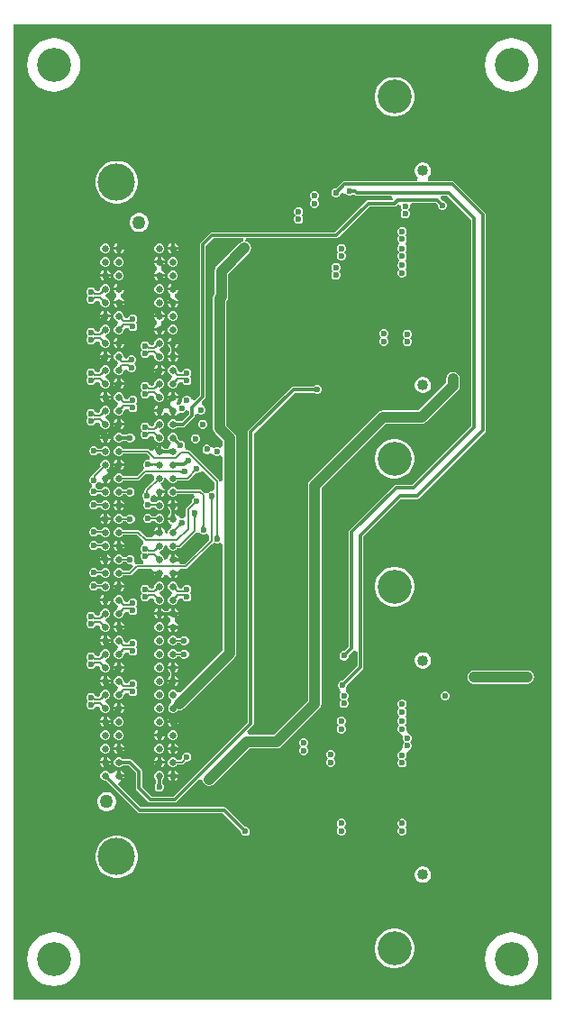
<source format=gbr>
%TF.GenerationSoftware,Altium Limited,Altium Designer,21.5.1 (32)*%
G04 Layer_Physical_Order=4*
G04 Layer_Color=9720587*
%FSLAX45Y45*%
%MOMM*%
%TF.SameCoordinates,51D5493F-A844-4614-94AE-4B196E198A34*%
%TF.FilePolarity,Positive*%
%TF.FileFunction,Copper,L4,Bot,Signal*%
%TF.Part,Single*%
G01*
G75*
%TA.AperFunction,Conductor*%
%ADD20C,0.30000*%
%ADD21C,1.00000*%
%ADD22C,0.20000*%
%ADD23C,0.60000*%
%TA.AperFunction,WasherPad*%
%ADD25C,3.50000*%
%TA.AperFunction,ComponentPad*%
%ADD26C,1.27000*%
%ADD27C,3.19989*%
%ADD28C,1.02006*%
%ADD29C,3.20000*%
%TA.AperFunction,ViaPad*%
%ADD30C,0.60000*%
%TA.AperFunction,SMDPad,CuDef*%
G04:AMPARAMS|DCode=32|XSize=0.64008mm|YSize=0.64008mm|CornerRadius=0.32004mm|HoleSize=0mm|Usage=FLASHONLY|Rotation=90.000|XOffset=0mm|YOffset=0mm|HoleType=Round|Shape=RoundedRectangle|*
%AMROUNDEDRECTD32*
21,1,0.64008,0.00000,0,0,90.0*
21,1,0.00000,0.64008,0,0,90.0*
1,1,0.64008,0.00000,0.00000*
1,1,0.64008,0.00000,0.00000*
1,1,0.64008,0.00000,0.00000*
1,1,0.64008,0.00000,0.00000*
%
%ADD32ROUNDEDRECTD32*%
G36*
X5079609Y20391D02*
X20391D01*
Y9179609D01*
X5079609D01*
Y20391D01*
D02*
G37*
%LPC*%
G36*
X4700000Y9051209D02*
X4650991Y9046382D01*
X4603866Y9032087D01*
X4560435Y9008873D01*
X4522368Y8977632D01*
X4491127Y8939565D01*
X4467913Y8896134D01*
X4453617Y8849008D01*
X4448790Y8800000D01*
X4453617Y8750991D01*
X4467913Y8703866D01*
X4491127Y8660435D01*
X4522368Y8622368D01*
X4560435Y8591127D01*
X4603866Y8567913D01*
X4650991Y8553617D01*
X4700000Y8548790D01*
X4749009Y8553617D01*
X4796134Y8567913D01*
X4839565Y8591127D01*
X4877632Y8622368D01*
X4908873Y8660435D01*
X4932087Y8703866D01*
X4946383Y8750991D01*
X4951210Y8800000D01*
X4946383Y8849008D01*
X4932087Y8896134D01*
X4908873Y8939565D01*
X4877632Y8977632D01*
X4839565Y9008873D01*
X4796134Y9032087D01*
X4749009Y9046382D01*
X4700000Y9051209D01*
D02*
G37*
G36*
X400000D02*
X350991Y9046382D01*
X303866Y9032087D01*
X260435Y9008873D01*
X222368Y8977632D01*
X191127Y8939565D01*
X167913Y8896134D01*
X153617Y8849008D01*
X148790Y8800000D01*
X153617Y8750991D01*
X167913Y8703866D01*
X191127Y8660435D01*
X222368Y8622368D01*
X260435Y8591127D01*
X303866Y8567913D01*
X350991Y8553617D01*
X400000Y8548790D01*
X449008Y8553617D01*
X496134Y8567913D01*
X539565Y8591127D01*
X577632Y8622368D01*
X608873Y8660435D01*
X632087Y8703866D01*
X646383Y8750991D01*
X651210Y8800000D01*
X646383Y8849008D01*
X632087Y8896134D01*
X608873Y8939565D01*
X577632Y8977632D01*
X539565Y9008873D01*
X496134Y9032087D01*
X449008Y9046382D01*
X400000Y9051209D01*
D02*
G37*
G36*
X3618220Y8684995D02*
X3581779D01*
X3546039Y8677885D01*
X3512372Y8663940D01*
X3482073Y8643695D01*
X3456305Y8617927D01*
X3436060Y8587628D01*
X3422115Y8553961D01*
X3415005Y8518220D01*
Y8481780D01*
X3422115Y8446039D01*
X3436060Y8412372D01*
X3456305Y8382073D01*
X3482073Y8356305D01*
X3512372Y8336060D01*
X3546039Y8322115D01*
X3581779Y8315005D01*
X3618220D01*
X3653961Y8322115D01*
X3687628Y8336060D01*
X3717927Y8356305D01*
X3743695Y8382073D01*
X3763940Y8412372D01*
X3777885Y8446039D01*
X3784994Y8481780D01*
Y8518220D01*
X3777885Y8553961D01*
X3763940Y8587628D01*
X3743695Y8617927D01*
X3717927Y8643695D01*
X3687628Y8663940D01*
X3653961Y8677885D01*
X3618220Y8684995D01*
D02*
G37*
G36*
X3876503Y7882504D02*
X3856491D01*
X3837160Y7877324D01*
X3819830Y7867318D01*
X3805679Y7853167D01*
X3795673Y7835837D01*
X3790494Y7816507D01*
Y7796494D01*
X3795673Y7777164D01*
X3805679Y7759834D01*
X3819830Y7745683D01*
X3814450Y7714148D01*
X3809509Y7708243D01*
X3130001D01*
X3130000Y7708243D01*
X3119192Y7706093D01*
X3110029Y7699971D01*
X3110029Y7699970D01*
X3052759Y7642700D01*
X3041506D01*
X3025813Y7636199D01*
X3013801Y7624187D01*
X3007300Y7608494D01*
Y7591507D01*
X3013801Y7575813D01*
X3025813Y7563801D01*
X3041506Y7557300D01*
X3058494D01*
X3074187Y7563801D01*
X3086199Y7575813D01*
X3092700Y7591506D01*
X3099028Y7596782D01*
X3106763Y7600798D01*
X3138808Y7591660D01*
X3150820Y7579649D01*
X3166514Y7573148D01*
X3183501D01*
X3199195Y7579649D01*
X3199539Y7579993D01*
X3227792Y7580029D01*
X3236955Y7573907D01*
X3247763Y7571757D01*
X3247764Y7571757D01*
X3571671D01*
X3586522Y7541757D01*
X3576217Y7528243D01*
X3353493D01*
X3353492Y7528243D01*
X3342683Y7526093D01*
X3333521Y7519971D01*
X3041793Y7228243D01*
X1886303D01*
X1886302Y7228243D01*
X1875494Y7226093D01*
X1866331Y7219971D01*
X1866331Y7219970D01*
X1780029Y7133669D01*
X1773907Y7124507D01*
X1771757Y7113698D01*
X1771757Y7113697D01*
Y5696866D01*
X1722700Y5647809D01*
X1692700Y5658494D01*
X1686199Y5674187D01*
X1674187Y5686199D01*
X1658494Y5692700D01*
X1641506D01*
X1625813Y5686199D01*
X1613801Y5674187D01*
X1607300Y5658493D01*
Y5647700D01*
X1607300Y5641506D01*
X1591506Y5617700D01*
X1585688Y5615290D01*
X1575813Y5611199D01*
X1572601Y5607988D01*
X1566596Y5605318D01*
X1558015Y5607521D01*
X1554999Y5614846D01*
X1557652Y5646107D01*
X1561587Y5650042D01*
X1567575Y5664500D01*
X1517500D01*
X1509892D01*
X1525775Y5648617D01*
X1521507Y5647901D01*
X1517314Y5646886D01*
X1513197Y5645573D01*
X1509156Y5643963D01*
X1505190Y5642053D01*
X1501300Y5639845D01*
X1497485Y5637339D01*
X1493746Y5634535D01*
X1492569Y5633538D01*
X1495750Y5632220D01*
Y5599780D01*
X1494649Y5599323D01*
X1500050Y5594826D01*
X1503776Y5592198D01*
X1507485Y5589901D01*
X1511178Y5587935D01*
X1514853Y5586301D01*
X1518511Y5584997D01*
X1522151Y5584025D01*
X1525775Y5583383D01*
X1486617Y5544225D01*
X1485864Y5548815D01*
X1484831Y5553281D01*
X1483517Y5557623D01*
X1481924Y5561843D01*
X1480049Y5565939D01*
X1477894Y5569911D01*
X1475459Y5573760D01*
X1472744Y5577485D01*
X1471954Y5578435D01*
X1470220Y5574249D01*
X1437779D01*
X1436462Y5577431D01*
X1435464Y5576254D01*
X1432660Y5572515D01*
X1430154Y5568700D01*
X1427947Y5564810D01*
X1426037Y5560844D01*
X1424426Y5556803D01*
X1423114Y5552686D01*
X1422099Y5548493D01*
X1421383Y5544225D01*
X1405500Y5560108D01*
Y5552500D01*
Y5502425D01*
X1419958Y5508413D01*
X1434587Y5523042D01*
X1437779Y5530750D01*
X1470220D01*
X1473413Y5523042D01*
X1488042Y5508413D01*
X1502500Y5502425D01*
Y5552500D01*
X1532500D01*
Y5502425D01*
X1546958Y5508413D01*
X1561587Y5523042D01*
X1591507Y5532300D01*
X1608494D01*
X1624188Y5538801D01*
X1636199Y5550813D01*
X1638445Y5556234D01*
X1668445Y5550267D01*
Y5519484D01*
X1601953Y5452993D01*
X1553228D01*
X1542823Y5463398D01*
X1526392Y5470204D01*
X1508608D01*
X1492177Y5463398D01*
X1479602Y5450823D01*
X1472796Y5434392D01*
Y5416608D01*
X1479602Y5400177D01*
X1492177Y5387602D01*
X1508608Y5380796D01*
X1526392D01*
X1542823Y5387602D01*
X1551728Y5396507D01*
X1613651D01*
X1613652Y5396507D01*
X1624460Y5398657D01*
X1633623Y5404779D01*
X1716658Y5487814D01*
X1716658Y5487815D01*
X1722781Y5496978D01*
X1724931Y5507786D01*
Y5512257D01*
X1754930Y5524683D01*
X1755813Y5523801D01*
X1771506Y5517300D01*
X1788494D01*
X1804187Y5523801D01*
X1816199Y5535813D01*
X1822700Y5551507D01*
Y5568494D01*
X1816199Y5584187D01*
X1804187Y5596199D01*
X1796559Y5599359D01*
X1787793Y5623306D01*
X1787474Y5632700D01*
X1819970Y5665196D01*
X1819971Y5665197D01*
X1826093Y5674360D01*
X1828243Y5685168D01*
X1828243Y5685169D01*
Y7102000D01*
X1898000Y7171758D01*
X2176132D01*
X2179086Y7141758D01*
X2165535Y7139062D01*
X2144796Y7125204D01*
X1929795Y6910203D01*
X1915937Y6889463D01*
X1911071Y6864999D01*
Y6650124D01*
X1899941Y6633467D01*
X1895074Y6609003D01*
Y5385152D01*
X1899941Y5360688D01*
X1913799Y5339948D01*
X1986072Y5267675D01*
Y5216800D01*
X1958196Y5202249D01*
X1942503Y5208750D01*
X1925516D01*
X1909822Y5202249D01*
X1908973Y5201401D01*
X1906981Y5201121D01*
X1875703Y5209294D01*
X1874121Y5213113D01*
X1862110Y5225124D01*
X1846416Y5231625D01*
X1829429D01*
X1813735Y5225124D01*
X1801723Y5213113D01*
X1795222Y5197419D01*
Y5180432D01*
X1801723Y5164738D01*
X1813735Y5152726D01*
X1829429Y5146225D01*
X1846416D01*
X1862110Y5152726D01*
X1862958Y5153575D01*
X1864950Y5153855D01*
X1896228Y5145682D01*
X1897810Y5141863D01*
X1909822Y5129851D01*
X1925516Y5123350D01*
X1942503D01*
X1958196Y5129851D01*
X1986072Y5115300D01*
Y4894386D01*
X1956072Y4891431D01*
X1955392Y4894848D01*
X1950375Y4902357D01*
X1677751Y5174981D01*
X1670243Y5179998D01*
X1661385Y5181760D01*
X1644573D01*
X1637342Y5191225D01*
X1628663Y5211760D01*
X1632700Y5221506D01*
Y5238493D01*
X1626199Y5254187D01*
X1614188Y5266199D01*
X1598494Y5272700D01*
X1585241D01*
X1562204Y5295737D01*
Y5307392D01*
X1555398Y5323823D01*
X1542823Y5336398D01*
X1526392Y5343204D01*
X1508608D01*
X1492177Y5336398D01*
X1479602Y5323823D01*
X1472796Y5307392D01*
Y5289608D01*
X1479602Y5273177D01*
X1492177Y5260602D01*
X1494606Y5259596D01*
X1499251Y5251220D01*
X1488042Y5215586D01*
X1473413Y5200958D01*
X1470220Y5193249D01*
X1437779D01*
X1434587Y5200958D01*
X1419958Y5215587D01*
X1405500Y5221575D01*
Y5171500D01*
X1375500D01*
Y5179108D01*
X1359617Y5163225D01*
X1358919Y5167332D01*
X1357914Y5171388D01*
X1356602Y5175392D01*
X1354982Y5179344D01*
X1353055Y5183245D01*
X1350821Y5187095D01*
X1348280Y5190892D01*
X1345431Y5194638D01*
X1344329Y5195927D01*
X1340465Y5186598D01*
X1322146Y5178736D01*
X1308496Y5176141D01*
X1296771Y5187866D01*
X1289263Y5192883D01*
X1280406Y5194645D01*
X1048300D01*
X1047398Y5196823D01*
X1034823Y5209398D01*
X1018392Y5216204D01*
X1000608D01*
X984177Y5209398D01*
X971602Y5196823D01*
X964796Y5180392D01*
Y5162608D01*
X971602Y5146177D01*
X984177Y5133602D01*
X1000608Y5126796D01*
X1018392D01*
X1034823Y5133602D01*
X1047398Y5146177D01*
X1048300Y5148355D01*
X1270819D01*
X1302758Y5116416D01*
X1295107Y5097592D01*
X1288047Y5088700D01*
X1274506D01*
X1258813Y5082199D01*
X1246801Y5070187D01*
X1240300Y5054494D01*
Y5037507D01*
X1242863Y5031318D01*
X1244642Y5015085D01*
X1238634Y4996366D01*
X1182913Y4940645D01*
X1048300D01*
X1047398Y4942823D01*
X1034823Y4955398D01*
X1018392Y4962204D01*
X1000608D01*
X984177Y4955398D01*
X971602Y4942823D01*
X964796Y4926392D01*
Y4908608D01*
X971602Y4892177D01*
X984177Y4879602D01*
X1000608Y4872796D01*
X1018392D01*
X1034823Y4879602D01*
X1047398Y4892177D01*
X1048300Y4894355D01*
X1192500D01*
X1201357Y4896117D01*
X1208866Y4901134D01*
X1264587Y4956855D01*
X1327437D01*
X1345988Y4926855D01*
X1345796Y4926392D01*
Y4908608D01*
X1346698Y4906430D01*
X1258634Y4818366D01*
X1253617Y4810857D01*
X1251855Y4802000D01*
Y4786631D01*
X1250813Y4786199D01*
X1238801Y4774187D01*
X1232300Y4758493D01*
Y4741506D01*
X1238801Y4725812D01*
X1241515Y4723099D01*
X1250478Y4711751D01*
X1246801Y4689188D01*
X1240300Y4673494D01*
Y4656507D01*
X1246801Y4640813D01*
X1258813Y4628801D01*
X1274506Y4622300D01*
X1291493D01*
X1307187Y4628801D01*
X1319199Y4640813D01*
X1319320Y4641105D01*
X1351389D01*
X1352602Y4638177D01*
X1365177Y4625602D01*
X1381608Y4618796D01*
X1399392D01*
X1415823Y4625602D01*
X1428398Y4638177D01*
X1435204Y4654608D01*
Y4672392D01*
X1428398Y4688823D01*
X1415823Y4701398D01*
X1399392Y4708204D01*
X1381608D01*
X1365177Y4701398D01*
X1357394Y4693615D01*
X1327239Y4694020D01*
X1324294Y4694623D01*
X1309095Y4712902D01*
X1311199Y4725812D01*
X1317700Y4741506D01*
Y4751968D01*
X1344478Y4760430D01*
X1346808Y4760648D01*
X1361042Y4746413D01*
X1375500Y4740425D01*
Y4790500D01*
X1390500D01*
Y4805500D01*
X1440575D01*
X1434587Y4819958D01*
X1419958Y4834587D01*
X1418062Y4835372D01*
X1404428Y4869599D01*
X1404607Y4870946D01*
X1407717Y4876244D01*
X1415823Y4879602D01*
X1428398Y4892177D01*
X1435204Y4908608D01*
Y4926392D01*
X1446159Y4927439D01*
X1472796Y4908607D01*
X1479602Y4892177D01*
X1492177Y4879602D01*
X1508608Y4872796D01*
X1526392D01*
X1542823Y4879602D01*
X1555398Y4892177D01*
X1556300Y4894355D01*
X1651449D01*
X1660306Y4896117D01*
X1667815Y4901134D01*
X1729412Y4962732D01*
X1730455Y4962300D01*
X1747442D01*
X1763136Y4968801D01*
X1769589Y4975253D01*
X1792340Y4980372D01*
X1807279Y4979990D01*
X1910864Y4876404D01*
Y4817546D01*
X1889802Y4793798D01*
X1872816D01*
X1857122Y4787297D01*
X1851564Y4781740D01*
X1848511Y4780274D01*
X1834800Y4777036D01*
X1814772Y4780437D01*
X1788343Y4806866D01*
X1780834Y4811883D01*
X1771977Y4813645D01*
X1556300D01*
X1555398Y4815823D01*
X1542823Y4828398D01*
X1526392Y4835204D01*
X1508608D01*
X1492177Y4828398D01*
X1479602Y4815823D01*
X1472796Y4799392D01*
Y4781608D01*
X1479602Y4765177D01*
X1492177Y4752602D01*
X1508608Y4745796D01*
X1526392D01*
X1542823Y4752602D01*
X1555398Y4765177D01*
X1556300Y4767355D01*
X1712636D01*
X1718604Y4737355D01*
X1715813Y4736199D01*
X1703801Y4724187D01*
X1697300Y4708494D01*
Y4691506D01*
X1697732Y4690464D01*
X1646134Y4638866D01*
X1641117Y4631357D01*
X1639355Y4622500D01*
Y4560228D01*
X1609355Y4542343D01*
X1608494Y4542700D01*
X1591507D01*
X1562989Y4562572D01*
X1561587Y4565958D01*
X1546958Y4580587D01*
X1539249Y4583780D01*
Y4616220D01*
X1546958Y4619413D01*
X1561587Y4634042D01*
X1567575Y4648500D01*
X1546534D01*
X1544988Y4648060D01*
X1543704Y4647513D01*
X1545189D01*
X1542778Y4644116D01*
X1540621Y4640538D01*
X1538718Y4636778D01*
X1537068Y4632839D01*
X1535672Y4628718D01*
X1534530Y4624416D01*
X1533642Y4619934D01*
X1533007Y4615271D01*
X1532627Y4610427D01*
X1532500Y4605402D01*
X1502500D01*
X1502373Y4610427D01*
X1501992Y4615271D01*
X1501358Y4619934D01*
X1500470Y4624416D01*
X1499327Y4628718D01*
X1497932Y4632839D01*
X1496282Y4636778D01*
X1494379Y4640538D01*
X1492222Y4644116D01*
X1489811Y4647513D01*
X1534323D01*
X1534304Y4648500D01*
X1517500D01*
X1467425D01*
X1473413Y4634042D01*
X1488042Y4619413D01*
X1495750Y4616220D01*
Y4583780D01*
X1488042Y4580587D01*
X1473413Y4565958D01*
X1467425Y4551500D01*
X1517500D01*
Y4521500D01*
X1467425D01*
X1473413Y4507042D01*
X1488042Y4492413D01*
X1507155Y4484496D01*
X1503853Y4455864D01*
X1502098Y4451508D01*
X1492177Y4447398D01*
X1479602Y4434823D01*
X1472796Y4418392D01*
Y4400608D01*
X1460369Y4392887D01*
X1442504Y4414430D01*
Y4419844D01*
X1434587Y4438958D01*
X1419958Y4453587D01*
X1405500Y4459575D01*
Y4409500D01*
X1390500D01*
Y4394500D01*
X1374514D01*
Y4381811D01*
X1371116Y4384222D01*
X1367538Y4386379D01*
X1363778Y4388282D01*
X1359838Y4389932D01*
X1355718Y4391328D01*
X1351416Y4392470D01*
X1346934Y4393358D01*
X1342271Y4393992D01*
X1340580Y4394125D01*
X1342144Y4390349D01*
X1328885Y4364239D01*
X1324570Y4360349D01*
X1272383D01*
X1206866Y4425866D01*
X1199357Y4430883D01*
X1190500Y4432645D01*
X1048300D01*
X1047398Y4434823D01*
X1034823Y4447398D01*
X1018392Y4454204D01*
X1000608D01*
X984177Y4447398D01*
X971602Y4434823D01*
X964796Y4418392D01*
Y4400608D01*
X971602Y4384177D01*
X984177Y4371602D01*
X1000608Y4364796D01*
X1018392D01*
X1034823Y4371602D01*
X1047398Y4384177D01*
X1048300Y4386355D01*
X1180913D01*
X1241502Y4325766D01*
X1239993Y4304220D01*
X1235327Y4292176D01*
X1233813Y4291549D01*
X1221801Y4279537D01*
X1215300Y4263843D01*
Y4246856D01*
X1221801Y4231162D01*
X1233665Y4219000D01*
X1221801Y4206837D01*
X1215300Y4191144D01*
Y4174156D01*
X1221801Y4158463D01*
X1233813Y4146451D01*
X1241794Y4143145D01*
X1235827Y4113145D01*
X1180000D01*
X1174806Y4112112D01*
X1165876Y4119482D01*
X1154869Y4136405D01*
X1158950Y4146256D01*
Y4163243D01*
X1152449Y4178937D01*
X1140437Y4190949D01*
X1124743Y4197450D01*
X1107756D01*
X1092062Y4190949D01*
X1080051Y4178937D01*
X1079619Y4177895D01*
X1048611D01*
X1047398Y4180823D01*
X1034823Y4193398D01*
X1018392Y4200204D01*
X1000608D01*
X984177Y4193398D01*
X971602Y4180823D01*
X964796Y4164392D01*
Y4146608D01*
X971602Y4130177D01*
X984177Y4117602D01*
X1000608Y4110796D01*
X1018392D01*
X1034823Y4117602D01*
X1047398Y4130177D01*
X1047990Y4131605D01*
X1079619D01*
X1080051Y4130562D01*
X1092062Y4118551D01*
X1107756Y4112050D01*
X1124743D01*
X1128412Y4113569D01*
X1145405Y4088137D01*
X1108163Y4050895D01*
X1048611D01*
X1047398Y4053823D01*
X1034823Y4066398D01*
X1018392Y4073204D01*
X1000608D01*
X984177Y4066398D01*
X971602Y4053823D01*
X964796Y4037392D01*
Y4019608D01*
X971602Y4003177D01*
X984177Y3990602D01*
X1000608Y3983796D01*
X1018392D01*
X1034823Y3990602D01*
X1047398Y4003177D01*
X1047990Y4004605D01*
X1113229D01*
X1117000Y4003855D01*
X1125857Y4005617D01*
X1133366Y4010634D01*
X1189587Y4066855D01*
X1317627D01*
X1335027Y4043500D01*
X1390500D01*
Y4028500D01*
X1405500D01*
Y3978425D01*
X1419958Y3984413D01*
X1434587Y3999042D01*
X1437779Y4006750D01*
X1470220D01*
X1473413Y3999042D01*
X1488042Y3984413D01*
X1502500Y3978425D01*
Y4028500D01*
X1517500D01*
Y4043500D01*
X1572973D01*
X1590373Y4066855D01*
X1640000D01*
X1648857Y4068617D01*
X1656365Y4073634D01*
X1881262Y4298531D01*
X1909822Y4312397D01*
X1925516Y4305896D01*
X1942503D01*
X1958196Y4312397D01*
X1986072Y4297846D01*
Y3301480D01*
X1589920Y2905329D01*
X1555398Y2910823D01*
X1542823Y2923398D01*
X1526392Y2930204D01*
X1508608D01*
X1492177Y2923398D01*
X1479602Y2910823D01*
X1472796Y2894392D01*
Y2876608D01*
X1479602Y2860177D01*
X1492177Y2847602D01*
X1494636Y2846583D01*
X1498722Y2842341D01*
X1505618Y2815217D01*
X1505263Y2812181D01*
X1487482Y2794400D01*
X1482051Y2786272D01*
X1479602Y2783823D01*
X1478276Y2780623D01*
X1478044Y2780276D01*
X1477963Y2779866D01*
X1472796Y2767392D01*
Y2749608D01*
X1479602Y2733177D01*
X1492177Y2720602D01*
X1508608Y2713796D01*
X1526392D01*
X1542823Y2720602D01*
X1555398Y2733177D01*
X1557998Y2739453D01*
X1575000Y2736072D01*
X1599464Y2740938D01*
X1620204Y2754796D01*
X2095204Y3229796D01*
X2109062Y3250536D01*
X2113928Y3275000D01*
Y5294155D01*
X2109062Y5318619D01*
X2095204Y5339359D01*
X2022931Y5411632D01*
Y6583877D01*
X2034061Y6600534D01*
X2038927Y6624999D01*
Y6838519D01*
X2235204Y7034796D01*
X2249062Y7055536D01*
X2253928Y7080000D01*
X2249062Y7104464D01*
X2235204Y7125204D01*
X2214464Y7139062D01*
X2200914Y7141758D01*
X2203868Y7171758D01*
X3053491D01*
X3053492Y7171757D01*
X3064300Y7173907D01*
X3073463Y7180030D01*
X3365190Y7471757D01*
X3599999D01*
X3600000Y7471757D01*
X3610808Y7473907D01*
X3619971Y7480029D01*
X3629584Y7489642D01*
X3639403Y7486649D01*
X3657300Y7474932D01*
Y7464206D01*
X3663801Y7448512D01*
X3675665Y7436350D01*
X3663801Y7424187D01*
X3657300Y7408493D01*
Y7391506D01*
X3663801Y7375813D01*
X3675813Y7363801D01*
X3691506Y7357300D01*
X3708493D01*
X3724187Y7363801D01*
X3736199Y7375813D01*
X3742700Y7391506D01*
Y7408493D01*
X3736199Y7424187D01*
X3724335Y7436350D01*
X3736199Y7448513D01*
X3742700Y7464206D01*
Y7481193D01*
X3766488Y7502157D01*
X3988460D01*
X4007850Y7482768D01*
Y7471515D01*
X4014351Y7455822D01*
X4026363Y7443810D01*
X4042056Y7437309D01*
X4059043D01*
X4074737Y7443810D01*
X4086749Y7455822D01*
X4093250Y7471515D01*
Y7488502D01*
X4086749Y7504196D01*
X4074737Y7516208D01*
X4059043Y7522709D01*
X4048885D01*
X4030238Y7545438D01*
X4040924Y7571757D01*
X4097175D01*
X4321757Y7347175D01*
Y5411698D01*
X3768301Y4858243D01*
X3616864D01*
X3616863Y4858243D01*
X3606055Y4856093D01*
X3596892Y4849971D01*
X3180029Y4433108D01*
X3173907Y4423945D01*
X3171757Y4413137D01*
X3171757Y4413136D01*
Y3336699D01*
X3127759Y3292700D01*
X3116507D01*
X3100813Y3286199D01*
X3088801Y3274188D01*
X3082300Y3258494D01*
Y3241507D01*
X3088801Y3225813D01*
X3100813Y3213801D01*
X3116507Y3207300D01*
X3133494D01*
X3149188Y3213801D01*
X3161199Y3225813D01*
X3167700Y3241507D01*
Y3252759D01*
X3219970Y3305029D01*
X3219971Y3305029D01*
X3246821Y3291636D01*
X3251757Y3288030D01*
Y3151846D01*
X3113485Y3013573D01*
X3102233D01*
X3086539Y3007072D01*
X3074527Y2995061D01*
X3068026Y2979367D01*
Y2962380D01*
X3074527Y2946686D01*
X3085815Y2935398D01*
X3086598Y2934135D01*
X3090270Y2900657D01*
X3088801Y2899187D01*
X3082300Y2883494D01*
Y2866507D01*
X3088801Y2850813D01*
X3100665Y2838650D01*
X3088801Y2826487D01*
X3082300Y2810794D01*
Y2793807D01*
X3088801Y2778113D01*
X3100813Y2766101D01*
X3116507Y2759600D01*
X3133494D01*
X3149188Y2766101D01*
X3161199Y2778113D01*
X3167700Y2793807D01*
Y2810794D01*
X3161199Y2826488D01*
X3149335Y2838650D01*
X3161199Y2850813D01*
X3167700Y2866507D01*
Y2883494D01*
X3161199Y2899187D01*
X3149912Y2910475D01*
X3149129Y2911739D01*
X3145456Y2945217D01*
X3146925Y2946686D01*
X3153426Y2962380D01*
Y2973632D01*
X3299970Y3120176D01*
X3299971Y3120176D01*
X3306093Y3129339D01*
X3308243Y3140147D01*
Y4368302D01*
X3661698Y4721757D01*
X3813136D01*
X3813137Y4721757D01*
X3823945Y4723907D01*
X3833108Y4730029D01*
X4449970Y5346892D01*
X4449971Y5346892D01*
X4456093Y5356055D01*
X4458243Y5366863D01*
X4458243Y5366864D01*
Y7392009D01*
X4458243Y7392011D01*
X4456093Y7402819D01*
X4449971Y7411981D01*
X4161981Y7699971D01*
X4152819Y7706093D01*
X4142011Y7708243D01*
X4142009Y7708243D01*
X3923485D01*
X3918543Y7714148D01*
X3913164Y7745683D01*
X3927314Y7759834D01*
X3937320Y7777164D01*
X3942500Y7796494D01*
Y7816507D01*
X3937320Y7835837D01*
X3927314Y7853167D01*
X3913164Y7867318D01*
X3895833Y7877324D01*
X3876503Y7882504D01*
D02*
G37*
G36*
X1009698Y7898000D02*
X970302D01*
X931662Y7890314D01*
X895265Y7875238D01*
X862508Y7853350D01*
X834650Y7825493D01*
X812762Y7792735D01*
X797686Y7756338D01*
X790000Y7717698D01*
Y7678302D01*
X797686Y7639662D01*
X812762Y7603265D01*
X834650Y7570508D01*
X862508Y7542650D01*
X895265Y7520762D01*
X931662Y7505686D01*
X970302Y7498000D01*
X1009698D01*
X1048338Y7505686D01*
X1084735Y7520762D01*
X1117493Y7542650D01*
X1145350Y7570508D01*
X1167238Y7603265D01*
X1182314Y7639662D01*
X1190000Y7678302D01*
Y7717698D01*
X1182314Y7756338D01*
X1167238Y7792735D01*
X1145350Y7825493D01*
X1117493Y7853350D01*
X1084735Y7875238D01*
X1048338Y7890314D01*
X1009698Y7898000D01*
D02*
G37*
G36*
X2858493Y7615400D02*
X2841506D01*
X2825812Y7608899D01*
X2813801Y7596887D01*
X2807300Y7581193D01*
Y7564206D01*
X2813801Y7548512D01*
X2825665Y7536350D01*
X2813801Y7524187D01*
X2807300Y7508493D01*
Y7491506D01*
X2813801Y7475813D01*
X2825812Y7463801D01*
X2841506Y7457300D01*
X2858493D01*
X2874187Y7463801D01*
X2886199Y7475813D01*
X2892700Y7491506D01*
Y7508493D01*
X2886199Y7524187D01*
X2874335Y7536350D01*
X2886199Y7548513D01*
X2892700Y7564206D01*
Y7581193D01*
X2886199Y7596887D01*
X2874187Y7608899D01*
X2858493Y7615400D01*
D02*
G37*
G36*
X2708493Y7465400D02*
X2691506D01*
X2675813Y7458899D01*
X2663801Y7446887D01*
X2657300Y7431193D01*
Y7414206D01*
X2663801Y7398513D01*
X2675665Y7386350D01*
X2663801Y7374187D01*
X2657300Y7358494D01*
Y7341507D01*
X2663801Y7325813D01*
X2675813Y7313801D01*
X2691506Y7307300D01*
X2708493D01*
X2724187Y7313801D01*
X2736199Y7325813D01*
X2742700Y7341507D01*
Y7358494D01*
X2736199Y7374187D01*
X2724335Y7386350D01*
X2736199Y7398513D01*
X2742700Y7414206D01*
Y7431193D01*
X2736199Y7446887D01*
X2724187Y7458899D01*
X2708493Y7465400D01*
D02*
G37*
G36*
X1211651Y7407570D02*
X1188349D01*
X1165840Y7401539D01*
X1145660Y7389888D01*
X1129182Y7373410D01*
X1117531Y7353230D01*
X1111500Y7330721D01*
Y7307419D01*
X1117531Y7284910D01*
X1129182Y7264730D01*
X1145660Y7248252D01*
X1165840Y7236601D01*
X1188349Y7230570D01*
X1211651D01*
X1234160Y7236601D01*
X1254340Y7248252D01*
X1270818Y7264730D01*
X1282469Y7284910D01*
X1288500Y7307419D01*
Y7330721D01*
X1282469Y7353230D01*
X1270818Y7373410D01*
X1254340Y7389888D01*
X1234160Y7401539D01*
X1211651Y7407570D01*
D02*
G37*
G36*
X1024500Y7126575D02*
Y7115473D01*
X1025700Y7116154D01*
X1029515Y7118660D01*
X1033254Y7121465D01*
X1034431Y7122462D01*
X1024500Y7126575D01*
D02*
G37*
G36*
X1055915Y7100336D02*
X1051780Y7095269D01*
X1049211Y7091500D01*
X1059575D01*
X1055915Y7100336D01*
D02*
G37*
G36*
X1532500Y7126575D02*
Y7091500D01*
X1567575D01*
X1561587Y7105958D01*
X1546958Y7120587D01*
X1532500Y7126575D01*
D02*
G37*
G36*
X1502500D02*
X1488042Y7120587D01*
X1473413Y7105958D01*
X1467425Y7091500D01*
X1502500D01*
Y7126575D01*
D02*
G37*
G36*
X994500D02*
X980042Y7120587D01*
X965413Y7105958D01*
X959425Y7091500D01*
X994500D01*
Y7126575D01*
D02*
G37*
G36*
X1567575Y7061500D02*
X1556473D01*
X1557154Y7060300D01*
X1559660Y7056485D01*
X1562464Y7052746D01*
X1563462Y7051569D01*
X1567575Y7061500D01*
D02*
G37*
G36*
X1399392Y7121204D02*
X1381608D01*
X1365177Y7114398D01*
X1352602Y7101823D01*
X1345796Y7085392D01*
Y7067608D01*
X1352602Y7051177D01*
X1365177Y7038602D01*
X1381608Y7031796D01*
X1399392D01*
X1415823Y7038602D01*
X1428398Y7051177D01*
X1435204Y7067608D01*
Y7085392D01*
X1428398Y7101823D01*
X1415823Y7114398D01*
X1399392Y7121204D01*
D02*
G37*
G36*
X891392D02*
X873608D01*
X857177Y7114398D01*
X844602Y7101823D01*
X837796Y7085392D01*
Y7067608D01*
X844602Y7051177D01*
X857177Y7038602D01*
X873608Y7031796D01*
X891392D01*
X907823Y7038602D01*
X920398Y7051177D01*
X927204Y7067608D01*
Y7085392D01*
X920398Y7101823D01*
X907823Y7114398D01*
X891392Y7121204D01*
D02*
G37*
G36*
X1532500Y7036789D02*
Y7026425D01*
X1541336Y7030085D01*
X1536269Y7034220D01*
X1532500Y7036789D01*
D02*
G37*
G36*
X1059575Y7061500D02*
X1024500D01*
Y7026425D01*
X1038958Y7032413D01*
X1053587Y7047042D01*
X1059575Y7061500D01*
D02*
G37*
G36*
X1502500D02*
X1467425D01*
X1473413Y7047042D01*
X1488042Y7032413D01*
X1502500Y7026425D01*
Y7061500D01*
D02*
G37*
G36*
X994500D02*
X959425D01*
X965413Y7047042D01*
X980042Y7032413D01*
X994500Y7026425D01*
Y7061500D01*
D02*
G37*
G36*
X1405500Y6999575D02*
Y6964500D01*
X1440575D01*
X1434587Y6978958D01*
X1419958Y6993587D01*
X1405500Y6999575D01*
D02*
G37*
G36*
X1375500D02*
X1361042Y6993587D01*
X1346413Y6978958D01*
X1340425Y6964500D01*
X1375500D01*
Y6999575D01*
D02*
G37*
G36*
X3108493Y7119055D02*
X3091506D01*
X3075812Y7112554D01*
X3063801Y7100542D01*
X3057300Y7084848D01*
Y7067861D01*
X3063801Y7052167D01*
X3075665Y7040005D01*
X3063801Y7027842D01*
X3057300Y7012148D01*
Y6995161D01*
X3063801Y6979467D01*
X3075812Y6967456D01*
X3091506Y6960955D01*
X3108493D01*
X3124187Y6967456D01*
X3136199Y6979467D01*
X3142700Y6995161D01*
Y7012148D01*
X3136199Y7027842D01*
X3124335Y7040005D01*
X3136199Y7052168D01*
X3142700Y7067861D01*
Y7084848D01*
X3136199Y7100542D01*
X3124187Y7112554D01*
X3108493Y7119055D01*
D02*
G37*
G36*
X1440575Y6934500D02*
X1429473D01*
X1430154Y6933300D01*
X1432660Y6929485D01*
X1435464Y6925746D01*
X1436462Y6924569D01*
X1440575Y6934500D01*
D02*
G37*
G36*
X1526392Y6994204D02*
X1508608D01*
X1492177Y6987398D01*
X1479602Y6974823D01*
X1472796Y6958392D01*
Y6940608D01*
X1479602Y6924177D01*
X1492177Y6911602D01*
X1508608Y6904796D01*
X1526392D01*
X1542823Y6911602D01*
X1555398Y6924177D01*
X1562204Y6940608D01*
Y6958392D01*
X1555398Y6974823D01*
X1542823Y6987398D01*
X1526392Y6994204D01*
D02*
G37*
G36*
X1018392D02*
X1000608D01*
X984177Y6987398D01*
X971602Y6974823D01*
X964796Y6958392D01*
Y6940608D01*
X971602Y6924177D01*
X984177Y6911602D01*
X1000608Y6904796D01*
X1018392D01*
X1034823Y6911602D01*
X1047398Y6924177D01*
X1054204Y6940608D01*
Y6958392D01*
X1047398Y6974823D01*
X1034823Y6987398D01*
X1018392Y6994204D01*
D02*
G37*
G36*
X891392D02*
X873608D01*
X857177Y6987398D01*
X844602Y6974823D01*
X837796Y6958392D01*
Y6940608D01*
X844602Y6924177D01*
X857177Y6911602D01*
X873608Y6904796D01*
X891392D01*
X907823Y6911602D01*
X920398Y6924177D01*
X927204Y6940608D01*
Y6958392D01*
X920398Y6974823D01*
X907823Y6987398D01*
X891392Y6994204D01*
D02*
G37*
G36*
X897500Y6872575D02*
Y6837500D01*
X932575D01*
X926587Y6851958D01*
X911958Y6866587D01*
X897500Y6872575D01*
D02*
G37*
G36*
X1398108Y6934500D02*
X1390500D01*
X1340425D01*
X1346413Y6920042D01*
X1361042Y6905413D01*
X1368750Y6902220D01*
Y6869780D01*
X1361042Y6866587D01*
X1346413Y6851958D01*
X1340425Y6837500D01*
X1390500D01*
X1440575D01*
X1434587Y6851958D01*
X1419958Y6866587D01*
X1412249Y6869780D01*
Y6902220D01*
X1414336Y6903085D01*
X1409269Y6907220D01*
X1405489Y6909796D01*
X1401680Y6912057D01*
X1397845Y6914001D01*
X1393981Y6915630D01*
X1390090Y6916941D01*
X1386171Y6917937D01*
X1382225Y6918617D01*
X1398108Y6934500D01*
D02*
G37*
G36*
X867500Y6872575D02*
X853042Y6866587D01*
X838413Y6851958D01*
X832425Y6837500D01*
X867500D01*
Y6872575D01*
D02*
G37*
G36*
X3681517Y7279049D02*
X3664530D01*
X3648836Y7272548D01*
X3636825Y7260537D01*
X3630324Y7244843D01*
Y7227856D01*
X3636825Y7212162D01*
X3648689Y7199999D01*
X3636825Y7187837D01*
X3630324Y7172143D01*
Y7155156D01*
X3636744Y7139658D01*
X3636825Y7139462D01*
X3645511Y7120002D01*
X3636825Y7100542D01*
X3636744Y7100346D01*
X3630324Y7084848D01*
Y7067861D01*
X3636825Y7052167D01*
X3648689Y7040005D01*
X3636825Y7027842D01*
X3630324Y7012148D01*
Y6995161D01*
X3636751Y6979646D01*
X3636825Y6979467D01*
X3645509Y6959995D01*
X3636825Y6940522D01*
X3636751Y6940344D01*
X3630324Y6924828D01*
Y6907841D01*
X3636825Y6892147D01*
X3648689Y6879985D01*
X3636825Y6867822D01*
X3630324Y6852128D01*
Y6835141D01*
X3636825Y6819447D01*
X3648836Y6807436D01*
X3664530Y6800935D01*
X3681517D01*
X3697211Y6807436D01*
X3709223Y6819447D01*
X3715724Y6835141D01*
Y6852128D01*
X3709223Y6867822D01*
X3697359Y6879985D01*
X3709223Y6892148D01*
X3715724Y6907841D01*
Y6924828D01*
X3709297Y6940344D01*
X3709223Y6940522D01*
X3700539Y6959995D01*
X3709223Y6979467D01*
X3709297Y6979645D01*
X3715724Y6995161D01*
Y7012148D01*
X3709223Y7027842D01*
X3697359Y7040005D01*
X3709223Y7052168D01*
X3715724Y7067861D01*
Y7084848D01*
X3709304Y7100346D01*
X3709223Y7100542D01*
X3700536Y7120002D01*
X3709223Y7139462D01*
X3709304Y7139658D01*
X3715724Y7155156D01*
Y7172143D01*
X3709223Y7187837D01*
X3697359Y7199999D01*
X3709223Y7212162D01*
X3715724Y7227856D01*
Y7244843D01*
X3709223Y7260537D01*
X3697211Y7272548D01*
X3681517Y7279049D01*
D02*
G37*
G36*
X932575Y6807500D02*
X921473D01*
X922154Y6806300D01*
X924660Y6802485D01*
X927464Y6798746D01*
X928462Y6797569D01*
X932575Y6807500D01*
D02*
G37*
G36*
X1440575D02*
X1429473D01*
X1430154Y6806300D01*
X1432660Y6802485D01*
X1435464Y6798746D01*
X1436462Y6797569D01*
X1440575Y6807500D01*
D02*
G37*
G36*
X3058494Y6940400D02*
X3041506D01*
X3025813Y6933899D01*
X3013801Y6921887D01*
X3007300Y6906193D01*
Y6889206D01*
X3013801Y6873513D01*
X3025665Y6861350D01*
X3013801Y6849187D01*
X3007300Y6833494D01*
Y6816507D01*
X3013801Y6800813D01*
X3025813Y6788801D01*
X3041506Y6782300D01*
X3058494D01*
X3074187Y6788801D01*
X3086199Y6800813D01*
X3092700Y6816507D01*
Y6833494D01*
X3086199Y6849187D01*
X3074335Y6861350D01*
X3086199Y6873513D01*
X3092700Y6889206D01*
Y6906193D01*
X3086199Y6921887D01*
X3074187Y6933899D01*
X3058494Y6940400D01*
D02*
G37*
G36*
X1526392Y6867204D02*
X1508608D01*
X1492177Y6860398D01*
X1479602Y6847823D01*
X1472796Y6831392D01*
Y6813608D01*
X1479602Y6797177D01*
X1492177Y6784602D01*
X1508608Y6777796D01*
X1526392D01*
X1542823Y6784602D01*
X1555398Y6797177D01*
X1562204Y6813608D01*
Y6831392D01*
X1555398Y6847823D01*
X1542823Y6860398D01*
X1526392Y6867204D01*
D02*
G37*
G36*
X1018392D02*
X1000608D01*
X984177Y6860398D01*
X971602Y6847823D01*
X964796Y6831392D01*
Y6813608D01*
X971602Y6797177D01*
X984177Y6784602D01*
X1000608Y6777796D01*
X1018392D01*
X1034823Y6784602D01*
X1047398Y6797177D01*
X1054204Y6813608D01*
Y6831392D01*
X1047398Y6847823D01*
X1034823Y6860398D01*
X1018392Y6867204D01*
D02*
G37*
G36*
X1405500Y6782789D02*
Y6772425D01*
X1414336Y6776085D01*
X1409269Y6780220D01*
X1405500Y6782789D01*
D02*
G37*
G36*
X897500D02*
Y6772425D01*
X906336Y6776085D01*
X901269Y6780220D01*
X897500Y6782789D01*
D02*
G37*
G36*
X1375500Y6807500D02*
X1340425D01*
X1346413Y6793042D01*
X1361042Y6778413D01*
X1375500Y6772425D01*
Y6807500D01*
D02*
G37*
G36*
X867500D02*
X832425D01*
X838413Y6793042D01*
X853042Y6778413D01*
X867500Y6772425D01*
Y6807500D01*
D02*
G37*
G36*
X1532500Y6745575D02*
Y6734473D01*
X1533700Y6735154D01*
X1537515Y6737660D01*
X1541254Y6740465D01*
X1542431Y6741462D01*
X1532500Y6745575D01*
D02*
G37*
G36*
X1024500D02*
Y6734473D01*
X1025700Y6735154D01*
X1029515Y6737660D01*
X1033254Y6740465D01*
X1034431Y6741462D01*
X1024500Y6745575D01*
D02*
G37*
G36*
X1055915Y6719336D02*
X1051780Y6714269D01*
X1049211Y6710500D01*
X1059575D01*
X1055915Y6719336D01*
D02*
G37*
G36*
X1563915D02*
X1559780Y6714269D01*
X1557211Y6710500D01*
X1567575D01*
X1563915Y6719336D01*
D02*
G37*
G36*
X1502500Y6745575D02*
X1488042Y6739587D01*
X1473413Y6724958D01*
X1467425Y6710500D01*
X1502500D01*
Y6745575D01*
D02*
G37*
G36*
X994500D02*
X980042Y6739587D01*
X965413Y6724958D01*
X959425Y6710500D01*
X994500D01*
Y6745575D01*
D02*
G37*
G36*
X891392Y6740204D02*
X873608D01*
X857177Y6733398D01*
X844602Y6720823D01*
X837796Y6704392D01*
Y6695637D01*
X814686Y6677792D01*
X789065Y6685619D01*
X786199Y6692537D01*
X774187Y6704549D01*
X758494Y6711050D01*
X741507D01*
X725813Y6704549D01*
X713801Y6692537D01*
X707300Y6676843D01*
Y6659856D01*
X713801Y6644162D01*
Y6619837D01*
X707300Y6604144D01*
Y6587156D01*
X713801Y6571463D01*
X725813Y6559451D01*
X741507Y6552950D01*
X758494D01*
X774187Y6559451D01*
X786199Y6571463D01*
X789065Y6578382D01*
X814686Y6586208D01*
X837796Y6568364D01*
Y6559608D01*
X844602Y6543177D01*
X857177Y6530602D01*
X873608Y6523796D01*
X891392D01*
X907823Y6530602D01*
X920398Y6543177D01*
X927204Y6559608D01*
Y6577392D01*
X920398Y6593823D01*
X907823Y6606398D01*
X895170Y6611639D01*
X885364Y6632572D01*
X894572Y6652113D01*
X907823Y6657602D01*
X920398Y6670177D01*
X927204Y6686608D01*
Y6704392D01*
X920398Y6720823D01*
X907823Y6733398D01*
X891392Y6740204D01*
D02*
G37*
G36*
X1399392D02*
X1381608D01*
X1365177Y6733398D01*
X1352602Y6720823D01*
X1345796Y6704392D01*
Y6686608D01*
X1352602Y6670177D01*
X1365177Y6657602D01*
X1381608Y6650796D01*
X1399392D01*
X1415823Y6657602D01*
X1428398Y6670177D01*
X1435204Y6686608D01*
Y6704392D01*
X1428398Y6720823D01*
X1415823Y6733398D01*
X1399392Y6740204D01*
D02*
G37*
G36*
X1567575Y6680500D02*
X1517500D01*
X1467425D01*
X1473413Y6666042D01*
X1488042Y6651413D01*
X1495750Y6648220D01*
Y6615780D01*
X1493664Y6614915D01*
X1498731Y6610780D01*
X1502511Y6608203D01*
X1506319Y6605943D01*
X1510155Y6603998D01*
X1514019Y6602370D01*
X1517910Y6601058D01*
X1521829Y6600063D01*
X1525775Y6599383D01*
X1509892Y6583500D01*
X1517500D01*
X1567575D01*
X1561587Y6597958D01*
X1546958Y6612587D01*
X1539249Y6615780D01*
Y6648220D01*
X1546958Y6651413D01*
X1561587Y6666042D01*
X1567575Y6680500D01*
D02*
G37*
G36*
X1471538Y6593431D02*
X1467425Y6583500D01*
X1478527D01*
X1477845Y6584700D01*
X1475339Y6588515D01*
X1472535Y6592254D01*
X1471538Y6593431D01*
D02*
G37*
G36*
X1059575Y6680500D02*
X1009500D01*
X959425D01*
X965413Y6666042D01*
X980042Y6651413D01*
X987750Y6648220D01*
Y6615780D01*
X980042Y6612587D01*
X965413Y6597958D01*
X959425Y6583500D01*
X1009500D01*
X1059575D01*
X1053587Y6597958D01*
X1038958Y6612587D01*
X1031249Y6615780D01*
Y6648220D01*
X1038958Y6651413D01*
X1053587Y6666042D01*
X1059575Y6680500D01*
D02*
G37*
G36*
Y6553500D02*
X1048473D01*
X1049154Y6552300D01*
X1051660Y6548485D01*
X1054464Y6544746D01*
X1055462Y6543569D01*
X1059575Y6553500D01*
D02*
G37*
G36*
X1399392Y6613204D02*
X1381608D01*
X1365177Y6606398D01*
X1352602Y6593823D01*
X1345796Y6577392D01*
Y6559608D01*
X1352602Y6543177D01*
X1365177Y6530602D01*
X1381608Y6523796D01*
X1399392D01*
X1415823Y6530602D01*
X1428398Y6543177D01*
X1435204Y6559608D01*
Y6577392D01*
X1428398Y6593823D01*
X1415823Y6606398D01*
X1399392Y6613204D01*
D02*
G37*
G36*
X1567575Y6553500D02*
X1532500D01*
Y6518425D01*
X1546958Y6524413D01*
X1561587Y6539042D01*
X1567575Y6553500D01*
D02*
G37*
G36*
X1024500Y6528789D02*
Y6518425D01*
X1033336Y6522085D01*
X1028269Y6526220D01*
X1024500Y6528789D01*
D02*
G37*
G36*
X1502500Y6553500D02*
X1467425D01*
X1473413Y6539042D01*
X1488042Y6524413D01*
X1502500Y6518425D01*
Y6553500D01*
D02*
G37*
G36*
X994500D02*
X959425D01*
X965413Y6539042D01*
X980042Y6524413D01*
X994500Y6518425D01*
Y6553500D01*
D02*
G37*
G36*
X1375500Y6491575D02*
X1366664Y6487915D01*
X1371731Y6483780D01*
X1375500Y6481211D01*
Y6491575D01*
D02*
G37*
G36*
X1405500D02*
Y6456500D01*
X1440575D01*
X1434587Y6470958D01*
X1419958Y6485587D01*
X1405500Y6491575D01*
D02*
G37*
G36*
X897500D02*
Y6456500D01*
X932575D01*
X926587Y6470958D01*
X911958Y6485587D01*
X897500Y6491575D01*
D02*
G37*
G36*
X1344538Y6466431D02*
X1340425Y6456500D01*
X1351527D01*
X1350845Y6457700D01*
X1348339Y6461515D01*
X1345535Y6465254D01*
X1344538Y6466431D01*
D02*
G37*
G36*
X867500Y6491575D02*
X853042Y6485587D01*
X838413Y6470958D01*
X832425Y6456500D01*
X867500D01*
Y6491575D01*
D02*
G37*
G36*
X842789Y6426500D02*
X832425D01*
X836085Y6417664D01*
X840220Y6422731D01*
X842789Y6426500D01*
D02*
G37*
G36*
X1526392Y6486204D02*
X1508608D01*
X1492177Y6479398D01*
X1479602Y6466823D01*
X1472796Y6450392D01*
Y6432608D01*
X1479602Y6416177D01*
X1492177Y6403602D01*
X1508608Y6396796D01*
X1526392D01*
X1542823Y6403602D01*
X1555398Y6416177D01*
X1562204Y6432608D01*
Y6450392D01*
X1555398Y6466823D01*
X1542823Y6479398D01*
X1526392Y6486204D01*
D02*
G37*
G36*
X932575Y6426500D02*
X897500D01*
Y6391425D01*
X911958Y6397413D01*
X926587Y6412042D01*
X932575Y6426500D01*
D02*
G37*
G36*
X867500Y6402527D02*
X866300Y6401845D01*
X862485Y6399339D01*
X858746Y6396535D01*
X857569Y6395538D01*
X867500Y6391425D01*
Y6402527D01*
D02*
G37*
G36*
X1436915Y6338336D02*
X1432780Y6333269D01*
X1430211Y6329500D01*
X1440575D01*
X1436915Y6338336D01*
D02*
G37*
G36*
X1440575Y6426500D02*
X1390500D01*
X1340425D01*
X1346413Y6412042D01*
X1361042Y6397413D01*
X1368750Y6394220D01*
Y6361780D01*
X1361042Y6358587D01*
X1346413Y6343958D01*
X1340425Y6329500D01*
X1390500D01*
X1398108D01*
X1382225Y6345383D01*
X1386493Y6346099D01*
X1390686Y6347114D01*
X1394803Y6348426D01*
X1398844Y6350037D01*
X1402810Y6351947D01*
X1406700Y6354154D01*
X1410515Y6356660D01*
X1414254Y6359465D01*
X1415431Y6360462D01*
X1412249Y6361780D01*
Y6394220D01*
X1419958Y6397413D01*
X1434587Y6412042D01*
X1440575Y6426500D01*
D02*
G37*
G36*
X1018392Y6486204D02*
X1000608D01*
X984177Y6479398D01*
X971602Y6466823D01*
X964796Y6450392D01*
Y6432608D01*
X971602Y6416177D01*
X984177Y6403602D01*
X996830Y6398361D01*
X1006636Y6377428D01*
X997428Y6357887D01*
X984177Y6352398D01*
X971602Y6339823D01*
X964796Y6323392D01*
Y6305608D01*
X971602Y6289177D01*
X984177Y6276602D01*
X1000608Y6269796D01*
X1018392D01*
X1034823Y6276602D01*
X1047398Y6289177D01*
X1054204Y6305608D01*
Y6314363D01*
X1077313Y6332208D01*
X1102935Y6324381D01*
X1105801Y6317463D01*
X1117812Y6305451D01*
X1133506Y6298950D01*
X1150493D01*
X1166187Y6305451D01*
X1178199Y6317463D01*
X1184700Y6333156D01*
Y6350144D01*
X1178199Y6365837D01*
X1166335Y6378000D01*
X1178199Y6390163D01*
X1184700Y6405856D01*
Y6422843D01*
X1178199Y6438537D01*
X1166187Y6450549D01*
X1150493Y6457050D01*
X1133506D01*
X1117812Y6450549D01*
X1105801Y6438537D01*
X1102935Y6431618D01*
X1077313Y6423792D01*
X1054204Y6441636D01*
Y6450392D01*
X1047398Y6466823D01*
X1034823Y6479398D01*
X1018392Y6486204D01*
D02*
G37*
G36*
X891392Y6359204D02*
X873608D01*
X857177Y6352398D01*
X844602Y6339823D01*
X837796Y6323392D01*
Y6314637D01*
X814686Y6296792D01*
X789065Y6304619D01*
X786199Y6311537D01*
X774187Y6323549D01*
X758494Y6330050D01*
X741507D01*
X725813Y6323549D01*
X713801Y6311537D01*
X707300Y6295843D01*
Y6278856D01*
X713801Y6263162D01*
Y6238837D01*
X707300Y6223144D01*
Y6206156D01*
X713801Y6190463D01*
X725813Y6178451D01*
X741507Y6171950D01*
X758494D01*
X774187Y6178451D01*
X786199Y6190463D01*
X789065Y6197382D01*
X814686Y6205208D01*
X837796Y6187364D01*
Y6178608D01*
X844602Y6162177D01*
X857177Y6149602D01*
X873608Y6142796D01*
X891392D01*
X907823Y6149602D01*
X920398Y6162177D01*
X927204Y6178608D01*
Y6196392D01*
X920398Y6212823D01*
X907823Y6225398D01*
X895170Y6230639D01*
X885364Y6251572D01*
X894572Y6271113D01*
X907823Y6276602D01*
X920398Y6289177D01*
X927204Y6305608D01*
Y6323392D01*
X920398Y6339823D01*
X907823Y6352398D01*
X891392Y6359204D01*
D02*
G37*
G36*
X1526392D02*
X1508608D01*
X1492177Y6352398D01*
X1479602Y6339823D01*
X1472796Y6323392D01*
Y6305608D01*
X1479602Y6289177D01*
X1492177Y6276602D01*
X1508608Y6269796D01*
X1526392D01*
X1542823Y6276602D01*
X1555398Y6289177D01*
X1562204Y6305608D01*
Y6323392D01*
X1555398Y6339823D01*
X1542823Y6352398D01*
X1526392Y6359204D01*
D02*
G37*
G36*
X1440575Y6299500D02*
X1405500D01*
Y6264425D01*
X1419958Y6270413D01*
X1434587Y6285042D01*
X1440575Y6299500D01*
D02*
G37*
G36*
X1375500D02*
X1340425D01*
X1346413Y6285042D01*
X1361042Y6270413D01*
X1375500Y6264425D01*
Y6299500D01*
D02*
G37*
G36*
X1532500Y6237575D02*
Y6226473D01*
X1533700Y6227154D01*
X1537515Y6229660D01*
X1541254Y6232465D01*
X1542431Y6233462D01*
X1532500Y6237575D01*
D02*
G37*
G36*
X1024500D02*
Y6226473D01*
X1025700Y6227154D01*
X1029515Y6229660D01*
X1033254Y6232465D01*
X1034431Y6233462D01*
X1024500Y6237575D01*
D02*
G37*
G36*
X1055915Y6211336D02*
X1051780Y6206269D01*
X1049211Y6202500D01*
X1059575D01*
X1055915Y6211336D01*
D02*
G37*
G36*
X1563915D02*
X1559780Y6206269D01*
X1557211Y6202500D01*
X1567575D01*
X1563915Y6211336D01*
D02*
G37*
G36*
X1502500Y6237575D02*
X1488042Y6231587D01*
X1473413Y6216958D01*
X1467425Y6202500D01*
X1502500D01*
Y6237575D01*
D02*
G37*
G36*
X994500D02*
X980042Y6231587D01*
X965413Y6216958D01*
X959425Y6202500D01*
X994500D01*
Y6237575D01*
D02*
G37*
G36*
X1399392Y6232204D02*
X1381608D01*
X1365177Y6225398D01*
X1352602Y6212823D01*
X1345796Y6196392D01*
Y6187637D01*
X1322686Y6169792D01*
X1297065Y6177619D01*
X1294199Y6184537D01*
X1282187Y6196549D01*
X1266494Y6203050D01*
X1249507D01*
X1233813Y6196549D01*
X1221801Y6184537D01*
X1215300Y6168843D01*
Y6151856D01*
X1221801Y6136162D01*
X1233665Y6124000D01*
X1221801Y6111837D01*
X1215300Y6096144D01*
Y6079156D01*
X1221801Y6063463D01*
X1233813Y6051451D01*
X1249507Y6044950D01*
X1266494D01*
X1282187Y6051451D01*
X1294199Y6063463D01*
X1297065Y6070382D01*
X1322686Y6078208D01*
X1345796Y6060364D01*
Y6051608D01*
X1352602Y6035177D01*
X1365177Y6022602D01*
X1381608Y6015796D01*
X1399392D01*
X1415823Y6022602D01*
X1428398Y6035177D01*
X1435204Y6051608D01*
Y6069392D01*
X1428398Y6085823D01*
X1415823Y6098398D01*
X1403170Y6103639D01*
X1393364Y6124572D01*
X1402572Y6144113D01*
X1415823Y6149602D01*
X1428398Y6162177D01*
X1435204Y6178608D01*
Y6196392D01*
X1428398Y6212823D01*
X1415823Y6225398D01*
X1399392Y6232204D01*
D02*
G37*
G36*
X3508494Y6319056D02*
X3491507D01*
X3475813Y6312555D01*
X3463801Y6300544D01*
X3457300Y6284850D01*
Y6267863D01*
X3463801Y6252169D01*
X3475665Y6240006D01*
X3463801Y6227844D01*
X3457300Y6212150D01*
Y6195163D01*
X3463801Y6179469D01*
X3475813Y6167457D01*
X3491507Y6160956D01*
X3508494D01*
X3524188Y6167457D01*
X3536199Y6179469D01*
X3542700Y6195163D01*
Y6212150D01*
X3536199Y6227844D01*
X3524335Y6240006D01*
X3536199Y6252169D01*
X3542700Y6267863D01*
Y6284850D01*
X3536199Y6300544D01*
X3524188Y6312555D01*
X3508494Y6319056D01*
D02*
G37*
G36*
X3728277Y6313343D02*
X3711290D01*
X3695596Y6306842D01*
X3683584Y6294831D01*
X3677084Y6279137D01*
Y6262150D01*
X3683584Y6246456D01*
X3695449Y6234293D01*
X3683584Y6222131D01*
X3677084Y6206437D01*
Y6189450D01*
X3683584Y6173756D01*
X3695596Y6161744D01*
X3711290Y6155243D01*
X3728277D01*
X3743971Y6161744D01*
X3755983Y6173756D01*
X3762483Y6189450D01*
Y6206437D01*
X3755983Y6222131D01*
X3744118Y6234293D01*
X3755983Y6246456D01*
X3762483Y6262150D01*
Y6279137D01*
X3755983Y6294831D01*
X3743971Y6306842D01*
X3728277Y6313343D01*
D02*
G37*
G36*
X1059575Y6172500D02*
X1024500D01*
Y6137425D01*
X1038958Y6143413D01*
X1053587Y6158042D01*
X1059575Y6172500D01*
D02*
G37*
G36*
X994500D02*
X959425D01*
X965413Y6158042D01*
X980042Y6143413D01*
X994500Y6137425D01*
Y6172500D01*
D02*
G37*
G36*
X897500Y6110575D02*
Y6075500D01*
X932575D01*
X926587Y6089958D01*
X911958Y6104587D01*
X897500Y6110575D01*
D02*
G37*
G36*
X1567575Y6172500D02*
X1517500D01*
X1467425D01*
X1473413Y6158042D01*
X1488042Y6143413D01*
X1495750Y6140220D01*
Y6107780D01*
X1488042Y6104587D01*
X1473413Y6089958D01*
X1467425Y6075500D01*
X1517500D01*
X1567575D01*
X1561587Y6089958D01*
X1546958Y6104587D01*
X1539249Y6107780D01*
Y6140220D01*
X1546958Y6143413D01*
X1561587Y6158042D01*
X1567575Y6172500D01*
D02*
G37*
G36*
X867500Y6110575D02*
X853042Y6104587D01*
X838413Y6089958D01*
X832425Y6075500D01*
X867500D01*
Y6110575D01*
D02*
G37*
G36*
X842789Y6045500D02*
X832425D01*
X836085Y6036664D01*
X840220Y6041731D01*
X842789Y6045500D01*
D02*
G37*
G36*
X1567575D02*
X1532500D01*
Y6010425D01*
X1546958Y6016413D01*
X1561587Y6031042D01*
X1567575Y6045500D01*
D02*
G37*
G36*
X932575D02*
X897500D01*
Y6010425D01*
X911958Y6016413D01*
X926587Y6031042D01*
X932575Y6045500D01*
D02*
G37*
G36*
X1502500D02*
X1467425D01*
X1473413Y6031042D01*
X1488042Y6016413D01*
X1502500Y6010425D01*
Y6045500D01*
D02*
G37*
G36*
X867500Y6021527D02*
X866300Y6020845D01*
X862485Y6018339D01*
X858746Y6015535D01*
X857569Y6014538D01*
X867500Y6010425D01*
Y6021527D01*
D02*
G37*
G36*
X1405500Y5983575D02*
Y5948500D01*
X1440575D01*
X1434587Y5962958D01*
X1419958Y5977587D01*
X1405500Y5983575D01*
D02*
G37*
G36*
X1375500D02*
X1361042Y5977587D01*
X1346413Y5962958D01*
X1340425Y5948500D01*
X1375500D01*
Y5983575D01*
D02*
G37*
G36*
X891392Y5978204D02*
X873608D01*
X857177Y5971398D01*
X844602Y5958823D01*
X837796Y5942392D01*
Y5933637D01*
X814686Y5915792D01*
X789065Y5923619D01*
X786199Y5930537D01*
X774187Y5942549D01*
X758494Y5949050D01*
X741507D01*
X725813Y5942549D01*
X713801Y5930537D01*
X707300Y5914843D01*
Y5897856D01*
X713801Y5882162D01*
Y5857837D01*
X707300Y5842144D01*
Y5825156D01*
X713801Y5809463D01*
X725813Y5797451D01*
X741507Y5790950D01*
X758494D01*
X774187Y5797451D01*
X786199Y5809463D01*
X789065Y5816382D01*
X814686Y5824208D01*
X837796Y5806364D01*
Y5797608D01*
X844602Y5781177D01*
X857177Y5768602D01*
X873608Y5761796D01*
X891392D01*
X907823Y5768602D01*
X920398Y5781177D01*
X927204Y5797608D01*
Y5815392D01*
X920398Y5831823D01*
X907823Y5844398D01*
X895170Y5849639D01*
X885364Y5870572D01*
X894572Y5890113D01*
X907823Y5895602D01*
X920398Y5908177D01*
X927204Y5924608D01*
Y5942392D01*
X920398Y5958823D01*
X907823Y5971398D01*
X891392Y5978204D01*
D02*
G37*
G36*
X1018392Y6105204D02*
X1000608D01*
X984177Y6098398D01*
X971602Y6085823D01*
X964796Y6069392D01*
Y6051608D01*
X971602Y6035177D01*
X984177Y6022602D01*
X990948Y6019797D01*
X1000299Y5997000D01*
X990947Y5974202D01*
X984177Y5971398D01*
X971602Y5958823D01*
X964796Y5942392D01*
Y5924608D01*
X971602Y5908177D01*
X984177Y5895602D01*
X1000608Y5888796D01*
X1018392D01*
X1034823Y5895602D01*
X1047398Y5908177D01*
X1054204Y5924607D01*
X1057770Y5926562D01*
X1085082Y5936052D01*
X1093801Y5933112D01*
X1105813Y5921101D01*
X1121507Y5914600D01*
X1138494D01*
X1154187Y5921101D01*
X1166199Y5933113D01*
X1172700Y5948806D01*
Y5965794D01*
X1166199Y5981487D01*
X1154335Y5993650D01*
X1166199Y6005813D01*
X1172700Y6021506D01*
Y6038493D01*
X1166199Y6054187D01*
X1154187Y6066199D01*
X1138494Y6072700D01*
X1121507D01*
X1105813Y6066199D01*
X1093801Y6054187D01*
X1078650Y6038200D01*
X1075361Y6040142D01*
X1054204Y6058840D01*
Y6069392D01*
X1047398Y6085823D01*
X1034823Y6098398D01*
X1018392Y6105204D01*
D02*
G37*
G36*
X1350789Y5918500D02*
X1340425D01*
X1344085Y5909664D01*
X1348220Y5914731D01*
X1350789Y5918500D01*
D02*
G37*
G36*
X1440575D02*
X1405500D01*
Y5883425D01*
X1419958Y5889413D01*
X1434587Y5904042D01*
X1440575Y5918500D01*
D02*
G37*
G36*
X1375500Y5894527D02*
X1374300Y5893845D01*
X1370485Y5891339D01*
X1366746Y5888535D01*
X1365569Y5887538D01*
X1375500Y5883425D01*
Y5894527D01*
D02*
G37*
G36*
X1024500Y5856575D02*
Y5821500D01*
X1059575D01*
X1053587Y5835958D01*
X1038958Y5850587D01*
X1024500Y5856575D01*
D02*
G37*
G36*
X994500D02*
X980042Y5850587D01*
X965413Y5835958D01*
X959425Y5821500D01*
X994500D01*
Y5856575D01*
D02*
G37*
G36*
X1526392Y5978204D02*
X1508608D01*
X1492177Y5971398D01*
X1479602Y5958823D01*
X1472796Y5942392D01*
Y5924608D01*
X1479602Y5908177D01*
X1492177Y5895602D01*
X1504830Y5890361D01*
X1514636Y5869428D01*
X1505428Y5849887D01*
X1492177Y5844398D01*
X1479602Y5831823D01*
X1472796Y5815392D01*
Y5797608D01*
X1479602Y5781177D01*
X1492177Y5768602D01*
X1508608Y5761796D01*
X1526392D01*
X1542823Y5768602D01*
X1555398Y5781177D01*
X1562204Y5797608D01*
Y5806363D01*
X1585313Y5824208D01*
X1610935Y5816381D01*
X1613801Y5809463D01*
X1625812Y5797451D01*
X1641506Y5790950D01*
X1658493D01*
X1674187Y5797451D01*
X1686199Y5809463D01*
X1692700Y5825156D01*
Y5842144D01*
X1686199Y5857837D01*
X1674335Y5870000D01*
X1686199Y5882163D01*
X1692700Y5897856D01*
Y5914843D01*
X1686199Y5930537D01*
X1674187Y5942549D01*
X1658493Y5949050D01*
X1641506D01*
X1625812Y5942549D01*
X1613801Y5930537D01*
X1610935Y5923618D01*
X1585313Y5915792D01*
X1562204Y5933636D01*
Y5942392D01*
X1555398Y5958823D01*
X1542823Y5971398D01*
X1526392Y5978204D01*
D02*
G37*
G36*
X1399392Y5851204D02*
X1381608D01*
X1365177Y5844398D01*
X1352602Y5831823D01*
X1345796Y5815392D01*
Y5806637D01*
X1322686Y5788792D01*
X1297065Y5796619D01*
X1294199Y5803537D01*
X1282187Y5815549D01*
X1266494Y5822050D01*
X1249507D01*
X1233813Y5815549D01*
X1221801Y5803537D01*
X1215300Y5787843D01*
Y5770856D01*
X1221801Y5755162D01*
X1233665Y5743000D01*
X1221801Y5730837D01*
X1215300Y5715144D01*
Y5698156D01*
X1221801Y5682463D01*
X1233813Y5670451D01*
X1249507Y5663950D01*
X1266494D01*
X1282187Y5670451D01*
X1294199Y5682463D01*
X1297065Y5689382D01*
X1322686Y5697208D01*
X1345796Y5679364D01*
Y5670608D01*
X1352602Y5654177D01*
X1365177Y5641602D01*
X1381608Y5634796D01*
X1399392D01*
X1415823Y5641602D01*
X1428398Y5654177D01*
X1435204Y5670608D01*
Y5688392D01*
X1428398Y5704823D01*
X1415823Y5717398D01*
X1403170Y5722639D01*
X1393364Y5743572D01*
X1402572Y5763113D01*
X1415823Y5768602D01*
X1428398Y5781177D01*
X1435204Y5797608D01*
Y5815392D01*
X1428398Y5831823D01*
X1415823Y5844398D01*
X1399392Y5851204D01*
D02*
G37*
G36*
X969789Y5791500D02*
X959425D01*
X963085Y5782664D01*
X967220Y5787731D01*
X969789Y5791500D01*
D02*
G37*
G36*
X1059575D02*
X1024500D01*
Y5756425D01*
X1038958Y5762413D01*
X1053587Y5777042D01*
X1059575Y5791500D01*
D02*
G37*
G36*
X994500Y5767527D02*
X993300Y5766845D01*
X989485Y5764339D01*
X985746Y5761535D01*
X984569Y5760538D01*
X994500Y5756425D01*
Y5767527D01*
D02*
G37*
G36*
X3876503Y5869503D02*
X3856491D01*
X3837160Y5864323D01*
X3819830Y5854317D01*
X3805679Y5840167D01*
X3795673Y5822836D01*
X3790494Y5803506D01*
Y5783494D01*
X3795673Y5764163D01*
X3805679Y5746833D01*
X3819830Y5732682D01*
X3837160Y5722676D01*
X3856491Y5717497D01*
X3876503D01*
X3895833Y5722676D01*
X3913164Y5732682D01*
X3927314Y5746833D01*
X3937320Y5764163D01*
X3942500Y5783494D01*
Y5803506D01*
X3937320Y5822836D01*
X3927314Y5840167D01*
X3913164Y5854317D01*
X3895833Y5864323D01*
X3876503Y5869503D01*
D02*
G37*
G36*
X4150000Y5913928D02*
X4125536Y5909062D01*
X4104796Y5895204D01*
X4090938Y5874464D01*
X4086072Y5850000D01*
Y5813971D01*
X3826030Y5553928D01*
X3490000D01*
X3465536Y5549062D01*
X3444796Y5535204D01*
X2804796Y4895204D01*
X2790938Y4874464D01*
X2786072Y4850000D01*
Y3500000D01*
Y2826480D01*
X2468520Y2508928D01*
X2228418D01*
X2215992Y2538928D01*
X2269970Y2592907D01*
X2269971Y2592907D01*
X2276093Y2602070D01*
X2278243Y2612878D01*
X2278243Y2612879D01*
Y5338301D01*
X2661699Y5721757D01*
X2842856D01*
X2850813Y5713801D01*
X2866507Y5707300D01*
X2883494D01*
X2899187Y5713801D01*
X2911199Y5725813D01*
X2917700Y5741506D01*
Y5758493D01*
X2911199Y5774187D01*
X2899187Y5786199D01*
X2883494Y5792700D01*
X2866507D01*
X2850813Y5786199D01*
X2842856Y5778243D01*
X2650001D01*
X2650000Y5778243D01*
X2639192Y5776093D01*
X2630029Y5769971D01*
X2630029Y5769970D01*
X2230029Y5369971D01*
X2223907Y5360808D01*
X2221757Y5350000D01*
X2221757Y5349999D01*
Y2624577D01*
X1525423Y1928243D01*
X1317200D01*
X1228243Y2017200D01*
Y2166000D01*
X1226093Y2176808D01*
X1219971Y2185970D01*
X1219970Y2185971D01*
X1136971Y2268971D01*
X1136521Y2269271D01*
X1136220Y2269721D01*
X1127058Y2275843D01*
X1116250Y2277993D01*
X1045228D01*
X1034823Y2288398D01*
X1018392Y2295204D01*
X1000608D01*
X984177Y2288398D01*
X971602Y2275823D01*
X964796Y2259392D01*
Y2241608D01*
X971602Y2225177D01*
X984177Y2212602D01*
X1000608Y2205796D01*
X1018392D01*
X1034823Y2212602D01*
X1043728Y2221507D01*
X1104551D01*
X1171757Y2154301D01*
Y2005502D01*
X1171757Y2005501D01*
X1173907Y1994693D01*
X1180029Y1985530D01*
X1285530Y1880030D01*
X1285530Y1880029D01*
X1294693Y1873907D01*
X1305501Y1871757D01*
X1537121D01*
X1537122Y1871757D01*
X1547930Y1873907D01*
X1557093Y1880029D01*
X1767688Y2090625D01*
X1768837Y2090600D01*
X1798298Y2078808D01*
X1800938Y2065536D01*
X1814796Y2044796D01*
X1835536Y2030938D01*
X1860000Y2026072D01*
X1884464Y2030938D01*
X1905204Y2044796D01*
X2241480Y2381072D01*
X2495000D01*
X2519464Y2385938D01*
X2540204Y2399796D01*
X2895204Y2754796D01*
X2909062Y2775535D01*
X2913928Y2800000D01*
Y3500000D01*
Y4823520D01*
X3516480Y5426072D01*
X3852510D01*
X3876974Y5430938D01*
X3897714Y5444796D01*
X4195204Y5742286D01*
X4209062Y5763026D01*
X4213928Y5787491D01*
Y5850000D01*
X4209062Y5874464D01*
X4195204Y5895204D01*
X4174464Y5909062D01*
X4150000Y5913928D01*
D02*
G37*
G36*
X1532500Y5729575D02*
Y5694500D01*
X1567575D01*
X1561587Y5708958D01*
X1546958Y5723587D01*
X1532500Y5729575D01*
D02*
G37*
G36*
X897500D02*
Y5694500D01*
X932575D01*
X926587Y5708958D01*
X911958Y5723587D01*
X897500Y5729575D01*
D02*
G37*
G36*
X1502500D02*
X1488042Y5723587D01*
X1473413Y5708958D01*
X1467425Y5694500D01*
X1502500D01*
Y5729575D01*
D02*
G37*
G36*
X867500D02*
X853042Y5723587D01*
X838413Y5708958D01*
X832425Y5694500D01*
X867500D01*
Y5729575D01*
D02*
G37*
G36*
X1477789Y5664500D02*
X1467425D01*
X1471085Y5655664D01*
X1475220Y5660731D01*
X1477789Y5664500D01*
D02*
G37*
G36*
X932575D02*
X921473D01*
X922154Y5663300D01*
X924660Y5659485D01*
X927464Y5655746D01*
X928462Y5654569D01*
X932575Y5664500D01*
D02*
G37*
G36*
X897500Y5639789D02*
Y5629425D01*
X906336Y5633085D01*
X901269Y5637220D01*
X897500Y5639789D01*
D02*
G37*
G36*
X867500Y5664500D02*
X832425D01*
X838413Y5650042D01*
X853042Y5635413D01*
X867500Y5629425D01*
Y5664500D01*
D02*
G37*
G36*
X1405500Y5602575D02*
Y5592211D01*
X1409269Y5594780D01*
X1413022Y5597673D01*
X1414422Y5598880D01*
X1405500Y5602575D01*
D02*
G37*
G36*
X1375500D02*
X1361042Y5596587D01*
X1346413Y5581958D01*
X1340425Y5567500D01*
X1375500D01*
Y5602575D01*
D02*
G37*
G36*
X1018392Y5724204D02*
X1000608D01*
X984177Y5717398D01*
X971602Y5704823D01*
X964796Y5688392D01*
Y5670608D01*
X971602Y5654177D01*
X984177Y5641602D01*
X996830Y5636361D01*
X1006636Y5615428D01*
X997428Y5595887D01*
X984177Y5590398D01*
X971602Y5577823D01*
X964796Y5561392D01*
Y5543608D01*
X971602Y5527177D01*
X984177Y5514602D01*
X1000608Y5507796D01*
X1018392D01*
X1034823Y5514602D01*
X1047398Y5527177D01*
X1054204Y5543608D01*
Y5552363D01*
X1077313Y5570208D01*
X1102935Y5562381D01*
X1105801Y5555463D01*
X1117812Y5543451D01*
X1133506Y5536950D01*
X1150493D01*
X1166187Y5543451D01*
X1178199Y5555463D01*
X1184700Y5571156D01*
Y5588144D01*
X1178199Y5603837D01*
X1166335Y5616000D01*
X1178199Y5628163D01*
X1184700Y5643856D01*
Y5660843D01*
X1178199Y5676537D01*
X1166187Y5688549D01*
X1150493Y5695050D01*
X1133506D01*
X1117812Y5688549D01*
X1105801Y5676537D01*
X1102935Y5669618D01*
X1077313Y5661792D01*
X1054204Y5679636D01*
Y5688392D01*
X1047398Y5704823D01*
X1034823Y5717398D01*
X1018392Y5724204D01*
D02*
G37*
G36*
X891392Y5597204D02*
X873608D01*
X857177Y5590398D01*
X844602Y5577823D01*
X837796Y5561392D01*
Y5552637D01*
X814686Y5534792D01*
X789065Y5542619D01*
X786199Y5549537D01*
X774187Y5561549D01*
X758494Y5568050D01*
X741507D01*
X725813Y5561549D01*
X713801Y5549537D01*
X707300Y5533843D01*
Y5516856D01*
X713801Y5501162D01*
Y5476837D01*
X707300Y5461144D01*
Y5444156D01*
X713801Y5428463D01*
X725813Y5416451D01*
X741507Y5409950D01*
X758494D01*
X774187Y5416451D01*
X786199Y5428463D01*
X789065Y5435382D01*
X814686Y5443208D01*
X837796Y5425364D01*
Y5416608D01*
X844602Y5400177D01*
X857177Y5387602D01*
X873608Y5380796D01*
X891392D01*
X907823Y5387602D01*
X920398Y5400177D01*
X927204Y5416608D01*
Y5434392D01*
X920398Y5450823D01*
X907823Y5463398D01*
X895170Y5468639D01*
X885364Y5489572D01*
X894572Y5509113D01*
X907823Y5514602D01*
X920398Y5527177D01*
X927204Y5543608D01*
Y5561392D01*
X920398Y5577823D01*
X907823Y5590398D01*
X891392Y5597204D01*
D02*
G37*
G36*
X1375500Y5537500D02*
X1340425D01*
X1346413Y5523042D01*
X1361042Y5508413D01*
X1375500Y5502425D01*
Y5537500D01*
D02*
G37*
G36*
X1024500Y5475575D02*
Y5440500D01*
X1059575D01*
X1053587Y5454958D01*
X1038958Y5469587D01*
X1024500Y5475575D01*
D02*
G37*
G36*
X994500D02*
X980042Y5469587D01*
X965413Y5454958D01*
X959425Y5440500D01*
X994500D01*
Y5475575D01*
D02*
G37*
G36*
X1399392Y5470204D02*
X1381608D01*
X1365177Y5463398D01*
X1352602Y5450823D01*
X1345796Y5434392D01*
Y5425637D01*
X1322686Y5407792D01*
X1297065Y5415619D01*
X1294199Y5422537D01*
X1282187Y5434549D01*
X1266494Y5441050D01*
X1249507D01*
X1233813Y5434549D01*
X1221801Y5422537D01*
X1215300Y5406843D01*
Y5389856D01*
X1221801Y5374162D01*
X1233665Y5362000D01*
X1221801Y5349837D01*
X1215300Y5334144D01*
Y5317156D01*
X1221801Y5301463D01*
X1233813Y5289451D01*
X1249507Y5282950D01*
X1266494D01*
X1282187Y5289451D01*
X1294199Y5301463D01*
X1297065Y5308382D01*
X1322686Y5316208D01*
X1345796Y5298364D01*
Y5289608D01*
X1352602Y5273177D01*
X1365177Y5260602D01*
X1381608Y5253796D01*
X1399392D01*
X1415823Y5260602D01*
X1428398Y5273177D01*
X1435204Y5289608D01*
Y5307392D01*
X1428398Y5323823D01*
X1415823Y5336398D01*
X1403170Y5341639D01*
X1393364Y5362572D01*
X1402572Y5382113D01*
X1415823Y5387602D01*
X1428398Y5400177D01*
X1435204Y5416608D01*
Y5434392D01*
X1428398Y5450823D01*
X1415823Y5463398D01*
X1399392Y5470204D01*
D02*
G37*
G36*
X970166Y5410500D02*
X959425D01*
X963329Y5401073D01*
X964431Y5402362D01*
X967280Y5406108D01*
X969821Y5409905D01*
X970166Y5410500D01*
D02*
G37*
G36*
X1808493Y5467700D02*
X1791506D01*
X1775813Y5461199D01*
X1763801Y5449187D01*
X1757300Y5433494D01*
Y5416507D01*
X1763801Y5400813D01*
X1775813Y5388801D01*
X1791506Y5382300D01*
X1808493D01*
X1824187Y5388801D01*
X1836199Y5400813D01*
X1842700Y5416507D01*
Y5433494D01*
X1836199Y5449187D01*
X1824187Y5461199D01*
X1808493Y5467700D01*
D02*
G37*
G36*
X1059575Y5410500D02*
X1024500D01*
Y5375425D01*
X1038958Y5381413D01*
X1053587Y5396042D01*
X1059575Y5410500D01*
D02*
G37*
G36*
X994500Y5386166D02*
X993905Y5385821D01*
X990108Y5383280D01*
X986362Y5380431D01*
X985072Y5379330D01*
X994500Y5375425D01*
Y5386166D01*
D02*
G37*
G36*
X867500Y5348575D02*
X858664Y5344915D01*
X863731Y5340780D01*
X867500Y5338211D01*
Y5348575D01*
D02*
G37*
G36*
X897500D02*
Y5337834D01*
X898094Y5338179D01*
X901892Y5340720D01*
X905638Y5343569D01*
X906927Y5344670D01*
X897500Y5348575D01*
D02*
G37*
G36*
X928670Y5322927D02*
X927569Y5321638D01*
X924720Y5317892D01*
X922179Y5314095D01*
X921834Y5313500D01*
X932575D01*
X928670Y5322927D01*
D02*
G37*
G36*
X836538Y5323431D02*
X832425Y5313500D01*
X843527D01*
X842845Y5314700D01*
X840339Y5318515D01*
X837535Y5322254D01*
X836538Y5323431D01*
D02*
G37*
G36*
X1018392Y5343204D02*
X1000608D01*
X984177Y5336398D01*
X971602Y5323823D01*
X964796Y5307392D01*
Y5289608D01*
X971602Y5273177D01*
X984177Y5260602D01*
X1000608Y5253796D01*
X1018392D01*
X1034823Y5260602D01*
X1043728Y5269507D01*
X1084106D01*
X1092812Y5260801D01*
X1108506Y5254300D01*
X1125493D01*
X1141187Y5260801D01*
X1153199Y5272812D01*
X1159700Y5288506D01*
Y5305493D01*
X1153199Y5321187D01*
X1141187Y5333199D01*
X1125493Y5339700D01*
X1108506D01*
X1092812Y5333199D01*
X1085606Y5325993D01*
X1045228D01*
X1034823Y5336398D01*
X1018392Y5343204D01*
D02*
G37*
G36*
X932575Y5283500D02*
X897500D01*
Y5248425D01*
X911958Y5254413D01*
X926587Y5269042D01*
X932575Y5283500D01*
D02*
G37*
G36*
X867500D02*
X832425D01*
X838413Y5269042D01*
X853042Y5254413D01*
X867500Y5248425D01*
Y5283500D01*
D02*
G37*
G36*
X1738494Y5332700D02*
X1721507D01*
X1705813Y5326199D01*
X1693801Y5314187D01*
X1687300Y5298494D01*
Y5281507D01*
X1693801Y5265813D01*
X1705813Y5253801D01*
X1721507Y5247300D01*
X1738494D01*
X1754188Y5253801D01*
X1766199Y5265813D01*
X1772700Y5281507D01*
Y5298494D01*
X1766199Y5314187D01*
X1754188Y5326199D01*
X1738494Y5332700D01*
D02*
G37*
G36*
X1375500Y5221575D02*
X1366072Y5217670D01*
X1367362Y5216569D01*
X1371108Y5213720D01*
X1374905Y5211179D01*
X1375500Y5210834D01*
Y5221575D01*
D02*
G37*
G36*
X891392Y5216204D02*
X873608D01*
X857177Y5209398D01*
X844602Y5196823D01*
X844010Y5195395D01*
X811942D01*
X811199Y5197187D01*
X799187Y5209199D01*
X783493Y5215700D01*
X766506D01*
X750813Y5209199D01*
X738801Y5197187D01*
X732300Y5181494D01*
Y5164507D01*
X738801Y5148813D01*
X750813Y5136801D01*
X766506Y5130300D01*
X783493D01*
X799187Y5136801D01*
X811199Y5148813D01*
X811320Y5149105D01*
X843389D01*
X844602Y5146177D01*
X857177Y5133602D01*
X873608Y5126796D01*
X891392D01*
X907823Y5133602D01*
X920398Y5146177D01*
X927204Y5162608D01*
Y5180392D01*
X920398Y5196823D01*
X907823Y5209398D01*
X891392Y5216204D01*
D02*
G37*
G36*
X1024500Y5094575D02*
Y5059500D01*
X1059575D01*
X1053587Y5073958D01*
X1038958Y5088587D01*
X1024500Y5094575D01*
D02*
G37*
G36*
X994500D02*
X980042Y5088587D01*
X965413Y5073958D01*
X959425Y5059500D01*
X994500D01*
Y5094575D01*
D02*
G37*
G36*
X970527Y5029500D02*
X959425D01*
X963538Y5019569D01*
X964535Y5020746D01*
X967339Y5024485D01*
X969845Y5028300D01*
X970527Y5029500D01*
D02*
G37*
G36*
X1059575D02*
X1024500D01*
Y4994425D01*
X1038958Y5000413D01*
X1053587Y5015042D01*
X1059575Y5029500D01*
D02*
G37*
G36*
X994500Y5004789D02*
X990731Y5002220D01*
X986978Y4999327D01*
X985577Y4998120D01*
X994500Y4994425D01*
Y5004789D01*
D02*
G37*
G36*
X928915Y4941336D02*
X924780Y4936269D01*
X922211Y4932500D01*
X932575D01*
X928915Y4941336D01*
D02*
G37*
G36*
X3618220Y5284995D02*
X3581779D01*
X3546039Y5277886D01*
X3512372Y5263940D01*
X3482073Y5243695D01*
X3456305Y5217927D01*
X3436060Y5187628D01*
X3422115Y5153961D01*
X3415005Y5118221D01*
Y5081780D01*
X3422115Y5046039D01*
X3436060Y5012373D01*
X3456305Y4982073D01*
X3482073Y4956306D01*
X3512372Y4936060D01*
X3546039Y4922115D01*
X3581779Y4915006D01*
X3618220D01*
X3653961Y4922115D01*
X3687628Y4936060D01*
X3717927Y4956306D01*
X3743695Y4982073D01*
X3763940Y5012373D01*
X3777885Y5046039D01*
X3784994Y5081780D01*
Y5118221D01*
X3777885Y5153961D01*
X3763940Y5187628D01*
X3743695Y5217927D01*
X3717927Y5243695D01*
X3687628Y5263940D01*
X3653961Y5277886D01*
X3618220Y5284995D01*
D02*
G37*
G36*
X932575Y4902500D02*
X897500D01*
Y4867425D01*
X911958Y4873413D01*
X926587Y4888042D01*
X932575Y4902500D01*
D02*
G37*
G36*
X891392Y5089204D02*
X873608D01*
X857177Y5082398D01*
X844602Y5069823D01*
X837796Y5053392D01*
Y5035608D01*
X838698Y5033430D01*
X764374Y4959106D01*
X759357Y4951597D01*
X758205Y4945807D01*
X756998Y4943091D01*
X756948Y4941123D01*
X756839Y4939826D01*
X756737Y4939163D01*
X756272Y4938461D01*
X750813Y4936199D01*
X738801Y4924188D01*
X732300Y4908494D01*
Y4891507D01*
X738801Y4875813D01*
X750813Y4863801D01*
X754591Y4862236D01*
Y4829764D01*
X750813Y4828199D01*
X738801Y4816187D01*
X732300Y4800494D01*
Y4783507D01*
X738801Y4767813D01*
X750813Y4755801D01*
X766506Y4749300D01*
X783493D01*
X799187Y4755801D01*
X811199Y4767813D01*
X811320Y4768105D01*
X843389D01*
X844602Y4765177D01*
X857177Y4752602D01*
X873608Y4745796D01*
X891392D01*
X907823Y4752602D01*
X920398Y4765177D01*
X927204Y4781608D01*
Y4799392D01*
X920398Y4815823D01*
X907823Y4828398D01*
X891392Y4835204D01*
X873608D01*
X857177Y4828398D01*
X844602Y4815823D01*
X844010Y4814395D01*
X811942D01*
X811199Y4816187D01*
X799187Y4828199D01*
X795409Y4829764D01*
Y4862236D01*
X799187Y4863801D01*
X811199Y4875813D01*
X811271Y4875987D01*
X818033Y4878990D01*
X845416Y4881039D01*
X853042Y4873413D01*
X867500Y4867425D01*
Y4917500D01*
X882500D01*
Y4932500D01*
X890108D01*
X874225Y4948383D01*
X878493Y4949099D01*
X882686Y4950114D01*
X886803Y4951426D01*
X890844Y4953037D01*
X894810Y4954947D01*
X898700Y4957154D01*
X902515Y4959660D01*
X906254Y4962465D01*
X907551Y4963563D01*
X908663Y4964870D01*
X908924Y4965229D01*
X896428Y4996599D01*
X896607Y4997946D01*
X899717Y5003244D01*
X907823Y5006602D01*
X920398Y5019177D01*
X927204Y5035608D01*
Y5053392D01*
X920398Y5069823D01*
X907823Y5082398D01*
X891392Y5089204D01*
D02*
G37*
G36*
X1018392Y4835204D02*
X1000608D01*
X984177Y4828398D01*
X971602Y4815823D01*
X964796Y4799392D01*
Y4781608D01*
X971602Y4765177D01*
X984177Y4752602D01*
X1000608Y4745796D01*
X1018392D01*
X1034823Y4752602D01*
X1047398Y4765177D01*
X1048300Y4767355D01*
X1079308D01*
X1080051Y4765562D01*
X1092062Y4753551D01*
X1107756Y4747050D01*
X1124743D01*
X1140437Y4753551D01*
X1152449Y4765562D01*
X1158950Y4781256D01*
Y4798243D01*
X1152449Y4813937D01*
X1140437Y4825949D01*
X1124743Y4832450D01*
X1107756D01*
X1092062Y4825949D01*
X1080051Y4813937D01*
X1079930Y4813645D01*
X1048300D01*
X1047398Y4815823D01*
X1034823Y4828398D01*
X1018392Y4835204D01*
D02*
G37*
G36*
X1440575Y4775500D02*
X1405500D01*
Y4740425D01*
X1419958Y4746413D01*
X1434587Y4761042D01*
X1440575Y4775500D01*
D02*
G37*
G36*
X891392Y4708204D02*
X873608D01*
X857177Y4701398D01*
X844602Y4688823D01*
X844010Y4687395D01*
X811942D01*
X811199Y4689187D01*
X799187Y4701199D01*
X783493Y4707700D01*
X766506D01*
X750813Y4701199D01*
X738801Y4689187D01*
X732300Y4673494D01*
Y4656507D01*
X738801Y4640813D01*
X750813Y4628801D01*
X766506Y4622300D01*
X783493D01*
X799187Y4628801D01*
X811199Y4640813D01*
X811320Y4641105D01*
X843389D01*
X844602Y4638177D01*
X857177Y4625602D01*
X873608Y4618796D01*
X891392D01*
X907823Y4625602D01*
X920398Y4638177D01*
X927204Y4654608D01*
Y4672392D01*
X920398Y4688823D01*
X907823Y4701398D01*
X891392Y4708204D01*
D02*
G37*
G36*
X1532500Y4713575D02*
Y4678500D01*
X1533729D01*
X1533486Y4691189D01*
X1536100Y4689396D01*
X1539021Y4687791D01*
X1542250Y4686375D01*
X1545785Y4685148D01*
X1549628Y4684110D01*
X1553778Y4683260D01*
X1556175Y4682905D01*
X1558241Y4683451D01*
X1560331Y4684200D01*
X1562194Y4685085D01*
X1563832Y4686105D01*
X1564274Y4686469D01*
X1561587Y4692958D01*
X1546958Y4707587D01*
X1532500Y4713575D01*
D02*
G37*
G36*
X1024500D02*
Y4678500D01*
X1025486D01*
Y4691189D01*
X1028884Y4688778D01*
X1032462Y4686621D01*
X1036221Y4684718D01*
X1040161Y4683068D01*
X1044282Y4681672D01*
X1048584Y4680530D01*
X1053066Y4679642D01*
X1057729Y4679007D01*
X1059420Y4678875D01*
X1053587Y4692958D01*
X1038958Y4707587D01*
X1024500Y4713575D01*
D02*
G37*
G36*
X1502500D02*
X1488042Y4707587D01*
X1473413Y4692958D01*
X1467425Y4678500D01*
X1502500D01*
Y4713575D01*
D02*
G37*
G36*
X994500D02*
X980042Y4707587D01*
X965413Y4692958D01*
X959425Y4678500D01*
X994500D01*
Y4713575D01*
D02*
G37*
G36*
X1025486Y4648500D02*
X1024500D01*
Y4613425D01*
X1038958Y4619413D01*
X1053587Y4634042D01*
X1059420Y4648125D01*
X1057729Y4647992D01*
X1053066Y4647358D01*
X1048584Y4646470D01*
X1044282Y4645328D01*
X1040161Y4643932D01*
X1036221Y4642282D01*
X1032462Y4640379D01*
X1028884Y4638222D01*
X1025486Y4635811D01*
Y4648500D01*
D02*
G37*
G36*
X994500D02*
X959425D01*
X965413Y4634042D01*
X980042Y4619413D01*
X994500Y4613425D01*
Y4648500D01*
D02*
G37*
G36*
X1399392Y4581204D02*
X1381608D01*
X1365177Y4574398D01*
X1352602Y4561823D01*
X1352010Y4560395D01*
X1319942D01*
X1319199Y4562187D01*
X1307187Y4574199D01*
X1291493Y4580700D01*
X1274506D01*
X1258813Y4574199D01*
X1246801Y4562187D01*
X1240300Y4546494D01*
Y4529507D01*
X1246801Y4513813D01*
X1258813Y4501801D01*
X1274506Y4495300D01*
X1291493D01*
X1307187Y4501801D01*
X1319199Y4513813D01*
X1319320Y4514105D01*
X1351389D01*
X1352602Y4511177D01*
X1365177Y4498602D01*
X1381608Y4491796D01*
X1399392D01*
X1415823Y4498602D01*
X1428398Y4511177D01*
X1435204Y4527608D01*
Y4545392D01*
X1428398Y4561823D01*
X1415823Y4574398D01*
X1399392Y4581204D01*
D02*
G37*
G36*
X897500Y4586575D02*
Y4551500D01*
X932575D01*
X926587Y4565958D01*
X911958Y4580587D01*
X897500Y4586575D01*
D02*
G37*
G36*
X867500D02*
X853042Y4580587D01*
X838413Y4565958D01*
X833444Y4553962D01*
X834641Y4553403D01*
X836724Y4552718D01*
X837769Y4552483D01*
X838934Y4552642D01*
X843416Y4553530D01*
X847718Y4554672D01*
X851838Y4556068D01*
X855778Y4557718D01*
X859538Y4559621D01*
X863116Y4561778D01*
X866514Y4564189D01*
Y4551500D01*
X867500D01*
Y4586575D01*
D02*
G37*
G36*
Y4521500D02*
X866514D01*
Y4508811D01*
X863116Y4511222D01*
X859538Y4513379D01*
X855778Y4515282D01*
X851838Y4516932D01*
X847718Y4518328D01*
X843416Y4519470D01*
X838934Y4520358D01*
X834271Y4520992D01*
X832580Y4521125D01*
X838413Y4507042D01*
X853042Y4492413D01*
X867500Y4486425D01*
Y4521500D01*
D02*
G37*
G36*
X1018392Y4581204D02*
X1000608D01*
X984177Y4574398D01*
X971602Y4561823D01*
X964796Y4545392D01*
Y4527608D01*
X971602Y4511177D01*
X984177Y4498602D01*
X1000608Y4491796D01*
X1018392D01*
X1034823Y4498602D01*
X1047398Y4511177D01*
X1047990Y4512605D01*
X1080058D01*
X1080801Y4510812D01*
X1092812Y4498801D01*
X1108506Y4492300D01*
X1125493D01*
X1141187Y4498801D01*
X1153199Y4510812D01*
X1159700Y4526506D01*
Y4543493D01*
X1153199Y4559187D01*
X1141187Y4571199D01*
X1125493Y4577700D01*
X1108506D01*
X1092812Y4571199D01*
X1080801Y4559187D01*
X1080680Y4558895D01*
X1048611D01*
X1047398Y4561823D01*
X1034823Y4574398D01*
X1018392Y4581204D01*
D02*
G37*
G36*
X932575Y4521500D02*
X897500D01*
Y4486425D01*
X911958Y4492413D01*
X926587Y4507042D01*
X932575Y4521500D01*
D02*
G37*
G36*
X891392Y4454204D02*
X873608D01*
X857177Y4447398D01*
X844602Y4434823D01*
X844010Y4433395D01*
X811942D01*
X811199Y4435187D01*
X799187Y4447199D01*
X783493Y4453700D01*
X766506D01*
X750813Y4447199D01*
X738801Y4435187D01*
X732300Y4419494D01*
Y4402507D01*
X738801Y4386813D01*
X750813Y4374801D01*
X766506Y4368300D01*
X783493D01*
X799187Y4374801D01*
X811199Y4386813D01*
X811320Y4387105D01*
X843389D01*
X844602Y4384177D01*
X857177Y4371602D01*
X873608Y4364796D01*
X891392D01*
X907823Y4371602D01*
X920398Y4384177D01*
X927204Y4400608D01*
Y4418392D01*
X920398Y4434823D01*
X907823Y4447398D01*
X891392Y4454204D01*
D02*
G37*
G36*
X1375500Y4459575D02*
X1361042Y4453587D01*
X1346413Y4438958D01*
X1340580Y4424875D01*
X1342271Y4425007D01*
X1346934Y4425642D01*
X1351416Y4426530D01*
X1355718Y4427672D01*
X1359838Y4429068D01*
X1363778Y4430718D01*
X1367538Y4432621D01*
X1371116Y4434778D01*
X1374514Y4437189D01*
Y4424500D01*
X1375500D01*
Y4459575D01*
D02*
G37*
G36*
X891392Y4327204D02*
X873608D01*
X857177Y4320398D01*
X844602Y4307823D01*
X844010Y4306395D01*
X811942D01*
X811199Y4308187D01*
X799187Y4320199D01*
X783493Y4326700D01*
X766506D01*
X750813Y4320199D01*
X738801Y4308187D01*
X732300Y4292494D01*
Y4275507D01*
X738801Y4259813D01*
X750813Y4247801D01*
X766506Y4241300D01*
X783493D01*
X799187Y4247801D01*
X811199Y4259813D01*
X811320Y4260105D01*
X843389D01*
X844602Y4257177D01*
X857177Y4244602D01*
X873608Y4237796D01*
X891392D01*
X907823Y4244602D01*
X920398Y4257177D01*
X927204Y4273608D01*
Y4291392D01*
X920398Y4307823D01*
X907823Y4320398D01*
X891392Y4327204D01*
D02*
G37*
G36*
X1024500Y4332575D02*
Y4297500D01*
X1059575D01*
X1053587Y4311958D01*
X1038958Y4326587D01*
X1024500Y4332575D01*
D02*
G37*
G36*
X994500D02*
X980042Y4326587D01*
X965413Y4311958D01*
X959425Y4297500D01*
X994500D01*
Y4332575D01*
D02*
G37*
G36*
X1059575Y4267500D02*
X1048473D01*
X1049154Y4266300D01*
X1051660Y4262485D01*
X1054464Y4258746D01*
X1055462Y4257569D01*
X1059575Y4267500D01*
D02*
G37*
G36*
X1024500Y4242789D02*
Y4232425D01*
X1033336Y4236085D01*
X1028269Y4240220D01*
X1024500Y4242789D01*
D02*
G37*
G36*
X994500Y4267500D02*
X959425D01*
X965413Y4253042D01*
X980042Y4238413D01*
X994500Y4232425D01*
Y4267500D01*
D02*
G37*
G36*
X867500Y4205575D02*
X858664Y4201915D01*
X863731Y4197780D01*
X867500Y4195211D01*
Y4205575D01*
D02*
G37*
G36*
X897500D02*
Y4170500D01*
X932575D01*
X926587Y4184958D01*
X911958Y4199587D01*
X897500Y4205575D01*
D02*
G37*
G36*
X836538Y4180431D02*
X832425Y4170500D01*
X843527D01*
X842845Y4171700D01*
X840339Y4175515D01*
X837535Y4179254D01*
X836538Y4180431D01*
D02*
G37*
G36*
X932575Y4140500D02*
X897500D01*
Y4105425D01*
X911958Y4111413D01*
X926587Y4126042D01*
X932575Y4140500D01*
D02*
G37*
G36*
X867500D02*
X832425D01*
X838413Y4126042D01*
X853042Y4111413D01*
X867500Y4105425D01*
Y4140500D01*
D02*
G37*
G36*
X891392Y4073204D02*
X873608D01*
X857177Y4066398D01*
X844602Y4053823D01*
X844010Y4052395D01*
X811942D01*
X811199Y4054187D01*
X799187Y4066199D01*
X783493Y4072700D01*
X766506D01*
X750813Y4066199D01*
X738801Y4054187D01*
X732300Y4038494D01*
Y4021507D01*
X738801Y4005813D01*
X750813Y3993801D01*
X766506Y3987300D01*
X783493D01*
X799187Y3993801D01*
X811199Y4005813D01*
X811320Y4006105D01*
X843389D01*
X844602Y4003177D01*
X857177Y3990602D01*
X873608Y3983796D01*
X891392D01*
X907823Y3990602D01*
X920398Y4003177D01*
X927204Y4019608D01*
Y4037392D01*
X920398Y4053823D01*
X907823Y4066398D01*
X891392Y4073204D01*
D02*
G37*
G36*
X1351166Y4013500D02*
X1340425D01*
X1344329Y4004073D01*
X1345431Y4005362D01*
X1348280Y4009108D01*
X1350821Y4012905D01*
X1351166Y4013500D01*
D02*
G37*
G36*
X1544743D02*
X1532500D01*
Y3978425D01*
X1546958Y3984413D01*
X1561587Y3999042D01*
X1564449Y4005952D01*
X1559690Y4010963D01*
X1558282Y4012380D01*
X1544706Y4012385D01*
X1544743Y4013500D01*
D02*
G37*
G36*
X1375500Y3989166D02*
X1374905Y3988821D01*
X1371108Y3986280D01*
X1367362Y3983431D01*
X1366072Y3982330D01*
X1375500Y3978425D01*
Y3989166D01*
D02*
G37*
G36*
X891392Y3946204D02*
X873608D01*
X857177Y3939398D01*
X844602Y3926823D01*
X844010Y3925395D01*
X811942D01*
X811199Y3927187D01*
X799187Y3939199D01*
X783493Y3945700D01*
X766506D01*
X750813Y3939199D01*
X738801Y3927187D01*
X732300Y3911494D01*
Y3894507D01*
X738801Y3878813D01*
X750813Y3866801D01*
X766506Y3860300D01*
X783493D01*
X799187Y3866801D01*
X811199Y3878813D01*
X811320Y3879105D01*
X843389D01*
X844602Y3876177D01*
X857177Y3863602D01*
X873608Y3856796D01*
X891392D01*
X907823Y3863602D01*
X920398Y3876177D01*
X927204Y3892608D01*
Y3910392D01*
X920398Y3926823D01*
X907823Y3939398D01*
X891392Y3946204D01*
D02*
G37*
G36*
X1024500Y3951575D02*
Y3916500D01*
X1059575D01*
X1053587Y3930958D01*
X1038958Y3945587D01*
X1024500Y3951575D01*
D02*
G37*
G36*
X994500D02*
X980042Y3945587D01*
X965413Y3930958D01*
X959425Y3916500D01*
X994500D01*
Y3951575D01*
D02*
G37*
G36*
X1399392Y3946204D02*
X1381608D01*
X1365177Y3939398D01*
X1352602Y3926823D01*
X1345796Y3910392D01*
Y3901637D01*
X1322686Y3883792D01*
X1297065Y3891619D01*
X1294199Y3898537D01*
X1282187Y3910549D01*
X1266494Y3917050D01*
X1249507D01*
X1233813Y3910549D01*
X1221801Y3898537D01*
X1215300Y3882843D01*
Y3865856D01*
X1221801Y3850162D01*
X1233665Y3838000D01*
X1221801Y3825837D01*
X1215300Y3810144D01*
Y3793156D01*
X1221801Y3777463D01*
X1233813Y3765451D01*
X1249507Y3758950D01*
X1266494D01*
X1282187Y3765451D01*
X1294199Y3777463D01*
X1297065Y3784382D01*
X1322686Y3792208D01*
X1345796Y3774364D01*
Y3765608D01*
X1352602Y3749177D01*
X1365177Y3736602D01*
X1381608Y3729796D01*
X1399392D01*
X1415823Y3736602D01*
X1428398Y3749177D01*
X1435204Y3765608D01*
Y3783392D01*
X1428398Y3799823D01*
X1415823Y3812398D01*
X1403170Y3817639D01*
X1393364Y3838572D01*
X1402572Y3858113D01*
X1415823Y3863602D01*
X1428398Y3876177D01*
X1435204Y3892608D01*
Y3910392D01*
X1428398Y3926823D01*
X1415823Y3939398D01*
X1399392Y3946204D01*
D02*
G37*
G36*
X970527Y3886500D02*
X959425D01*
X963538Y3876569D01*
X964535Y3877746D01*
X967339Y3881485D01*
X969845Y3885300D01*
X970527Y3886500D01*
D02*
G37*
G36*
X1059575D02*
X1024500D01*
Y3851425D01*
X1038958Y3857413D01*
X1053587Y3872042D01*
X1059575Y3886500D01*
D02*
G37*
G36*
X994500Y3861789D02*
X990731Y3859220D01*
X986978Y3856327D01*
X985577Y3855120D01*
X994500Y3851425D01*
Y3861789D01*
D02*
G37*
G36*
X897500Y3824575D02*
Y3813473D01*
X898700Y3814154D01*
X902515Y3816660D01*
X906254Y3819465D01*
X907431Y3820462D01*
X897500Y3824575D01*
D02*
G37*
G36*
X928915Y3798336D02*
X924780Y3793269D01*
X922211Y3789500D01*
X932575D01*
X928915Y3798336D01*
D02*
G37*
G36*
X867500Y3824575D02*
X853042Y3818587D01*
X838413Y3803958D01*
X832425Y3789500D01*
X867500D01*
Y3824575D01*
D02*
G37*
G36*
X1526392Y3946204D02*
X1508608D01*
X1492177Y3939398D01*
X1479602Y3926823D01*
X1472796Y3910392D01*
Y3892608D01*
X1479602Y3876177D01*
X1492177Y3863602D01*
X1504830Y3858361D01*
X1514636Y3837428D01*
X1505428Y3817887D01*
X1492177Y3812398D01*
X1479602Y3799823D01*
X1472796Y3783392D01*
Y3765608D01*
X1479602Y3749177D01*
X1492177Y3736602D01*
X1508608Y3729796D01*
X1526392D01*
X1542823Y3736602D01*
X1555398Y3749177D01*
X1562204Y3765608D01*
Y3774363D01*
X1585313Y3792208D01*
X1610935Y3784381D01*
X1613801Y3777463D01*
X1625812Y3765451D01*
X1641506Y3758950D01*
X1658493D01*
X1674187Y3765451D01*
X1686199Y3777463D01*
X1692700Y3793156D01*
Y3810144D01*
X1686199Y3825837D01*
X1674335Y3838000D01*
X1686199Y3850163D01*
X1692700Y3865856D01*
Y3882843D01*
X1686199Y3898537D01*
X1674187Y3910549D01*
X1658493Y3917050D01*
X1641506D01*
X1625812Y3910549D01*
X1613801Y3898537D01*
X1610935Y3891618D01*
X1585313Y3883792D01*
X1562204Y3901636D01*
Y3910392D01*
X1555398Y3926823D01*
X1542823Y3939398D01*
X1526392Y3946204D01*
D02*
G37*
G36*
X932575Y3759500D02*
X897500D01*
Y3724425D01*
X911958Y3730413D01*
X926587Y3745042D01*
X932575Y3759500D01*
D02*
G37*
G36*
X867500D02*
X832425D01*
X838413Y3745042D01*
X853042Y3730413D01*
X867500Y3724425D01*
Y3759500D01*
D02*
G37*
G36*
X3618221Y4084994D02*
X3581780D01*
X3546039Y4077885D01*
X3512372Y4063940D01*
X3482073Y4043694D01*
X3456306Y4017927D01*
X3436060Y3987628D01*
X3422115Y3953961D01*
X3415006Y3918220D01*
Y3881779D01*
X3422115Y3846039D01*
X3436060Y3812372D01*
X3456306Y3782073D01*
X3482073Y3756305D01*
X3512372Y3736060D01*
X3546039Y3722114D01*
X3581780Y3715005D01*
X3618221D01*
X3653961Y3722114D01*
X3687628Y3736060D01*
X3717927Y3756305D01*
X3743695Y3782073D01*
X3763940Y3812372D01*
X3777886Y3846039D01*
X3784995Y3881779D01*
Y3918220D01*
X3777886Y3953961D01*
X3763940Y3987628D01*
X3743695Y4017927D01*
X3717927Y4043694D01*
X3687628Y4063940D01*
X3653961Y4077885D01*
X3618221Y4084994D01*
D02*
G37*
G36*
X1532500Y3697575D02*
Y3662500D01*
X1567575D01*
X1561587Y3676958D01*
X1546958Y3691587D01*
X1532500Y3697575D01*
D02*
G37*
G36*
X1375500D02*
X1361042Y3691587D01*
X1346413Y3676958D01*
X1340425Y3662500D01*
X1375500D01*
Y3697575D01*
D02*
G37*
G36*
X1018392Y3819204D02*
X1000608D01*
X984177Y3812398D01*
X971602Y3799823D01*
X964796Y3783392D01*
Y3765608D01*
X971602Y3749177D01*
X984177Y3736602D01*
X996830Y3731361D01*
X1006636Y3710428D01*
X997428Y3690887D01*
X984177Y3685398D01*
X971602Y3672823D01*
X964796Y3656392D01*
Y3638608D01*
X971602Y3622177D01*
X984177Y3609602D01*
X1000608Y3602796D01*
X1018392D01*
X1034823Y3609602D01*
X1047398Y3622177D01*
X1054204Y3638608D01*
Y3647363D01*
X1077313Y3665208D01*
X1102935Y3657381D01*
X1105801Y3650463D01*
X1117812Y3638451D01*
X1133506Y3631950D01*
X1150493D01*
X1166187Y3638451D01*
X1178199Y3650463D01*
X1184700Y3666156D01*
Y3683144D01*
X1178199Y3698837D01*
X1166335Y3711000D01*
X1178199Y3723163D01*
X1184700Y3738856D01*
Y3755843D01*
X1178199Y3771537D01*
X1166187Y3783549D01*
X1150493Y3790050D01*
X1133506D01*
X1117812Y3783549D01*
X1105801Y3771537D01*
X1102935Y3764618D01*
X1077313Y3756792D01*
X1054204Y3774636D01*
Y3783392D01*
X1047398Y3799823D01*
X1034823Y3812398D01*
X1018392Y3819204D01*
D02*
G37*
G36*
X891392Y3692204D02*
X873608D01*
X857177Y3685398D01*
X844602Y3672823D01*
X837796Y3656392D01*
Y3647637D01*
X814686Y3629792D01*
X789065Y3637619D01*
X786199Y3644537D01*
X774187Y3656549D01*
X758494Y3663050D01*
X741507D01*
X725813Y3656549D01*
X713801Y3644537D01*
X707300Y3628843D01*
Y3611856D01*
X713801Y3596162D01*
Y3571837D01*
X707300Y3556144D01*
Y3539156D01*
X713801Y3523463D01*
X725813Y3511451D01*
X741507Y3504950D01*
X758494D01*
X774187Y3511451D01*
X786199Y3523463D01*
X789065Y3530382D01*
X814686Y3538208D01*
X837796Y3520364D01*
Y3511608D01*
X844602Y3495177D01*
X857177Y3482602D01*
X873608Y3475796D01*
X891392D01*
X907823Y3482602D01*
X920398Y3495177D01*
X927204Y3511608D01*
Y3529392D01*
X920398Y3545823D01*
X907823Y3558398D01*
X895170Y3563639D01*
X885364Y3584572D01*
X894572Y3604113D01*
X907823Y3609602D01*
X920398Y3622177D01*
X927204Y3638608D01*
Y3656392D01*
X920398Y3672823D01*
X907823Y3685398D01*
X891392Y3692204D01*
D02*
G37*
G36*
X1567575Y3632500D02*
X1555177D01*
X1558956Y3627927D01*
X1563622Y3622956D01*
X1567575Y3632500D01*
D02*
G37*
G36*
X1375500D02*
X1340425D01*
X1346413Y3618042D01*
X1361042Y3603413D01*
X1375500Y3597425D01*
Y3632500D01*
D02*
G37*
G36*
X1405500Y3697575D02*
Y3647500D01*
Y3597425D01*
X1419958Y3603413D01*
X1434587Y3618042D01*
X1437779Y3625750D01*
X1470220D01*
X1473413Y3618042D01*
X1488042Y3603413D01*
X1495750Y3600220D01*
Y3567780D01*
X1488042Y3564587D01*
X1473413Y3549958D01*
X1467425Y3535500D01*
X1517500D01*
X1540402D01*
Y3542224D01*
X1540712Y3540946D01*
X1541641Y3539803D01*
X1543190Y3538795D01*
X1545359Y3537921D01*
X1548147Y3537181D01*
X1551555Y3536576D01*
X1555582Y3536105D01*
X1565496Y3535567D01*
X1567557Y3535544D01*
X1561587Y3549958D01*
X1546958Y3564587D01*
X1539249Y3567780D01*
Y3600220D01*
X1542170Y3601430D01*
X1532252Y3610028D01*
X1527850Y3613257D01*
X1523867Y3615732D01*
X1520305Y3617453D01*
X1517161Y3618418D01*
X1514438Y3618630D01*
X1512134Y3618087D01*
X1510249Y3616789D01*
X1525960Y3632500D01*
X1517500D01*
Y3647500D01*
X1502500D01*
Y3697575D01*
X1488042Y3691587D01*
X1473413Y3676958D01*
X1470220Y3669249D01*
X1437779D01*
X1434587Y3676958D01*
X1419958Y3691587D01*
X1405500Y3697575D01*
D02*
G37*
G36*
X1024500Y3570575D02*
Y3535500D01*
X1059575D01*
X1053587Y3549958D01*
X1038958Y3564587D01*
X1024500Y3570575D01*
D02*
G37*
G36*
X994500D02*
X980042Y3564587D01*
X965413Y3549958D01*
X959425Y3535500D01*
X994500D01*
Y3570575D01*
D02*
G37*
G36*
X1059575Y3505500D02*
X1048473D01*
X1049154Y3504300D01*
X1051660Y3500485D01*
X1054464Y3496746D01*
X1055462Y3495569D01*
X1059575Y3505500D01*
D02*
G37*
G36*
X1399392Y3565204D02*
X1381608D01*
X1365177Y3558398D01*
X1352602Y3545823D01*
X1345796Y3529392D01*
Y3511608D01*
X1352602Y3495177D01*
X1365177Y3482602D01*
X1381608Y3475796D01*
X1399392D01*
X1415823Y3482602D01*
X1428398Y3495177D01*
X1435204Y3511608D01*
Y3529392D01*
X1428398Y3545823D01*
X1415823Y3558398D01*
X1399392Y3565204D01*
D02*
G37*
G36*
X1540402Y3505500D02*
X1532500D01*
Y3470425D01*
X1546958Y3476413D01*
X1561587Y3491042D01*
X1567557Y3505456D01*
X1565496Y3505433D01*
X1551555Y3504424D01*
X1548147Y3503819D01*
X1545359Y3503079D01*
X1543190Y3502205D01*
X1541641Y3501196D01*
X1540712Y3500053D01*
X1540402Y3498776D01*
Y3505500D01*
D02*
G37*
G36*
X1024500Y3480789D02*
Y3470425D01*
X1033336Y3474085D01*
X1028269Y3478220D01*
X1024500Y3480789D01*
D02*
G37*
G36*
X1502500Y3505500D02*
X1467425D01*
X1473413Y3491042D01*
X1488042Y3476413D01*
X1502500Y3470425D01*
Y3505500D01*
D02*
G37*
G36*
X994500D02*
X959425D01*
X965413Y3491042D01*
X980042Y3476413D01*
X994500Y3470425D01*
Y3505500D01*
D02*
G37*
G36*
X897500Y3443575D02*
Y3408500D01*
X932575D01*
X926587Y3422958D01*
X911958Y3437587D01*
X897500Y3443575D01*
D02*
G37*
G36*
X867500D02*
X853042Y3437587D01*
X838413Y3422958D01*
X832425Y3408500D01*
X867500D01*
Y3443575D01*
D02*
G37*
G36*
X932575Y3378500D02*
X921473D01*
X922154Y3377300D01*
X924660Y3373485D01*
X927464Y3369746D01*
X928462Y3368569D01*
X932575Y3378500D01*
D02*
G37*
G36*
X1526392Y3438204D02*
X1508608D01*
X1492177Y3431398D01*
X1479602Y3418823D01*
X1472796Y3402392D01*
Y3384608D01*
X1479602Y3368177D01*
X1492177Y3355602D01*
X1508608Y3348796D01*
X1526392D01*
X1542823Y3355602D01*
X1555398Y3368177D01*
X1555990Y3369605D01*
X1588058D01*
X1588801Y3367812D01*
X1600812Y3355801D01*
X1616506Y3349300D01*
X1633493D01*
X1649187Y3355801D01*
X1661199Y3367812D01*
X1667700Y3383506D01*
Y3400493D01*
X1661199Y3416187D01*
X1649187Y3428199D01*
X1633493Y3434700D01*
X1616506D01*
X1600812Y3428199D01*
X1588801Y3416187D01*
X1588680Y3415895D01*
X1556611D01*
X1555398Y3418823D01*
X1542823Y3431398D01*
X1526392Y3438204D01*
D02*
G37*
G36*
X1399392D02*
X1381608D01*
X1365177Y3431398D01*
X1352602Y3418823D01*
X1345796Y3402392D01*
Y3384608D01*
X1352602Y3368177D01*
X1365177Y3355602D01*
X1381608Y3348796D01*
X1399392D01*
X1415823Y3355602D01*
X1428398Y3368177D01*
X1435204Y3384608D01*
Y3402392D01*
X1428398Y3418823D01*
X1415823Y3431398D01*
X1399392Y3438204D01*
D02*
G37*
G36*
X897500Y3353789D02*
Y3343425D01*
X906336Y3347085D01*
X901269Y3351220D01*
X897500Y3353789D01*
D02*
G37*
G36*
X867500Y3378500D02*
X832425D01*
X838413Y3364042D01*
X853042Y3349413D01*
X867500Y3343425D01*
Y3378500D01*
D02*
G37*
G36*
X1018392Y3438204D02*
X1000608D01*
X984177Y3431398D01*
X971602Y3418823D01*
X964796Y3402392D01*
Y3384608D01*
X971602Y3368177D01*
X984177Y3355602D01*
X996830Y3350361D01*
X1006636Y3329428D01*
X997428Y3309887D01*
X984177Y3304398D01*
X971602Y3291823D01*
X964796Y3275392D01*
Y3257608D01*
X971602Y3241177D01*
X984177Y3228602D01*
X1000608Y3221796D01*
X1018392D01*
X1034823Y3228602D01*
X1047398Y3241177D01*
X1054204Y3257608D01*
Y3266363D01*
X1077313Y3284208D01*
X1102935Y3276381D01*
X1105801Y3269463D01*
X1117812Y3257451D01*
X1133506Y3250950D01*
X1150493D01*
X1166187Y3257451D01*
X1178199Y3269463D01*
X1184700Y3285156D01*
Y3302144D01*
X1178199Y3317837D01*
X1166335Y3330000D01*
X1178199Y3342163D01*
X1184700Y3357856D01*
Y3374843D01*
X1178199Y3390537D01*
X1166187Y3402549D01*
X1150493Y3409050D01*
X1133506D01*
X1117812Y3402549D01*
X1105801Y3390537D01*
X1102935Y3383618D01*
X1077313Y3375792D01*
X1054204Y3393636D01*
Y3402392D01*
X1047398Y3418823D01*
X1034823Y3431398D01*
X1018392Y3438204D01*
D02*
G37*
G36*
X891392Y3311204D02*
X873608D01*
X857177Y3304398D01*
X844602Y3291823D01*
X837796Y3275392D01*
Y3266637D01*
X814686Y3248792D01*
X789065Y3256619D01*
X786199Y3263537D01*
X774187Y3275549D01*
X758494Y3282050D01*
X741507D01*
X725813Y3275549D01*
X713801Y3263537D01*
X707300Y3247843D01*
Y3230856D01*
X713801Y3215162D01*
Y3190837D01*
X707300Y3175144D01*
Y3158156D01*
X713801Y3142463D01*
X725813Y3130451D01*
X741507Y3123950D01*
X758494D01*
X774187Y3130451D01*
X786199Y3142463D01*
X789065Y3149382D01*
X814686Y3157208D01*
X837796Y3139364D01*
Y3130608D01*
X844602Y3114177D01*
X857177Y3101602D01*
X873608Y3094796D01*
X891392D01*
X907823Y3101602D01*
X920398Y3114177D01*
X927204Y3130608D01*
Y3148392D01*
X920398Y3164823D01*
X907823Y3177398D01*
X895170Y3182639D01*
X885364Y3203572D01*
X894572Y3223113D01*
X907823Y3228602D01*
X920398Y3241177D01*
X927204Y3257608D01*
Y3275392D01*
X920398Y3291823D01*
X907823Y3304398D01*
X891392Y3311204D01*
D02*
G37*
G36*
X1526392D02*
X1508608D01*
X1492177Y3304398D01*
X1479602Y3291823D01*
X1472796Y3275392D01*
Y3257608D01*
X1479602Y3241177D01*
X1492177Y3228602D01*
X1508608Y3221796D01*
X1526392D01*
X1542823Y3228602D01*
X1555398Y3241177D01*
X1555990Y3242605D01*
X1588058D01*
X1588801Y3240812D01*
X1600812Y3228801D01*
X1616506Y3222300D01*
X1633493D01*
X1649187Y3228801D01*
X1661199Y3240812D01*
X1667700Y3256506D01*
Y3273493D01*
X1661199Y3289187D01*
X1649187Y3301199D01*
X1633493Y3307700D01*
X1616506D01*
X1600812Y3301199D01*
X1588801Y3289187D01*
X1588680Y3288895D01*
X1556611D01*
X1555398Y3291823D01*
X1542823Y3304398D01*
X1526392Y3311204D01*
D02*
G37*
G36*
X1399392D02*
X1381608D01*
X1365177Y3304398D01*
X1352602Y3291823D01*
X1345796Y3275392D01*
Y3257608D01*
X1352602Y3241177D01*
X1365177Y3228602D01*
X1381608Y3221796D01*
X1399392D01*
X1415823Y3228602D01*
X1428398Y3241177D01*
X1435204Y3257608D01*
Y3275392D01*
X1428398Y3291823D01*
X1415823Y3304398D01*
X1399392Y3311204D01*
D02*
G37*
G36*
X1532500Y3189575D02*
Y3154500D01*
X1567575D01*
X1561587Y3168958D01*
X1546958Y3183587D01*
X1532500Y3189575D01*
D02*
G37*
G36*
X1024500D02*
Y3154500D01*
X1059575D01*
X1053587Y3168958D01*
X1038958Y3183587D01*
X1024500Y3189575D01*
D02*
G37*
G36*
X1502500D02*
X1488042Y3183587D01*
X1473413Y3168958D01*
X1467425Y3154500D01*
X1502500D01*
Y3189575D01*
D02*
G37*
G36*
X994500D02*
X980042Y3183587D01*
X965413Y3168958D01*
X959425Y3154500D01*
X994500D01*
Y3189575D01*
D02*
G37*
G36*
X3876503Y3282503D02*
X3856491D01*
X3837161Y3277324D01*
X3819830Y3267318D01*
X3805679Y3253167D01*
X3795673Y3235837D01*
X3790494Y3216506D01*
Y3196494D01*
X3795673Y3177164D01*
X3805679Y3159833D01*
X3819830Y3145683D01*
X3837161Y3135677D01*
X3856491Y3130497D01*
X3876503D01*
X3895833Y3135677D01*
X3913164Y3145683D01*
X3927315Y3159833D01*
X3937321Y3177164D01*
X3942500Y3196494D01*
Y3216506D01*
X3937321Y3235837D01*
X3927315Y3253167D01*
X3913164Y3267318D01*
X3895833Y3277324D01*
X3876503Y3282503D01*
D02*
G37*
G36*
X969789Y3124500D02*
X959425D01*
X963085Y3115664D01*
X967220Y3120731D01*
X969789Y3124500D01*
D02*
G37*
G36*
X1399392Y3184204D02*
X1381608D01*
X1365177Y3177398D01*
X1352602Y3164823D01*
X1345796Y3148392D01*
Y3130608D01*
X1352602Y3114177D01*
X1365177Y3101602D01*
X1381608Y3094796D01*
X1399392D01*
X1415823Y3101602D01*
X1428398Y3114177D01*
X1435204Y3130608D01*
Y3148392D01*
X1428398Y3164823D01*
X1415823Y3177398D01*
X1399392Y3184204D01*
D02*
G37*
G36*
X1059575Y3124500D02*
X1024500D01*
Y3089425D01*
X1038958Y3095413D01*
X1053587Y3110042D01*
X1059575Y3124500D01*
D02*
G37*
G36*
X994500Y3100527D02*
X993300Y3099845D01*
X989485Y3097340D01*
X985746Y3094535D01*
X984569Y3093538D01*
X994500Y3089425D01*
Y3100527D01*
D02*
G37*
G36*
X897500Y3062575D02*
Y3027500D01*
X932575D01*
X926587Y3041958D01*
X911958Y3056587D01*
X897500Y3062575D01*
D02*
G37*
G36*
X1567575Y3124500D02*
X1517500D01*
X1467425D01*
X1473413Y3110042D01*
X1488042Y3095413D01*
X1495750Y3092220D01*
Y3059780D01*
X1488042Y3056587D01*
X1473413Y3041958D01*
X1467425Y3027500D01*
X1517500D01*
X1567575D01*
X1561587Y3041958D01*
X1546958Y3056587D01*
X1539249Y3059780D01*
Y3092220D01*
X1546958Y3095413D01*
X1561587Y3110042D01*
X1567575Y3124500D01*
D02*
G37*
G36*
X867500Y3062575D02*
X853042Y3056587D01*
X838413Y3041958D01*
X832425Y3027500D01*
X867500D01*
Y3062575D01*
D02*
G37*
G36*
X1478166Y2997500D02*
X1467425D01*
X1471329Y2988073D01*
X1472431Y2989362D01*
X1475280Y2993108D01*
X1477821Y2996905D01*
X1478166Y2997500D01*
D02*
G37*
G36*
X932575D02*
X921473D01*
X922154Y2996300D01*
X924660Y2992485D01*
X927464Y2988746D01*
X928462Y2987569D01*
X932575Y2997500D01*
D02*
G37*
G36*
X4850000Y3113928D02*
X4350000D01*
X4325536Y3109062D01*
X4304796Y3095204D01*
X4290938Y3074464D01*
X4286072Y3050000D01*
X4290938Y3025536D01*
X4304796Y3004796D01*
X4325536Y2990938D01*
X4350000Y2986072D01*
X4850000D01*
X4874464Y2990938D01*
X4895204Y3004796D01*
X4909062Y3025536D01*
X4913928Y3050000D01*
X4909062Y3074464D01*
X4895204Y3095204D01*
X4874464Y3109062D01*
X4850000Y3113928D01*
D02*
G37*
G36*
X1399392Y3057204D02*
X1381608D01*
X1365177Y3050398D01*
X1352602Y3037823D01*
X1345796Y3021392D01*
Y3003608D01*
X1352602Y2987177D01*
X1365177Y2974602D01*
X1381608Y2967796D01*
X1399392D01*
X1415823Y2974602D01*
X1428398Y2987177D01*
X1435204Y3003608D01*
Y3021392D01*
X1428398Y3037823D01*
X1415823Y3050398D01*
X1399392Y3057204D01*
D02*
G37*
G36*
X1567575Y2997500D02*
X1532500D01*
Y2962425D01*
X1546958Y2968413D01*
X1561587Y2983042D01*
X1567575Y2997500D01*
D02*
G37*
G36*
X897500Y2972789D02*
Y2962425D01*
X906336Y2966085D01*
X901269Y2970220D01*
X897500Y2972789D01*
D02*
G37*
G36*
X1502500Y2973166D02*
X1501905Y2972821D01*
X1498108Y2970280D01*
X1494362Y2967431D01*
X1493072Y2966330D01*
X1502500Y2962425D01*
Y2973166D01*
D02*
G37*
G36*
X867500Y2997500D02*
X832425D01*
X838413Y2983042D01*
X853042Y2968413D01*
X867500Y2962425D01*
Y2997500D01*
D02*
G37*
G36*
X1018392Y3057204D02*
X1000608D01*
X984177Y3050398D01*
X971602Y3037823D01*
X964796Y3021392D01*
Y3003608D01*
X971602Y2987177D01*
X984177Y2974602D01*
X996830Y2969361D01*
X1006636Y2948428D01*
X997428Y2928887D01*
X984177Y2923398D01*
X971602Y2910823D01*
X964796Y2894392D01*
Y2876608D01*
X971602Y2860177D01*
X984177Y2847602D01*
X1000608Y2840796D01*
X1018392D01*
X1034823Y2847602D01*
X1047398Y2860177D01*
X1054204Y2876608D01*
Y2885363D01*
X1077313Y2903208D01*
X1102935Y2895381D01*
X1105801Y2888463D01*
X1117812Y2876451D01*
X1133506Y2869950D01*
X1150493D01*
X1166187Y2876451D01*
X1178199Y2888463D01*
X1184700Y2904156D01*
Y2921144D01*
X1178199Y2936837D01*
X1166335Y2949000D01*
X1178199Y2961163D01*
X1184700Y2976856D01*
Y2993843D01*
X1178199Y3009537D01*
X1166187Y3021549D01*
X1150493Y3028050D01*
X1133506D01*
X1117812Y3021549D01*
X1105801Y3009537D01*
X1102935Y3002618D01*
X1077313Y2994792D01*
X1054204Y3012636D01*
Y3021392D01*
X1047398Y3037823D01*
X1034823Y3050398D01*
X1018392Y3057204D01*
D02*
G37*
G36*
X891392Y2930204D02*
X873608D01*
X857177Y2923398D01*
X844602Y2910823D01*
X837796Y2894392D01*
Y2885637D01*
X814686Y2867792D01*
X789065Y2875619D01*
X786199Y2882537D01*
X774187Y2894549D01*
X758494Y2901050D01*
X741507D01*
X725813Y2894549D01*
X713801Y2882537D01*
X707300Y2866843D01*
Y2849856D01*
X713801Y2834162D01*
Y2809837D01*
X707300Y2794144D01*
Y2777156D01*
X713801Y2761463D01*
X725813Y2749451D01*
X741507Y2742950D01*
X758494D01*
X774187Y2749451D01*
X786199Y2761463D01*
X789065Y2768382D01*
X814686Y2776208D01*
X837796Y2758364D01*
Y2749608D01*
X844602Y2733177D01*
X857177Y2720602D01*
X873608Y2713796D01*
X891392D01*
X907823Y2720602D01*
X920398Y2733177D01*
X927204Y2749608D01*
Y2767392D01*
X920398Y2783823D01*
X907823Y2796398D01*
X895170Y2801639D01*
X885364Y2822572D01*
X894572Y2842113D01*
X907823Y2847602D01*
X920398Y2860177D01*
X927204Y2876608D01*
Y2894392D01*
X920398Y2910823D01*
X907823Y2923398D01*
X891392Y2930204D01*
D02*
G37*
G36*
X1399392D02*
X1381608D01*
X1365177Y2923398D01*
X1352602Y2910823D01*
X1345796Y2894392D01*
Y2876608D01*
X1352602Y2860177D01*
X1365177Y2847602D01*
X1381608Y2840796D01*
X1399392D01*
X1415823Y2847602D01*
X1428398Y2860177D01*
X1435204Y2876608D01*
Y2894392D01*
X1428398Y2910823D01*
X1415823Y2923398D01*
X1399392Y2930204D01*
D02*
G37*
G36*
X4083493Y2917700D02*
X4066506D01*
X4050813Y2911199D01*
X4038801Y2899187D01*
X4032300Y2883494D01*
Y2866507D01*
X4038801Y2850813D01*
X4050813Y2838801D01*
X4066506Y2832300D01*
X4083493D01*
X4099187Y2838801D01*
X4111199Y2850813D01*
X4117700Y2866507D01*
Y2883494D01*
X4111199Y2899187D01*
X4099187Y2911199D01*
X4083493Y2917700D01*
D02*
G37*
G36*
X1024500Y2808575D02*
Y2773500D01*
X1059575D01*
X1053587Y2787958D01*
X1038958Y2802587D01*
X1024500Y2808575D01*
D02*
G37*
G36*
X994500D02*
X980042Y2802587D01*
X965413Y2787958D01*
X959425Y2773500D01*
X994500D01*
Y2808575D01*
D02*
G37*
G36*
X969789Y2743500D02*
X959425D01*
X963085Y2734664D01*
X967220Y2739731D01*
X969789Y2743500D01*
D02*
G37*
G36*
X1399392Y2803204D02*
X1381608D01*
X1365177Y2796398D01*
X1352602Y2783823D01*
X1345796Y2767392D01*
Y2749608D01*
X1352602Y2733177D01*
X1365177Y2720602D01*
X1381608Y2713796D01*
X1399392D01*
X1415823Y2720602D01*
X1428398Y2733177D01*
X1435204Y2749608D01*
Y2767392D01*
X1428398Y2783823D01*
X1415823Y2796398D01*
X1399392Y2803204D01*
D02*
G37*
G36*
X1059575Y2743500D02*
X1024500D01*
Y2708425D01*
X1038958Y2714413D01*
X1053587Y2729042D01*
X1059575Y2743500D01*
D02*
G37*
G36*
X994500Y2719527D02*
X993300Y2718845D01*
X989485Y2716340D01*
X985746Y2713535D01*
X984569Y2712538D01*
X994500Y2708425D01*
Y2719527D01*
D02*
G37*
G36*
X1502500Y2681575D02*
X1493072Y2677670D01*
X1494362Y2676569D01*
X1498108Y2673720D01*
X1501905Y2671179D01*
X1502500Y2670834D01*
Y2681575D01*
D02*
G37*
G36*
X1532500D02*
Y2670834D01*
X1533094Y2671179D01*
X1536892Y2673720D01*
X1540638Y2676569D01*
X1541927Y2677670D01*
X1532500Y2681575D01*
D02*
G37*
G36*
X1563670Y2655927D02*
X1562569Y2654638D01*
X1559720Y2650892D01*
X1557179Y2647095D01*
X1556834Y2646500D01*
X1567575D01*
X1563670Y2655927D01*
D02*
G37*
G36*
X897500Y2681575D02*
Y2646500D01*
X932575D01*
X926587Y2660958D01*
X911958Y2675587D01*
X897500Y2681575D01*
D02*
G37*
G36*
X1471329Y2655927D02*
X1467425Y2646500D01*
X1478166D01*
X1477821Y2647095D01*
X1475280Y2650892D01*
X1472431Y2654638D01*
X1471329Y2655927D01*
D02*
G37*
G36*
X867500Y2681575D02*
X853042Y2675587D01*
X838413Y2660958D01*
X832425Y2646500D01*
X867500D01*
Y2681575D01*
D02*
G37*
G36*
X1567575Y2616500D02*
X1556834D01*
X1557179Y2615905D01*
X1559720Y2612108D01*
X1562569Y2608362D01*
X1563670Y2607073D01*
X1567575Y2616500D01*
D02*
G37*
G36*
X932575D02*
X921473D01*
X922154Y2615300D01*
X924660Y2611485D01*
X927464Y2607746D01*
X928462Y2606569D01*
X932575Y2616500D01*
D02*
G37*
G36*
X1399392Y2676204D02*
X1381608D01*
X1365177Y2669398D01*
X1352602Y2656823D01*
X1345796Y2640392D01*
Y2622608D01*
X1352602Y2606177D01*
X1365177Y2593602D01*
X1381608Y2586796D01*
X1399392D01*
X1415823Y2593602D01*
X1428398Y2606177D01*
X1435204Y2622608D01*
Y2640392D01*
X1428398Y2656823D01*
X1415823Y2669398D01*
X1399392Y2676204D01*
D02*
G37*
G36*
X1018392D02*
X1000608D01*
X984177Y2669398D01*
X971602Y2656823D01*
X964796Y2640392D01*
Y2622608D01*
X971602Y2606177D01*
X984177Y2593602D01*
X1000608Y2586796D01*
X1018392D01*
X1034823Y2593602D01*
X1047398Y2606177D01*
X1054204Y2622608D01*
Y2640392D01*
X1047398Y2656823D01*
X1034823Y2669398D01*
X1018392Y2676204D01*
D02*
G37*
G36*
X1532500Y2592166D02*
Y2581425D01*
X1541927Y2585330D01*
X1540638Y2586431D01*
X1536892Y2589280D01*
X1533094Y2591821D01*
X1532500Y2592166D01*
D02*
G37*
G36*
X897500Y2591789D02*
Y2581425D01*
X906336Y2585085D01*
X901269Y2589220D01*
X897500Y2591789D01*
D02*
G37*
G36*
X1502500Y2616500D02*
X1467425D01*
X1473413Y2602042D01*
X1488042Y2587413D01*
X1502500Y2581425D01*
Y2616500D01*
D02*
G37*
G36*
X867500D02*
X832425D01*
X838413Y2602042D01*
X853042Y2587413D01*
X867500Y2581425D01*
Y2616500D01*
D02*
G37*
G36*
X1405500Y2554575D02*
Y2543473D01*
X1406700Y2544154D01*
X1410515Y2546660D01*
X1414254Y2549465D01*
X1415431Y2550462D01*
X1405500Y2554575D01*
D02*
G37*
G36*
X3108494Y2679049D02*
X3091507D01*
X3075813Y2672548D01*
X3063801Y2660536D01*
X3057300Y2644843D01*
Y2627856D01*
X3063801Y2612162D01*
X3075665Y2599999D01*
X3063801Y2587836D01*
X3057300Y2572143D01*
Y2555156D01*
X3063801Y2539462D01*
X3075813Y2527450D01*
X3091507Y2520949D01*
X3108494D01*
X3124188Y2527450D01*
X3136199Y2539462D01*
X3142700Y2555156D01*
Y2572143D01*
X3136199Y2587837D01*
X3124335Y2599999D01*
X3136199Y2612162D01*
X3142700Y2627856D01*
Y2644843D01*
X3136199Y2660536D01*
X3124188Y2672548D01*
X3108494Y2679049D01*
D02*
G37*
G36*
X1436915Y2528336D02*
X1432780Y2523269D01*
X1430211Y2519500D01*
X1440575D01*
X1436915Y2528336D01*
D02*
G37*
G36*
X1375500Y2554575D02*
X1361042Y2548587D01*
X1346413Y2533958D01*
X1340425Y2519500D01*
X1375500D01*
Y2554575D01*
D02*
G37*
G36*
X1526392Y2549204D02*
X1508608D01*
X1492177Y2542398D01*
X1479602Y2529823D01*
X1472796Y2513392D01*
Y2495608D01*
X1479602Y2479177D01*
X1492177Y2466602D01*
X1508608Y2459796D01*
X1526392D01*
X1542823Y2466602D01*
X1555398Y2479177D01*
X1562204Y2495608D01*
Y2513392D01*
X1555398Y2529823D01*
X1542823Y2542398D01*
X1526392Y2549204D01*
D02*
G37*
G36*
X1018392D02*
X1000608D01*
X984177Y2542398D01*
X971602Y2529823D01*
X964796Y2513392D01*
Y2495608D01*
X971602Y2479177D01*
X984177Y2466602D01*
X1000608Y2459796D01*
X1018392D01*
X1034823Y2466602D01*
X1047398Y2479177D01*
X1054204Y2495608D01*
Y2513392D01*
X1047398Y2529823D01*
X1034823Y2542398D01*
X1018392Y2549204D01*
D02*
G37*
G36*
X891392D02*
X873608D01*
X857177Y2542398D01*
X844602Y2529823D01*
X837796Y2513392D01*
Y2495608D01*
X844602Y2479177D01*
X857177Y2466602D01*
X873608Y2459796D01*
X891392D01*
X907823Y2466602D01*
X920398Y2479177D01*
X927204Y2495608D01*
Y2513392D01*
X920398Y2529823D01*
X907823Y2542398D01*
X891392Y2549204D01*
D02*
G37*
G36*
X1440575Y2489500D02*
X1405500D01*
Y2454425D01*
X1419958Y2460413D01*
X1434587Y2475042D01*
X1440575Y2489500D01*
D02*
G37*
G36*
X1375500D02*
X1340425D01*
X1346413Y2475042D01*
X1361042Y2460413D01*
X1375500Y2454425D01*
Y2489500D01*
D02*
G37*
G36*
X1532500Y2427575D02*
Y2392500D01*
X1533486D01*
Y2405189D01*
X1536884Y2402778D01*
X1540462Y2400621D01*
X1544221Y2398718D01*
X1548161Y2397068D01*
X1552282Y2395672D01*
X1556584Y2394530D01*
X1561066Y2393642D01*
X1565729Y2393007D01*
X1567420Y2392875D01*
X1561587Y2406958D01*
X1546958Y2421587D01*
X1532500Y2427575D01*
D02*
G37*
G36*
X1024500D02*
Y2392500D01*
X1059575D01*
X1053587Y2406958D01*
X1038958Y2421587D01*
X1024500Y2427575D01*
D02*
G37*
G36*
X1502500D02*
X1488042Y2421587D01*
X1473413Y2406958D01*
X1467425Y2392500D01*
X1502500D01*
Y2427575D01*
D02*
G37*
G36*
X994500D02*
X980042Y2421587D01*
X965413Y2406958D01*
X959425Y2392500D01*
X994500D01*
Y2427575D01*
D02*
G37*
G36*
X1059575Y2362500D02*
X1048473D01*
X1049154Y2361300D01*
X1051660Y2357485D01*
X1054464Y2353746D01*
X1055462Y2352569D01*
X1059575Y2362500D01*
D02*
G37*
G36*
X1399392Y2422204D02*
X1381608D01*
X1365177Y2415398D01*
X1352602Y2402823D01*
X1345796Y2386392D01*
Y2368608D01*
X1352602Y2352177D01*
X1365177Y2339602D01*
X1381608Y2332796D01*
X1399392D01*
X1415823Y2339602D01*
X1428398Y2352177D01*
X1435204Y2368608D01*
Y2386392D01*
X1428398Y2402823D01*
X1415823Y2415398D01*
X1399392Y2422204D01*
D02*
G37*
G36*
X891392D02*
X873608D01*
X857177Y2415398D01*
X844602Y2402823D01*
X837796Y2386392D01*
Y2368608D01*
X844602Y2352177D01*
X857177Y2339602D01*
X873608Y2332796D01*
X891392D01*
X907823Y2339602D01*
X920398Y2352177D01*
X927204Y2368608D01*
Y2386392D01*
X920398Y2402823D01*
X907823Y2415398D01*
X891392Y2422204D01*
D02*
G37*
G36*
X1533486Y2362500D02*
X1532500D01*
Y2327425D01*
X1546958Y2333413D01*
X1561587Y2348042D01*
X1567420Y2362125D01*
X1565729Y2361992D01*
X1561066Y2361358D01*
X1556584Y2360470D01*
X1552282Y2359328D01*
X1548161Y2357932D01*
X1544221Y2356282D01*
X1540462Y2354379D01*
X1536884Y2352222D01*
X1533486Y2349811D01*
Y2362500D01*
D02*
G37*
G36*
X1024500Y2337789D02*
Y2327425D01*
X1033336Y2331085D01*
X1028269Y2335220D01*
X1024500Y2337789D01*
D02*
G37*
G36*
X1502500Y2362500D02*
X1467425D01*
X1473413Y2348042D01*
X1488042Y2333413D01*
X1502500Y2327425D01*
Y2362500D01*
D02*
G37*
G36*
X994500D02*
X959425D01*
X965413Y2348042D01*
X980042Y2333413D01*
X994500Y2327425D01*
Y2362500D01*
D02*
G37*
G36*
X2754242Y2475325D02*
X2737255D01*
X2721561Y2468824D01*
X2709550Y2456812D01*
X2703049Y2441119D01*
Y2424132D01*
X2709550Y2408438D01*
X2721414Y2396275D01*
X2709550Y2384112D01*
X2703049Y2368419D01*
Y2351432D01*
X2709550Y2335738D01*
X2721561Y2323726D01*
X2737255Y2317225D01*
X2754242D01*
X2769936Y2323726D01*
X2781948Y2335738D01*
X2788449Y2351432D01*
Y2368419D01*
X2781948Y2384113D01*
X2770084Y2396275D01*
X2781948Y2408438D01*
X2788449Y2424132D01*
Y2441119D01*
X2781948Y2456812D01*
X2769936Y2468824D01*
X2754242Y2475325D01*
D02*
G37*
G36*
X1658494Y2342700D02*
X1641506D01*
X1625813Y2336199D01*
X1613801Y2324187D01*
X1607300Y2308493D01*
Y2291507D01*
X1585354Y2273645D01*
X1556300D01*
X1555398Y2275823D01*
X1542823Y2288398D01*
X1526392Y2295204D01*
X1508608D01*
X1492177Y2288398D01*
X1479602Y2275823D01*
X1472796Y2259392D01*
Y2241608D01*
X1479602Y2225177D01*
X1492177Y2212602D01*
X1508608Y2205796D01*
X1526392D01*
X1542823Y2212602D01*
X1555398Y2225177D01*
X1556300Y2227355D01*
X1600500D01*
X1609357Y2229117D01*
X1616866Y2234134D01*
X1640464Y2257732D01*
X1641506Y2257300D01*
X1658494D01*
X1674187Y2263801D01*
X1686199Y2275813D01*
X1692700Y2291506D01*
Y2308493D01*
X1686199Y2324187D01*
X1674187Y2336199D01*
X1658494Y2342700D01*
D02*
G37*
G36*
X1405500Y2300575D02*
Y2265500D01*
X1440575D01*
X1434587Y2279958D01*
X1419958Y2294587D01*
X1405500Y2300575D01*
D02*
G37*
G36*
X897500D02*
Y2265500D01*
X932575D01*
X926587Y2279958D01*
X911958Y2294587D01*
X897500Y2300575D01*
D02*
G37*
G36*
X1375500D02*
X1361042Y2294587D01*
X1346413Y2279958D01*
X1340425Y2265500D01*
X1375500D01*
Y2300575D01*
D02*
G37*
G36*
X867500D02*
X853042Y2294587D01*
X838413Y2279958D01*
X832425Y2265500D01*
X867500D01*
Y2300575D01*
D02*
G37*
G36*
X1351166Y2235500D02*
X1340425D01*
X1344329Y2226073D01*
X1345431Y2227362D01*
X1348280Y2231108D01*
X1350821Y2234905D01*
X1351166Y2235500D01*
D02*
G37*
G36*
X932575D02*
X921473D01*
X922154Y2234300D01*
X924660Y2230485D01*
X927464Y2226746D01*
X928462Y2225569D01*
X932575Y2235500D01*
D02*
G37*
G36*
X3008494Y2365400D02*
X2991507D01*
X2975813Y2358899D01*
X2963801Y2346887D01*
X2957300Y2331193D01*
Y2314206D01*
X2963801Y2298513D01*
X2975665Y2286350D01*
X2963801Y2274187D01*
X2957300Y2258494D01*
Y2241507D01*
X2963801Y2225813D01*
X2975813Y2213801D01*
X2991507Y2207300D01*
X3008494D01*
X3024188Y2213801D01*
X3036199Y2225813D01*
X3042700Y2241507D01*
Y2258494D01*
X3036199Y2274187D01*
X3024335Y2286350D01*
X3036199Y2298513D01*
X3042700Y2314206D01*
Y2331193D01*
X3036199Y2346887D01*
X3024188Y2358899D01*
X3008494Y2365400D01*
D02*
G37*
G36*
X3681518Y2839044D02*
X3664531D01*
X3648837Y2832543D01*
X3636825Y2820531D01*
X3630324Y2804837D01*
Y2787850D01*
X3636825Y2772156D01*
X3648689Y2759994D01*
X3636825Y2747831D01*
X3630324Y2732137D01*
Y2715150D01*
X3636744Y2699652D01*
X3636825Y2699456D01*
X3645512Y2679996D01*
X3636825Y2660536D01*
X3636744Y2660340D01*
X3630324Y2644843D01*
Y2627856D01*
X3636825Y2612162D01*
X3648689Y2599999D01*
X3636825Y2587836D01*
X3630324Y2572143D01*
Y2555156D01*
X3636825Y2539462D01*
X3648837Y2527450D01*
X3664530Y2520949D01*
X3665539Y2519881D01*
X3679828Y2490949D01*
X3677300Y2484848D01*
Y2467861D01*
X3683801Y2452167D01*
X3695665Y2440005D01*
X3683801Y2427842D01*
X3677300Y2412148D01*
Y2395161D01*
X3679838Y2389035D01*
X3665593Y2360160D01*
X3664530Y2359034D01*
X3648837Y2352534D01*
X3636825Y2340522D01*
X3630324Y2324828D01*
Y2307841D01*
X3636825Y2292147D01*
X3648689Y2279985D01*
X3636825Y2267822D01*
X3630324Y2252128D01*
Y2235141D01*
X3636825Y2219447D01*
X3648837Y2207436D01*
X3664531Y2200935D01*
X3681518D01*
X3697212Y2207436D01*
X3709223Y2219447D01*
X3715724Y2235141D01*
Y2252128D01*
X3709223Y2267822D01*
X3697359Y2279985D01*
X3709223Y2292147D01*
X3715724Y2307841D01*
Y2324828D01*
X3713186Y2330954D01*
X3727432Y2359829D01*
X3728494Y2360955D01*
X3744188Y2367456D01*
X3756199Y2379467D01*
X3762700Y2395161D01*
Y2412148D01*
X3756199Y2427842D01*
X3744335Y2440005D01*
X3756199Y2452167D01*
X3762700Y2467861D01*
Y2484848D01*
X3756199Y2500542D01*
X3744188Y2512554D01*
X3728494Y2519054D01*
X3727485Y2520122D01*
X3713197Y2549055D01*
X3715724Y2555156D01*
Y2572143D01*
X3709223Y2587837D01*
X3697359Y2599999D01*
X3709223Y2612162D01*
X3715724Y2627856D01*
Y2644843D01*
X3709304Y2660340D01*
X3709223Y2660536D01*
X3700537Y2679996D01*
X3709223Y2699456D01*
X3709304Y2699652D01*
X3715724Y2715150D01*
Y2732137D01*
X3709223Y2747831D01*
X3697359Y2759994D01*
X3709223Y2772157D01*
X3715724Y2787850D01*
Y2804837D01*
X3709223Y2820531D01*
X3697212Y2832543D01*
X3681518Y2839044D01*
D02*
G37*
G36*
X1440575Y2235500D02*
X1405500D01*
Y2200425D01*
X1419958Y2206413D01*
X1434587Y2221042D01*
X1440575Y2235500D01*
D02*
G37*
G36*
X897500Y2210789D02*
Y2200425D01*
X906336Y2204085D01*
X901269Y2208220D01*
X897500Y2210789D01*
D02*
G37*
G36*
X1375500Y2211166D02*
X1374905Y2210821D01*
X1371108Y2208280D01*
X1367362Y2205431D01*
X1366072Y2204330D01*
X1375500Y2200425D01*
Y2211166D01*
D02*
G37*
G36*
X867500Y2235500D02*
X832425D01*
X838413Y2221042D01*
X853042Y2206413D01*
X867500Y2200425D01*
Y2235500D01*
D02*
G37*
G36*
X994500Y2173575D02*
X980042Y2167587D01*
X965413Y2152958D01*
X929779Y2143246D01*
X920697Y2148101D01*
X920398Y2148823D01*
X907823Y2161398D01*
X891392Y2168204D01*
X873608D01*
X857177Y2161398D01*
X844602Y2148823D01*
X837796Y2132392D01*
Y2114608D01*
X844602Y2098177D01*
X857177Y2085602D01*
X873608Y2078796D01*
X887262D01*
X1186029Y1780030D01*
X1186029Y1780029D01*
X1195192Y1773907D01*
X1206000Y1771757D01*
X1206001Y1771757D01*
X1988301D01*
X2157300Y1602759D01*
Y1591507D01*
X2163801Y1575813D01*
X2175813Y1563801D01*
X2191506Y1557300D01*
X2208493D01*
X2224187Y1563801D01*
X2236199Y1575813D01*
X2242700Y1591507D01*
Y1608494D01*
X2236199Y1624188D01*
X2224187Y1636199D01*
X2208493Y1642700D01*
X2197241D01*
X2019971Y1819971D01*
X2010808Y1826093D01*
X2000000Y1828243D01*
X1999999Y1828243D01*
X1217698D01*
X1004445Y2041496D01*
X1016872Y2071496D01*
X1019844D01*
X1033336Y2077085D01*
X1028269Y2081220D01*
X1024489Y2083796D01*
X1020680Y2086057D01*
X1016845Y2088001D01*
X1012981Y2089630D01*
X1009090Y2090941D01*
X1005171Y2091937D01*
X1001225Y2092617D01*
X1017108Y2108500D01*
X1009500D01*
Y2123500D01*
X994500D01*
Y2173575D01*
D02*
G37*
G36*
X1532500D02*
Y2138500D01*
X1567575D01*
X1561587Y2152958D01*
X1546958Y2167587D01*
X1532500Y2173575D01*
D02*
G37*
G36*
X1024500D02*
Y2138500D01*
X1059575D01*
X1053587Y2152958D01*
X1038958Y2167587D01*
X1024500Y2173575D01*
D02*
G37*
G36*
X1502500D02*
X1488042Y2167587D01*
X1473413Y2152958D01*
X1467425Y2138500D01*
X1502500D01*
Y2173575D01*
D02*
G37*
G36*
X1567575Y2108500D02*
X1564504D01*
Y2102379D01*
X1540364Y2101727D01*
X1541906Y2108500D01*
X1532500D01*
Y2073425D01*
X1546958Y2079413D01*
X1561587Y2094042D01*
X1567575Y2108500D01*
D02*
G37*
G36*
X1059575D02*
X1048473D01*
X1049154Y2107300D01*
X1051660Y2103485D01*
X1054464Y2099746D01*
X1055462Y2098569D01*
X1059575Y2108500D01*
D02*
G37*
G36*
X1502500D02*
X1467425D01*
X1473413Y2094042D01*
X1488042Y2079413D01*
X1502500Y2073425D01*
Y2108500D01*
D02*
G37*
G36*
X1399392Y2168204D02*
X1381608D01*
X1365177Y2161398D01*
X1352602Y2148823D01*
X1345796Y2132392D01*
Y2114608D01*
X1352602Y2098177D01*
X1361507Y2089272D01*
Y2048894D01*
X1352801Y2040187D01*
X1346300Y2024494D01*
Y2007507D01*
X1352801Y1991813D01*
X1364812Y1979801D01*
X1380506Y1973300D01*
X1397493D01*
X1413187Y1979801D01*
X1425199Y1991813D01*
X1431700Y2007507D01*
Y2024494D01*
X1425199Y2040187D01*
X1417993Y2047394D01*
Y2087772D01*
X1428398Y2098177D01*
X1435204Y2114608D01*
Y2132392D01*
X1428398Y2148823D01*
X1415823Y2161398D01*
X1399392Y2168204D01*
D02*
G37*
G36*
X906851Y1969430D02*
X883549D01*
X861040Y1963399D01*
X840860Y1951748D01*
X824382Y1935270D01*
X812731Y1915090D01*
X806700Y1892581D01*
Y1869279D01*
X812731Y1846770D01*
X824382Y1826590D01*
X840860Y1810112D01*
X861040Y1798461D01*
X883549Y1792430D01*
X906851D01*
X929360Y1798461D01*
X949540Y1810112D01*
X966018Y1826590D01*
X977669Y1846770D01*
X983700Y1869279D01*
Y1892581D01*
X977669Y1915090D01*
X966018Y1935270D01*
X949540Y1951748D01*
X929360Y1963399D01*
X906851Y1969430D01*
D02*
G37*
G36*
X3681518Y1719056D02*
X3664531D01*
X3648837Y1712555D01*
X3636825Y1700543D01*
X3630324Y1684850D01*
Y1667863D01*
X3636825Y1652169D01*
X3648689Y1640006D01*
X3636825Y1627843D01*
X3630324Y1612150D01*
Y1595163D01*
X3636825Y1579469D01*
X3648837Y1567457D01*
X3664531Y1560956D01*
X3681518D01*
X3697212Y1567457D01*
X3709223Y1579469D01*
X3715724Y1595163D01*
Y1612150D01*
X3709223Y1627844D01*
X3697359Y1640006D01*
X3709223Y1652169D01*
X3715724Y1667863D01*
Y1684850D01*
X3709223Y1700543D01*
X3697212Y1712555D01*
X3681518Y1719056D01*
D02*
G37*
G36*
X3108494D02*
X3091507D01*
X3075813Y1712555D01*
X3063801Y1700543D01*
X3057300Y1684850D01*
Y1667863D01*
X3063801Y1652169D01*
X3075665Y1640006D01*
X3063801Y1627843D01*
X3057300Y1612150D01*
Y1595163D01*
X3063801Y1579469D01*
X3075813Y1567457D01*
X3091507Y1560956D01*
X3108494D01*
X3124188Y1567457D01*
X3136199Y1579469D01*
X3142700Y1595163D01*
Y1612150D01*
X3136199Y1627844D01*
X3124335Y1640006D01*
X3136199Y1652169D01*
X3142700Y1667863D01*
Y1684850D01*
X3136199Y1700543D01*
X3124188Y1712555D01*
X3108494Y1719056D01*
D02*
G37*
G36*
X1009698Y1562000D02*
X970302D01*
X931662Y1554314D01*
X895265Y1539238D01*
X862508Y1517350D01*
X834650Y1489493D01*
X812762Y1456735D01*
X797686Y1420338D01*
X790000Y1381698D01*
Y1342302D01*
X797686Y1303662D01*
X812762Y1267265D01*
X834650Y1234508D01*
X862508Y1206650D01*
X895265Y1184762D01*
X931662Y1169686D01*
X970302Y1162000D01*
X1009698D01*
X1048338Y1169686D01*
X1084735Y1184762D01*
X1117493Y1206650D01*
X1145350Y1234508D01*
X1167238Y1267265D01*
X1182314Y1303662D01*
X1190000Y1342302D01*
Y1381698D01*
X1182314Y1420338D01*
X1167238Y1456735D01*
X1145350Y1489493D01*
X1117493Y1517350D01*
X1084735Y1539238D01*
X1048338Y1554314D01*
X1009698Y1562000D01*
D02*
G37*
G36*
X3876503Y1269503D02*
X3856491D01*
X3837161Y1264323D01*
X3819830Y1254317D01*
X3805679Y1240166D01*
X3795673Y1222836D01*
X3790494Y1203506D01*
Y1183493D01*
X3795673Y1164163D01*
X3805679Y1146833D01*
X3819830Y1132682D01*
X3837161Y1122676D01*
X3856491Y1117496D01*
X3876503D01*
X3895833Y1122676D01*
X3913164Y1132682D01*
X3927315Y1146833D01*
X3937321Y1164163D01*
X3942500Y1183493D01*
Y1203506D01*
X3937321Y1222836D01*
X3927315Y1240166D01*
X3913164Y1254317D01*
X3895833Y1264323D01*
X3876503Y1269503D01*
D02*
G37*
G36*
X3618221Y684995D02*
X3581780D01*
X3546039Y677885D01*
X3512372Y663940D01*
X3482073Y643695D01*
X3456306Y617927D01*
X3436060Y587628D01*
X3422115Y553961D01*
X3415006Y518220D01*
Y481780D01*
X3422115Y446039D01*
X3436060Y412372D01*
X3456306Y382073D01*
X3482073Y356305D01*
X3512372Y336060D01*
X3546039Y322115D01*
X3581780Y315005D01*
X3618221D01*
X3653961Y322115D01*
X3687628Y336060D01*
X3717927Y356305D01*
X3743695Y382073D01*
X3763940Y412372D01*
X3777886Y446039D01*
X3784995Y481780D01*
Y518220D01*
X3777886Y553961D01*
X3763940Y587628D01*
X3743695Y617927D01*
X3717927Y643695D01*
X3687628Y663940D01*
X3653961Y677885D01*
X3618221Y684995D01*
D02*
G37*
G36*
X4700000Y651210D02*
X4650991Y646383D01*
X4603866Y632087D01*
X4560435Y608873D01*
X4522368Y577632D01*
X4491127Y539565D01*
X4467913Y496134D01*
X4453617Y449008D01*
X4448790Y400000D01*
X4453617Y350991D01*
X4467913Y303866D01*
X4491127Y260435D01*
X4522368Y222368D01*
X4560435Y191127D01*
X4603866Y167913D01*
X4650991Y153617D01*
X4700000Y148790D01*
X4749009Y153617D01*
X4796134Y167913D01*
X4839565Y191127D01*
X4877632Y222368D01*
X4908873Y260435D01*
X4932087Y303866D01*
X4946383Y350991D01*
X4951210Y400000D01*
X4946383Y449008D01*
X4932087Y496134D01*
X4908873Y539565D01*
X4877632Y577632D01*
X4839565Y608873D01*
X4796134Y632087D01*
X4749009Y646383D01*
X4700000Y651210D01*
D02*
G37*
G36*
X400000D02*
X350991Y646383D01*
X303866Y632087D01*
X260435Y608873D01*
X222368Y577632D01*
X191127Y539565D01*
X167913Y496134D01*
X153617Y449008D01*
X148790Y400000D01*
X153617Y350991D01*
X167913Y303866D01*
X191127Y260435D01*
X222368Y222368D01*
X260435Y191127D01*
X303866Y167913D01*
X350991Y153617D01*
X400000Y148790D01*
X449008Y153617D01*
X496134Y167913D01*
X539565Y191127D01*
X577632Y222368D01*
X608873Y260435D01*
X632087Y303866D01*
X646383Y350991D01*
X651210Y400000D01*
X646383Y449008D01*
X632087Y496134D01*
X608873Y539565D01*
X577632Y577632D01*
X539565Y608873D01*
X496134Y632087D01*
X449008Y646383D01*
X400000Y651210D01*
D02*
G37*
%LPD*%
G36*
X3197715Y7635708D02*
X3199216Y7634688D01*
X3200932Y7633788D01*
X3202863Y7633008D01*
X3205011Y7632347D01*
X3207375Y7631808D01*
X3209954Y7631388D01*
X3212749Y7631088D01*
X3218988Y7630848D01*
Y7600848D01*
X3215761Y7600788D01*
X3209954Y7600308D01*
X3207375Y7599888D01*
X3205011Y7599348D01*
X3202863Y7598688D01*
X3200932Y7597908D01*
X3199216Y7597008D01*
X3197715Y7595988D01*
X3196431Y7594848D01*
Y7636848D01*
X3197715Y7635708D01*
D02*
G37*
G36*
X1501514Y5143811D02*
X1498116Y5146222D01*
X1494538Y5148379D01*
X1490778Y5150282D01*
X1486838Y5151932D01*
X1482718Y5153328D01*
X1478416Y5154470D01*
X1473934Y5155358D01*
X1469271Y5155992D01*
X1464427Y5156373D01*
X1459402Y5156500D01*
Y5186500D01*
X1464427Y5186627D01*
X1469271Y5187007D01*
X1473934Y5187642D01*
X1478416Y5188530D01*
X1482718Y5189672D01*
X1486838Y5191068D01*
X1490778Y5192718D01*
X1494538Y5194621D01*
X1498116Y5196778D01*
X1501514Y5199189D01*
Y5143811D01*
D02*
G37*
G36*
X1409884Y5196778D02*
X1413462Y5194621D01*
X1417221Y5192718D01*
X1421161Y5191068D01*
X1425282Y5189672D01*
X1429584Y5188530D01*
X1434066Y5187642D01*
X1438729Y5187007D01*
X1443573Y5186627D01*
X1448598Y5186500D01*
Y5156500D01*
X1443573Y5156373D01*
X1438729Y5155992D01*
X1434066Y5155358D01*
X1429584Y5154470D01*
X1425282Y5153328D01*
X1421161Y5151932D01*
X1417221Y5150282D01*
X1413462Y5148379D01*
X1409884Y5146222D01*
X1406486Y5143811D01*
Y5199189D01*
X1409884Y5196778D01*
D02*
G37*
G36*
X1659700Y5055473D02*
X1657986Y5055371D01*
X1656204Y5055031D01*
X1654354Y5054454D01*
X1652437Y5053640D01*
X1650451Y5052588D01*
X1648398Y5051299D01*
X1646277Y5049771D01*
X1644088Y5048007D01*
X1639508Y5043766D01*
X1618294Y5064979D01*
X1620534Y5067303D01*
X1624300Y5071748D01*
X1625827Y5073869D01*
X1627117Y5075923D01*
X1628169Y5077908D01*
X1628983Y5079825D01*
X1629560Y5081675D01*
X1629900Y5083457D01*
X1630002Y5085171D01*
X1659700Y5055473D01*
D02*
G37*
G36*
X1365557Y5025436D02*
X1365353Y5027300D01*
X1364626Y5028969D01*
X1363378Y5030441D01*
X1361608Y5031717D01*
X1359315Y5032796D01*
X1356500Y5033680D01*
X1353164Y5034367D01*
X1349305Y5034857D01*
X1344924Y5035152D01*
X1340020Y5035250D01*
X1340642Y5055250D01*
X1345543Y5055348D01*
X1353816Y5056133D01*
X1357187Y5056820D01*
X1360049Y5057704D01*
X1362400Y5058783D01*
X1364242Y5060059D01*
X1365574Y5061531D01*
X1366396Y5063200D01*
X1366708Y5065064D01*
X1365557Y5025436D01*
D02*
G37*
G36*
X1307070Y5064328D02*
X1309270Y5062423D01*
X1311545Y5060742D01*
X1313893Y5059285D01*
X1316316Y5058052D01*
X1318813Y5057043D01*
X1321383Y5056259D01*
X1324028Y5055698D01*
X1326746Y5055362D01*
X1329538Y5055250D01*
X1329008Y5035250D01*
X1326235Y5035142D01*
X1323521Y5034819D01*
X1320864Y5034280D01*
X1318266Y5033525D01*
X1315725Y5032555D01*
X1313242Y5031370D01*
X1310818Y5029968D01*
X1308452Y5028351D01*
X1306143Y5026519D01*
X1303892Y5024471D01*
X1304943Y5066458D01*
X1307070Y5064328D01*
D02*
G37*
G36*
X1535555Y5070823D02*
X1538014Y5069601D01*
X1540863Y5068523D01*
X1544102Y5067588D01*
X1547730Y5066797D01*
X1551749Y5066150D01*
X1560957Y5065288D01*
X1571726Y5065000D01*
X1577876Y5035000D01*
X1569993Y5034853D01*
X1556788Y5033672D01*
X1551466Y5032639D01*
X1546998Y5031310D01*
X1543382Y5029687D01*
X1540621Y5027769D01*
X1538713Y5025555D01*
X1537658Y5023046D01*
X1537457Y5020242D01*
X1533486Y5072189D01*
X1535555Y5070823D01*
D02*
G37*
G36*
X1607092Y4958555D02*
X1604903Y4960645D01*
X1602647Y4962515D01*
X1600326Y4964165D01*
X1597939Y4965595D01*
X1595486Y4966805D01*
X1592967Y4967795D01*
X1590382Y4968565D01*
X1587731Y4969115D01*
X1585015Y4969445D01*
X1582232Y4969555D01*
Y4989555D01*
X1585015Y4989665D01*
X1587731Y4989995D01*
X1590382Y4990545D01*
X1592967Y4991315D01*
X1595486Y4992305D01*
X1597939Y4993515D01*
X1600326Y4994945D01*
X1602647Y4996595D01*
X1604903Y4998465D01*
X1607092Y5000555D01*
Y4958555D01*
D02*
G37*
G36*
X1902275Y4729298D02*
X1900555Y4726853D01*
X1899037Y4724371D01*
X1897722Y4721852D01*
X1896609Y4719296D01*
X1895698Y4716702D01*
X1894990Y4714070D01*
X1894484Y4711402D01*
X1894180Y4708695D01*
X1894079Y4705952D01*
X1874079Y4703982D01*
X1873962Y4706799D01*
X1873611Y4709520D01*
X1873026Y4712144D01*
X1872207Y4714673D01*
X1871154Y4717105D01*
X1869866Y4719442D01*
X1868345Y4721682D01*
X1866590Y4723826D01*
X1864601Y4725874D01*
X1862377Y4727826D01*
X1904198Y4731705D01*
X1902275Y4729298D01*
D02*
G37*
G36*
X1532627Y4589573D02*
X1533007Y4584729D01*
X1533642Y4580066D01*
X1534530Y4575584D01*
X1535672Y4571282D01*
X1537068Y4567161D01*
X1538718Y4563222D01*
X1540621Y4559462D01*
X1542778Y4555884D01*
X1545189Y4552486D01*
X1489811D01*
X1492222Y4555884D01*
X1494379Y4559462D01*
X1496282Y4563222D01*
X1497932Y4567161D01*
X1499327Y4571282D01*
X1500470Y4575584D01*
X1501358Y4580066D01*
X1501992Y4584729D01*
X1502373Y4589573D01*
X1502500Y4594598D01*
X1532500D01*
X1532627Y4589573D01*
D02*
G37*
G36*
X1743910Y4566386D02*
X1742040Y4564131D01*
X1740390Y4561809D01*
X1738960Y4559422D01*
X1737750Y4556969D01*
X1736760Y4554450D01*
X1735990Y4551865D01*
X1735440Y4549215D01*
X1735110Y4546498D01*
X1735000Y4543715D01*
X1715000D01*
X1714890Y4546498D01*
X1714560Y4549215D01*
X1714010Y4551865D01*
X1713240Y4554450D01*
X1712250Y4556969D01*
X1711040Y4559422D01*
X1709610Y4561809D01*
X1707961Y4564131D01*
X1706090Y4566386D01*
X1704000Y4568575D01*
X1746000D01*
X1743910Y4566386D01*
D02*
G37*
G36*
X1602530Y4470107D02*
X1599468Y4469758D01*
X1596523Y4469241D01*
X1593695Y4468555D01*
X1590984Y4467700D01*
X1588389Y4466676D01*
X1585911Y4465484D01*
X1583550Y4464122D01*
X1581306Y4462592D01*
X1579178Y4460893D01*
X1577168Y4459025D01*
X1561603Y4471745D01*
X1563512Y4473820D01*
X1565188Y4475992D01*
X1566629Y4478262D01*
X1567836Y4480629D01*
X1568809Y4483093D01*
X1569548Y4485654D01*
X1570053Y4488313D01*
X1570324Y4491069D01*
X1570361Y4493922D01*
X1570163Y4496873D01*
X1602530Y4470107D01*
D02*
G37*
G36*
X1815093Y4473501D02*
X1815423Y4470785D01*
X1815973Y4468134D01*
X1816743Y4465549D01*
X1817733Y4463030D01*
X1818943Y4460577D01*
X1820373Y4458190D01*
X1822023Y4455869D01*
X1823893Y4453613D01*
X1825983Y4451424D01*
X1783983D01*
X1786073Y4453613D01*
X1787943Y4455869D01*
X1789593Y4458190D01*
X1791023Y4460577D01*
X1792233Y4463030D01*
X1793223Y4465549D01*
X1793993Y4468134D01*
X1794543Y4470785D01*
X1794873Y4473501D01*
X1794983Y4476284D01*
X1814983D01*
X1815093Y4473501D01*
D02*
G37*
G36*
X1558654Y4440511D02*
X1555294Y4437013D01*
X1550122Y4430731D01*
X1548310Y4427947D01*
X1547015Y4425402D01*
X1546235Y4423096D01*
X1545971Y4421027D01*
X1546223Y4419198D01*
X1546992Y4417607D01*
X1548276Y4416254D01*
X1517182Y4441123D01*
X1518821Y4440140D01*
X1520671Y4439645D01*
X1522733Y4439636D01*
X1525005Y4440115D01*
X1527489Y4441081D01*
X1530184Y4442533D01*
X1533090Y4444474D01*
X1536207Y4446901D01*
X1539536Y4449816D01*
X1543075Y4453217D01*
X1558654Y4440511D01*
D02*
G37*
G36*
X1944119Y4392098D02*
X1944449Y4389381D01*
X1944999Y4386730D01*
X1945769Y4384146D01*
X1946759Y4381627D01*
X1947969Y4379174D01*
X1949399Y4376787D01*
X1951049Y4374465D01*
X1952919Y4372210D01*
X1955009Y4370020D01*
X1913009D01*
X1915099Y4372210D01*
X1916969Y4374465D01*
X1918619Y4376787D01*
X1920049Y4379174D01*
X1921259Y4381627D01*
X1922249Y4384146D01*
X1923019Y4386730D01*
X1923569Y4389381D01*
X1923899Y4392098D01*
X1924009Y4394880D01*
X1944009D01*
X1944119Y4392098D01*
D02*
G37*
G36*
X1387280Y4251258D02*
X1385779Y4252395D01*
X1384052Y4253027D01*
X1382099Y4253156D01*
X1379920Y4252781D01*
X1377514Y4251902D01*
X1374883Y4250520D01*
X1372025Y4248634D01*
X1368942Y4246244D01*
X1365632Y4243351D01*
X1362096Y4239954D01*
X1347954Y4254096D01*
X1351351Y4257632D01*
X1356634Y4264025D01*
X1358520Y4266883D01*
X1359902Y4269514D01*
X1360781Y4271920D01*
X1361156Y4274099D01*
X1361027Y4276052D01*
X1360395Y4277779D01*
X1359258Y4279280D01*
X1387280Y4251258D01*
D02*
G37*
G36*
X1771724Y4402872D02*
X1780796Y4393801D01*
X1796490Y4387300D01*
X1813477D01*
X1829171Y4393801D01*
X1830935Y4395565D01*
X1834603Y4394045D01*
X1859926Y4379282D01*
X1858164Y4370425D01*
Y4340896D01*
X1630413Y4113145D01*
X1587886D01*
X1570452Y4140364D01*
X1565729Y4139992D01*
X1561066Y4139358D01*
X1556584Y4138470D01*
X1552282Y4137328D01*
X1548161Y4135932D01*
X1544221Y4134282D01*
X1540462Y4132379D01*
X1536884Y4130222D01*
X1533486Y4127811D01*
Y4140500D01*
X1517500D01*
Y4155500D01*
X1502500D01*
Y4205575D01*
X1488042Y4199587D01*
X1473413Y4184958D01*
X1465496Y4165844D01*
X1457173Y4157762D01*
X1446949Y4154076D01*
X1435204Y4162315D01*
Y4164392D01*
X1428398Y4180823D01*
X1415823Y4193398D01*
X1403170Y4198639D01*
X1393364Y4219572D01*
X1402572Y4239113D01*
X1415823Y4244602D01*
X1428398Y4257177D01*
X1435204Y4273608D01*
Y4277448D01*
X1454000Y4289019D01*
X1472796Y4277448D01*
Y4273608D01*
X1479602Y4257177D01*
X1492177Y4244602D01*
X1508608Y4237796D01*
X1526392D01*
X1542823Y4244602D01*
X1555398Y4257177D01*
X1556300Y4259355D01*
X1581100D01*
X1589957Y4261117D01*
X1597465Y4266134D01*
X1736556Y4405224D01*
X1759946Y4405651D01*
X1771724Y4402872D01*
D02*
G37*
G36*
X1365632Y4194649D02*
X1372025Y4189366D01*
X1374883Y4187480D01*
X1377514Y4186098D01*
X1379920Y4185219D01*
X1382099Y4184844D01*
X1384052Y4184973D01*
X1385779Y4185605D01*
X1387280Y4186741D01*
X1359258Y4158720D01*
X1360395Y4160221D01*
X1361027Y4161948D01*
X1361156Y4163901D01*
X1360781Y4166080D01*
X1359902Y4168485D01*
X1358520Y4171117D01*
X1356634Y4173975D01*
X1354244Y4177058D01*
X1351351Y4180368D01*
X1347954Y4183904D01*
X1362096Y4198046D01*
X1365632Y4194649D01*
D02*
G37*
%LPC*%
G36*
X1532500Y4205575D02*
Y4170500D01*
X1533486D01*
Y4183189D01*
X1536884Y4180778D01*
X1540462Y4178621D01*
X1544221Y4176718D01*
X1548161Y4175068D01*
X1552282Y4173672D01*
X1556584Y4172530D01*
X1561066Y4171642D01*
X1565729Y4171007D01*
X1567420Y4170875D01*
X1561587Y4184958D01*
X1546958Y4199587D01*
X1532500Y4205575D01*
D02*
G37*
%LPD*%
G36*
X879280Y6664258D02*
X877779Y6665395D01*
X876052Y6666027D01*
X874099Y6666156D01*
X871920Y6665781D01*
X869514Y6664902D01*
X866883Y6663520D01*
X864025Y6661634D01*
X860942Y6659244D01*
X857632Y6656351D01*
X854096Y6652954D01*
X839954Y6667096D01*
X843351Y6670632D01*
X848634Y6677025D01*
X850520Y6679883D01*
X851902Y6682514D01*
X852781Y6684920D01*
X853156Y6687099D01*
X853027Y6689052D01*
X852395Y6690779D01*
X851258Y6692280D01*
X879280Y6664258D01*
D02*
G37*
G36*
X857632Y6607649D02*
X864025Y6602366D01*
X866883Y6600480D01*
X869514Y6599098D01*
X871920Y6598219D01*
X874099Y6597844D01*
X876052Y6597973D01*
X877779Y6598605D01*
X879280Y6599741D01*
X851258Y6571720D01*
X852395Y6573221D01*
X853027Y6574948D01*
X853156Y6576901D01*
X852781Y6579080D01*
X851902Y6581485D01*
X850520Y6584117D01*
X848634Y6586975D01*
X846244Y6590058D01*
X843351Y6593368D01*
X839954Y6596904D01*
X854096Y6611046D01*
X857632Y6607649D01*
D02*
G37*
G36*
X1039605Y6436779D02*
X1038973Y6435052D01*
X1038844Y6433099D01*
X1039219Y6430920D01*
X1040097Y6428514D01*
X1041480Y6425883D01*
X1043366Y6423025D01*
X1045755Y6419942D01*
X1048649Y6416632D01*
X1052046Y6413096D01*
X1037904Y6398954D01*
X1034368Y6402351D01*
X1027975Y6407634D01*
X1025117Y6409520D01*
X1022485Y6410902D01*
X1020080Y6411781D01*
X1017901Y6412156D01*
X1015948Y6412027D01*
X1014220Y6411395D01*
X1012720Y6410258D01*
X1040741Y6438280D01*
X1039605Y6436779D01*
D02*
G37*
G36*
X1052046Y6342904D02*
X1048649Y6339368D01*
X1043366Y6332975D01*
X1041480Y6330117D01*
X1040097Y6327485D01*
X1039219Y6325080D01*
X1038844Y6322901D01*
X1038973Y6320948D01*
X1039605Y6319221D01*
X1040741Y6317720D01*
X1012720Y6345741D01*
X1014220Y6344605D01*
X1015948Y6343973D01*
X1017901Y6343844D01*
X1020080Y6344219D01*
X1022485Y6345098D01*
X1025117Y6346480D01*
X1027975Y6348366D01*
X1031058Y6350755D01*
X1034368Y6353649D01*
X1037904Y6357046D01*
X1052046Y6342904D01*
D02*
G37*
G36*
X879280Y6283258D02*
X877779Y6284395D01*
X876052Y6285027D01*
X874099Y6285156D01*
X871920Y6284781D01*
X869514Y6283902D01*
X866883Y6282520D01*
X864025Y6280634D01*
X860942Y6278244D01*
X857632Y6275351D01*
X854096Y6271954D01*
X839954Y6286096D01*
X843351Y6289632D01*
X848634Y6296025D01*
X850520Y6298883D01*
X851902Y6301514D01*
X852781Y6303920D01*
X853156Y6306099D01*
X853027Y6308052D01*
X852395Y6309779D01*
X851258Y6311280D01*
X879280Y6283258D01*
D02*
G37*
G36*
X857632Y6226649D02*
X864025Y6221366D01*
X866883Y6219480D01*
X869514Y6218098D01*
X871920Y6217219D01*
X874099Y6216844D01*
X876052Y6216973D01*
X877779Y6217605D01*
X879280Y6218741D01*
X851258Y6190720D01*
X852395Y6192221D01*
X853027Y6193948D01*
X853156Y6195901D01*
X852781Y6198080D01*
X851902Y6200485D01*
X850520Y6203117D01*
X848634Y6205975D01*
X846244Y6209058D01*
X843351Y6212368D01*
X839954Y6215904D01*
X854096Y6230046D01*
X857632Y6226649D01*
D02*
G37*
G36*
X1387280Y6156258D02*
X1385779Y6157395D01*
X1384052Y6158027D01*
X1382099Y6158156D01*
X1379920Y6157781D01*
X1377514Y6156902D01*
X1374883Y6155520D01*
X1372025Y6153634D01*
X1368942Y6151244D01*
X1365632Y6148351D01*
X1362096Y6144954D01*
X1347954Y6159096D01*
X1351351Y6162632D01*
X1356634Y6169025D01*
X1358520Y6171883D01*
X1359902Y6174514D01*
X1360781Y6176920D01*
X1361156Y6179099D01*
X1361027Y6181052D01*
X1360395Y6182779D01*
X1359258Y6184280D01*
X1387280Y6156258D01*
D02*
G37*
G36*
X1365632Y6099649D02*
X1372025Y6094366D01*
X1374883Y6092480D01*
X1377514Y6091098D01*
X1379920Y6090219D01*
X1382099Y6089844D01*
X1384052Y6089973D01*
X1385779Y6090605D01*
X1387280Y6091741D01*
X1359258Y6063720D01*
X1360395Y6065221D01*
X1361027Y6066948D01*
X1361156Y6068901D01*
X1360781Y6071080D01*
X1359902Y6073485D01*
X1358520Y6076117D01*
X1356634Y6078975D01*
X1354244Y6082058D01*
X1351351Y6085368D01*
X1347954Y6088904D01*
X1362096Y6103046D01*
X1365632Y6099649D01*
D02*
G37*
G36*
X1542778Y6168116D02*
X1540621Y6164538D01*
X1538718Y6160778D01*
X1537068Y6156839D01*
X1535672Y6152718D01*
X1534530Y6148416D01*
X1533642Y6143934D01*
X1533007Y6139271D01*
X1532627Y6134427D01*
X1532500Y6129402D01*
X1502500D01*
X1502373Y6134427D01*
X1501992Y6139271D01*
X1501358Y6143934D01*
X1500470Y6148416D01*
X1499327Y6152718D01*
X1497932Y6156839D01*
X1496282Y6160778D01*
X1494379Y6164538D01*
X1492222Y6168116D01*
X1489811Y6171513D01*
X1545189D01*
X1542778Y6168116D01*
D02*
G37*
G36*
X1532627Y6113573D02*
X1533007Y6108729D01*
X1533642Y6104066D01*
X1534530Y6099584D01*
X1535672Y6095282D01*
X1537068Y6091161D01*
X1538718Y6087222D01*
X1540621Y6083462D01*
X1542778Y6079884D01*
X1545189Y6076486D01*
X1489811D01*
X1492222Y6079884D01*
X1494379Y6083462D01*
X1496282Y6087222D01*
X1497932Y6091161D01*
X1499327Y6095282D01*
X1500470Y6099584D01*
X1501358Y6104066D01*
X1501992Y6108729D01*
X1502373Y6113573D01*
X1502500Y6118598D01*
X1532500D01*
X1532627Y6113573D01*
D02*
G37*
G36*
X879280Y5902258D02*
X877779Y5903395D01*
X876052Y5904027D01*
X874099Y5904156D01*
X871920Y5903781D01*
X869514Y5902902D01*
X866883Y5901520D01*
X864025Y5899634D01*
X860942Y5897244D01*
X857632Y5894351D01*
X854096Y5890954D01*
X839954Y5905096D01*
X843351Y5908632D01*
X848634Y5915025D01*
X850520Y5917883D01*
X851902Y5920514D01*
X852781Y5922920D01*
X853156Y5925099D01*
X853027Y5927052D01*
X852395Y5928779D01*
X851258Y5930280D01*
X879280Y5902258D01*
D02*
G37*
G36*
X857632Y5845649D02*
X864025Y5840366D01*
X866883Y5838480D01*
X869514Y5837098D01*
X871920Y5836219D01*
X874099Y5835844D01*
X876052Y5835973D01*
X877779Y5836605D01*
X879280Y5837741D01*
X851258Y5809720D01*
X852395Y5811221D01*
X853027Y5812948D01*
X853156Y5814901D01*
X852781Y5817080D01*
X851902Y5819485D01*
X850520Y5822117D01*
X848634Y5824975D01*
X846244Y5828058D01*
X843351Y5831368D01*
X839954Y5834904D01*
X854096Y5849046D01*
X857632Y5845649D01*
D02*
G37*
G36*
X1547605Y5928779D02*
X1546973Y5927052D01*
X1546844Y5925099D01*
X1547219Y5922920D01*
X1548097Y5920514D01*
X1549480Y5917883D01*
X1551366Y5915025D01*
X1553755Y5911942D01*
X1556649Y5908632D01*
X1560046Y5905096D01*
X1545904Y5890954D01*
X1542368Y5894351D01*
X1535975Y5899634D01*
X1533117Y5901520D01*
X1530485Y5902902D01*
X1528080Y5903781D01*
X1525901Y5904156D01*
X1523948Y5904027D01*
X1522220Y5903395D01*
X1520720Y5902258D01*
X1548741Y5930280D01*
X1547605Y5928779D01*
D02*
G37*
G36*
X1560046Y5834904D02*
X1556649Y5831368D01*
X1551366Y5824975D01*
X1549480Y5822117D01*
X1548097Y5819485D01*
X1547219Y5817080D01*
X1546844Y5814901D01*
X1546973Y5812948D01*
X1547605Y5811221D01*
X1548741Y5809720D01*
X1520720Y5837741D01*
X1522220Y5836605D01*
X1523948Y5835973D01*
X1525901Y5835844D01*
X1528080Y5836219D01*
X1530485Y5837098D01*
X1533117Y5838480D01*
X1535975Y5840366D01*
X1539058Y5842755D01*
X1542368Y5845649D01*
X1545904Y5849046D01*
X1560046Y5834904D01*
D02*
G37*
G36*
X1387280Y5775258D02*
X1385779Y5776395D01*
X1384052Y5777027D01*
X1382099Y5777156D01*
X1379920Y5776781D01*
X1377514Y5775902D01*
X1374883Y5774520D01*
X1372025Y5772634D01*
X1368942Y5770244D01*
X1365632Y5767351D01*
X1362096Y5763954D01*
X1347954Y5778096D01*
X1351351Y5781632D01*
X1356634Y5788025D01*
X1358520Y5790883D01*
X1359902Y5793514D01*
X1360781Y5795920D01*
X1361156Y5798099D01*
X1361027Y5800052D01*
X1360395Y5801779D01*
X1359258Y5803280D01*
X1387280Y5775258D01*
D02*
G37*
G36*
X1365632Y5718649D02*
X1372025Y5713366D01*
X1374883Y5711480D01*
X1377514Y5710098D01*
X1379920Y5709219D01*
X1382099Y5708844D01*
X1384052Y5708973D01*
X1385779Y5709605D01*
X1387280Y5710741D01*
X1359258Y5682720D01*
X1360395Y5684221D01*
X1361027Y5685948D01*
X1361156Y5687901D01*
X1360781Y5690080D01*
X1359902Y5692485D01*
X1358520Y5695117D01*
X1356634Y5697975D01*
X1354244Y5701058D01*
X1351351Y5704368D01*
X1347954Y5707904D01*
X1362096Y5722046D01*
X1365632Y5718649D01*
D02*
G37*
G36*
X1039605Y5674779D02*
X1038973Y5673052D01*
X1038844Y5671099D01*
X1039219Y5668920D01*
X1040097Y5666514D01*
X1041480Y5663883D01*
X1043366Y5661025D01*
X1045755Y5657942D01*
X1048649Y5654632D01*
X1052046Y5651096D01*
X1037904Y5636954D01*
X1034368Y5640351D01*
X1027975Y5645634D01*
X1025117Y5647520D01*
X1022485Y5648902D01*
X1020080Y5649781D01*
X1017901Y5650156D01*
X1015948Y5650027D01*
X1014220Y5649395D01*
X1012720Y5648258D01*
X1040741Y5676280D01*
X1039605Y5674779D01*
D02*
G37*
G36*
X1052046Y5580904D02*
X1048649Y5577368D01*
X1043366Y5570975D01*
X1041480Y5568117D01*
X1040097Y5565485D01*
X1039219Y5563080D01*
X1038844Y5560901D01*
X1038973Y5558948D01*
X1039605Y5557221D01*
X1040741Y5555720D01*
X1012720Y5583741D01*
X1014220Y5582605D01*
X1015948Y5581973D01*
X1017901Y5581844D01*
X1020080Y5582219D01*
X1022485Y5583098D01*
X1025117Y5584480D01*
X1027975Y5586366D01*
X1031058Y5588755D01*
X1034368Y5591649D01*
X1037904Y5595046D01*
X1052046Y5580904D01*
D02*
G37*
G36*
X879280Y5521258D02*
X877779Y5522395D01*
X876052Y5523027D01*
X874099Y5523156D01*
X871920Y5522781D01*
X869514Y5521902D01*
X866883Y5520520D01*
X864025Y5518634D01*
X860942Y5516244D01*
X857632Y5513351D01*
X854096Y5509954D01*
X839954Y5524096D01*
X843351Y5527632D01*
X848634Y5534025D01*
X850520Y5536883D01*
X851902Y5539514D01*
X852781Y5541920D01*
X853156Y5544099D01*
X853027Y5546052D01*
X852395Y5547779D01*
X851258Y5549280D01*
X879280Y5521258D01*
D02*
G37*
G36*
X857632Y5464649D02*
X864025Y5459366D01*
X866883Y5457480D01*
X869514Y5456098D01*
X871920Y5455219D01*
X874099Y5454844D01*
X876052Y5454973D01*
X877779Y5455605D01*
X879280Y5456741D01*
X851258Y5428720D01*
X852395Y5430221D01*
X853027Y5431948D01*
X853156Y5433901D01*
X852781Y5436080D01*
X851902Y5438485D01*
X850520Y5441117D01*
X848634Y5443975D01*
X846244Y5447058D01*
X843351Y5450368D01*
X839954Y5453904D01*
X854096Y5468046D01*
X857632Y5464649D01*
D02*
G37*
G36*
X1387280Y5394258D02*
X1385779Y5395395D01*
X1384052Y5396027D01*
X1382099Y5396156D01*
X1379920Y5395781D01*
X1377514Y5394902D01*
X1374883Y5393520D01*
X1372025Y5391634D01*
X1368942Y5389244D01*
X1365632Y5386351D01*
X1362096Y5382954D01*
X1347954Y5397096D01*
X1351351Y5400632D01*
X1356634Y5407025D01*
X1358520Y5409883D01*
X1359902Y5412514D01*
X1360781Y5414920D01*
X1361156Y5417099D01*
X1361027Y5419052D01*
X1360395Y5420779D01*
X1359258Y5422280D01*
X1387280Y5394258D01*
D02*
G37*
G36*
X1365632Y5337649D02*
X1372025Y5332366D01*
X1374883Y5330480D01*
X1377514Y5329098D01*
X1379920Y5328219D01*
X1382099Y5327844D01*
X1384052Y5327973D01*
X1385779Y5328605D01*
X1387280Y5329741D01*
X1359258Y5301720D01*
X1360395Y5303221D01*
X1361027Y5304948D01*
X1361156Y5306901D01*
X1360781Y5309080D01*
X1359902Y5311485D01*
X1358520Y5314117D01*
X1356634Y5316975D01*
X1354244Y5320058D01*
X1351351Y5323368D01*
X1347954Y5326904D01*
X1362096Y5341046D01*
X1365632Y5337649D01*
D02*
G37*
G36*
X790784Y4939561D02*
X791444Y4931530D01*
X791839Y4929354D01*
X792323Y4927429D01*
X792895Y4925755D01*
X793554Y4924332D01*
X794302Y4923159D01*
X795137Y4922237D01*
X764690Y4928173D01*
X765839Y4928717D01*
X766868Y4929464D01*
X767775Y4930414D01*
X768562Y4931566D01*
X769228Y4932922D01*
X769772Y4934480D01*
X770196Y4936241D01*
X770498Y4938204D01*
X770680Y4940371D01*
X770740Y4942740D01*
X790740D01*
X790784Y4939561D01*
D02*
G37*
G36*
X1387280Y3870258D02*
X1385779Y3871395D01*
X1384052Y3872027D01*
X1382099Y3872156D01*
X1379920Y3871781D01*
X1377514Y3870902D01*
X1374883Y3869520D01*
X1372025Y3867634D01*
X1368942Y3865244D01*
X1365632Y3862351D01*
X1362096Y3858954D01*
X1347954Y3873096D01*
X1351351Y3876632D01*
X1356634Y3883025D01*
X1358520Y3885883D01*
X1359902Y3888514D01*
X1360781Y3890920D01*
X1361156Y3893099D01*
X1361027Y3895052D01*
X1360395Y3896779D01*
X1359258Y3898280D01*
X1387280Y3870258D01*
D02*
G37*
G36*
X1365632Y3813649D02*
X1372025Y3808366D01*
X1374883Y3806480D01*
X1377514Y3805098D01*
X1379920Y3804219D01*
X1382099Y3803844D01*
X1384052Y3803973D01*
X1385779Y3804605D01*
X1387280Y3805741D01*
X1359258Y3777720D01*
X1360395Y3779221D01*
X1361027Y3780948D01*
X1361156Y3782901D01*
X1360781Y3785080D01*
X1359902Y3787485D01*
X1358520Y3790117D01*
X1356634Y3792975D01*
X1354244Y3796058D01*
X1351351Y3799368D01*
X1347954Y3802904D01*
X1362096Y3817046D01*
X1365632Y3813649D01*
D02*
G37*
G36*
X1547605Y3896779D02*
X1546973Y3895052D01*
X1546844Y3893099D01*
X1547219Y3890920D01*
X1548097Y3888514D01*
X1549480Y3885883D01*
X1551366Y3883025D01*
X1553755Y3879942D01*
X1556649Y3876632D01*
X1560046Y3873096D01*
X1545904Y3858954D01*
X1542368Y3862351D01*
X1535975Y3867634D01*
X1533117Y3869520D01*
X1530485Y3870902D01*
X1528080Y3871781D01*
X1525901Y3872156D01*
X1523948Y3872027D01*
X1522220Y3871395D01*
X1520720Y3870258D01*
X1548741Y3898280D01*
X1547605Y3896779D01*
D02*
G37*
G36*
X1560046Y3802904D02*
X1556649Y3799368D01*
X1551366Y3792975D01*
X1549480Y3790117D01*
X1548097Y3787485D01*
X1547219Y3785080D01*
X1546844Y3782901D01*
X1546973Y3780948D01*
X1547605Y3779221D01*
X1548741Y3777720D01*
X1520720Y3805741D01*
X1522220Y3804605D01*
X1523948Y3803973D01*
X1525901Y3803844D01*
X1528080Y3804219D01*
X1530485Y3805098D01*
X1533117Y3806480D01*
X1535975Y3808366D01*
X1539058Y3810755D01*
X1542368Y3813649D01*
X1545904Y3817046D01*
X1560046Y3802904D01*
D02*
G37*
G36*
X1039605Y3769779D02*
X1038973Y3768052D01*
X1038844Y3766099D01*
X1039219Y3763920D01*
X1040097Y3761514D01*
X1041480Y3758883D01*
X1043366Y3756025D01*
X1045755Y3752942D01*
X1048649Y3749632D01*
X1052046Y3746096D01*
X1037904Y3731954D01*
X1034368Y3735351D01*
X1027975Y3740634D01*
X1025117Y3742520D01*
X1022485Y3743902D01*
X1020080Y3744781D01*
X1017901Y3745156D01*
X1015948Y3745027D01*
X1014220Y3744395D01*
X1012720Y3743258D01*
X1040741Y3771280D01*
X1039605Y3769779D01*
D02*
G37*
G36*
X1052046Y3675904D02*
X1048649Y3672368D01*
X1043366Y3665975D01*
X1041480Y3663117D01*
X1040097Y3660485D01*
X1039219Y3658080D01*
X1038844Y3655901D01*
X1038973Y3653948D01*
X1039605Y3652221D01*
X1040741Y3650720D01*
X1012720Y3678741D01*
X1014220Y3677605D01*
X1015948Y3676973D01*
X1017901Y3676844D01*
X1020080Y3677219D01*
X1022485Y3678098D01*
X1025117Y3679480D01*
X1027975Y3681366D01*
X1031058Y3683755D01*
X1034368Y3686649D01*
X1037904Y3690046D01*
X1052046Y3675904D01*
D02*
G37*
G36*
X879280Y3616258D02*
X877779Y3617395D01*
X876052Y3618027D01*
X874099Y3618156D01*
X871920Y3617781D01*
X869514Y3616902D01*
X866883Y3615520D01*
X864025Y3613634D01*
X860942Y3611244D01*
X857632Y3608351D01*
X854096Y3604954D01*
X839954Y3619096D01*
X843351Y3622632D01*
X848634Y3629025D01*
X850520Y3631883D01*
X851902Y3634514D01*
X852781Y3636920D01*
X853156Y3639099D01*
X853027Y3641052D01*
X852395Y3642779D01*
X851258Y3644280D01*
X879280Y3616258D01*
D02*
G37*
G36*
X857632Y3559649D02*
X864025Y3554366D01*
X866883Y3552480D01*
X869514Y3551098D01*
X871920Y3550219D01*
X874099Y3549844D01*
X876052Y3549973D01*
X877779Y3550605D01*
X879280Y3551741D01*
X851258Y3523720D01*
X852395Y3525221D01*
X853027Y3526948D01*
X853156Y3528901D01*
X852781Y3531080D01*
X851902Y3533485D01*
X850520Y3536117D01*
X848634Y3538975D01*
X846244Y3542058D01*
X843351Y3545368D01*
X839954Y3548904D01*
X854096Y3563046D01*
X857632Y3559649D01*
D02*
G37*
G36*
X1501514Y3619811D02*
X1498116Y3622222D01*
X1494538Y3624379D01*
X1490778Y3626282D01*
X1486838Y3627932D01*
X1482718Y3629328D01*
X1478416Y3630470D01*
X1473934Y3631358D01*
X1469271Y3631992D01*
X1464427Y3632373D01*
X1459402Y3632500D01*
Y3662500D01*
X1464427Y3662627D01*
X1469271Y3663007D01*
X1473934Y3663642D01*
X1478416Y3664530D01*
X1482718Y3665672D01*
X1486838Y3667068D01*
X1490778Y3668718D01*
X1494538Y3670621D01*
X1498116Y3672778D01*
X1501514Y3675189D01*
Y3619811D01*
D02*
G37*
G36*
X1409884Y3672778D02*
X1413462Y3670621D01*
X1417221Y3668718D01*
X1421161Y3667068D01*
X1425282Y3665672D01*
X1429584Y3664530D01*
X1434066Y3663642D01*
X1438729Y3663007D01*
X1443573Y3662627D01*
X1448598Y3662500D01*
Y3632500D01*
X1443573Y3632373D01*
X1438729Y3631992D01*
X1434066Y3631358D01*
X1429584Y3630470D01*
X1425282Y3629328D01*
X1421161Y3627932D01*
X1417221Y3626282D01*
X1413462Y3624379D01*
X1409884Y3622222D01*
X1406486Y3619811D01*
Y3675189D01*
X1409884Y3672778D01*
D02*
G37*
G36*
X1039605Y3388779D02*
X1038973Y3387052D01*
X1038844Y3385099D01*
X1039219Y3382920D01*
X1040097Y3380514D01*
X1041480Y3377883D01*
X1043366Y3375025D01*
X1045755Y3371942D01*
X1048649Y3368632D01*
X1052046Y3365096D01*
X1037904Y3350954D01*
X1034368Y3354351D01*
X1027975Y3359634D01*
X1025117Y3361520D01*
X1022485Y3362902D01*
X1020080Y3363781D01*
X1017901Y3364156D01*
X1015948Y3364027D01*
X1014220Y3363395D01*
X1012720Y3362258D01*
X1040741Y3390280D01*
X1039605Y3388779D01*
D02*
G37*
G36*
X1052046Y3294904D02*
X1048649Y3291368D01*
X1043366Y3284975D01*
X1041480Y3282117D01*
X1040097Y3279485D01*
X1039219Y3277080D01*
X1038844Y3274901D01*
X1038973Y3272948D01*
X1039605Y3271221D01*
X1040741Y3269720D01*
X1012720Y3297741D01*
X1014220Y3296605D01*
X1015948Y3295973D01*
X1017901Y3295844D01*
X1020080Y3296219D01*
X1022485Y3297098D01*
X1025117Y3298480D01*
X1027975Y3300366D01*
X1031058Y3302755D01*
X1034368Y3305649D01*
X1037904Y3309046D01*
X1052046Y3294904D01*
D02*
G37*
G36*
X879280Y3235258D02*
X877779Y3236395D01*
X876052Y3237027D01*
X874099Y3237156D01*
X871920Y3236781D01*
X869514Y3235902D01*
X866883Y3234520D01*
X864025Y3232634D01*
X860942Y3230244D01*
X857632Y3227351D01*
X854096Y3223954D01*
X839954Y3238096D01*
X843351Y3241632D01*
X848634Y3248025D01*
X850520Y3250883D01*
X851902Y3253514D01*
X852781Y3255920D01*
X853156Y3258099D01*
X853027Y3260052D01*
X852395Y3261779D01*
X851258Y3263280D01*
X879280Y3235258D01*
D02*
G37*
G36*
X857632Y3178649D02*
X864025Y3173366D01*
X866883Y3171480D01*
X869514Y3170098D01*
X871920Y3169219D01*
X874099Y3168844D01*
X876052Y3168973D01*
X877779Y3169605D01*
X879280Y3170741D01*
X851258Y3142720D01*
X852395Y3144221D01*
X853027Y3145948D01*
X853156Y3147901D01*
X852781Y3150080D01*
X851902Y3152485D01*
X850520Y3155117D01*
X848634Y3157975D01*
X846244Y3161058D01*
X843351Y3164368D01*
X839954Y3167904D01*
X854096Y3182046D01*
X857632Y3178649D01*
D02*
G37*
G36*
X1542778Y3120116D02*
X1540621Y3116538D01*
X1538718Y3112778D01*
X1537068Y3108839D01*
X1535672Y3104718D01*
X1534530Y3100416D01*
X1533642Y3095934D01*
X1533007Y3091271D01*
X1532627Y3086427D01*
X1532500Y3081402D01*
X1502500D01*
X1502373Y3086427D01*
X1501992Y3091271D01*
X1501358Y3095934D01*
X1500470Y3100416D01*
X1499327Y3104718D01*
X1497932Y3108839D01*
X1496282Y3112778D01*
X1494379Y3116538D01*
X1492222Y3120116D01*
X1489811Y3123513D01*
X1545189D01*
X1542778Y3120116D01*
D02*
G37*
G36*
X1532627Y3065573D02*
X1533007Y3060729D01*
X1533642Y3056066D01*
X1534530Y3051584D01*
X1535672Y3047282D01*
X1537068Y3043161D01*
X1538718Y3039222D01*
X1540621Y3035462D01*
X1542778Y3031884D01*
X1545189Y3028486D01*
X1489811D01*
X1492222Y3031884D01*
X1494379Y3035462D01*
X1496282Y3039222D01*
X1497932Y3043161D01*
X1499327Y3047282D01*
X1500470Y3051584D01*
X1501358Y3056066D01*
X1501992Y3060729D01*
X1502373Y3065573D01*
X1502500Y3070598D01*
X1532500D01*
X1532627Y3065573D01*
D02*
G37*
G36*
X1039605Y3007779D02*
X1038973Y3006052D01*
X1038844Y3004099D01*
X1039219Y3001920D01*
X1040097Y2999514D01*
X1041480Y2996883D01*
X1043366Y2994025D01*
X1045755Y2990942D01*
X1048649Y2987632D01*
X1052046Y2984096D01*
X1037904Y2969954D01*
X1034368Y2973351D01*
X1027975Y2978634D01*
X1025117Y2980520D01*
X1022485Y2981902D01*
X1020080Y2982781D01*
X1017901Y2983156D01*
X1015948Y2983027D01*
X1014220Y2982395D01*
X1012720Y2981258D01*
X1040741Y3009280D01*
X1039605Y3007779D01*
D02*
G37*
G36*
X1052046Y2913904D02*
X1048649Y2910368D01*
X1043366Y2903975D01*
X1041480Y2901117D01*
X1040097Y2898485D01*
X1039219Y2896080D01*
X1038844Y2893901D01*
X1038973Y2891948D01*
X1039605Y2890221D01*
X1040741Y2888720D01*
X1012720Y2916741D01*
X1014220Y2915605D01*
X1015948Y2914973D01*
X1017901Y2914844D01*
X1020080Y2915219D01*
X1022485Y2916098D01*
X1025117Y2917480D01*
X1027975Y2919366D01*
X1031058Y2921755D01*
X1034368Y2924649D01*
X1037904Y2928046D01*
X1052046Y2913904D01*
D02*
G37*
G36*
X879280Y2854258D02*
X877779Y2855395D01*
X876052Y2856027D01*
X874099Y2856156D01*
X871920Y2855781D01*
X869514Y2854902D01*
X866883Y2853520D01*
X864025Y2851634D01*
X860942Y2849244D01*
X857632Y2846351D01*
X854096Y2842954D01*
X839954Y2857096D01*
X843351Y2860632D01*
X848634Y2867025D01*
X850520Y2869883D01*
X851902Y2872514D01*
X852781Y2874920D01*
X853156Y2877099D01*
X853027Y2879052D01*
X852395Y2880779D01*
X851258Y2882280D01*
X879280Y2854258D01*
D02*
G37*
G36*
X857632Y2797649D02*
X864025Y2792366D01*
X866883Y2790480D01*
X869514Y2789098D01*
X871920Y2788219D01*
X874099Y2787844D01*
X876052Y2787973D01*
X877779Y2788605D01*
X879280Y2789741D01*
X851258Y2761720D01*
X852395Y2763221D01*
X853027Y2764948D01*
X853156Y2766901D01*
X852781Y2769080D01*
X851902Y2771485D01*
X850520Y2774117D01*
X848634Y2776975D01*
X846244Y2780058D01*
X843351Y2783368D01*
X839954Y2786904D01*
X854096Y2801046D01*
X857632Y2797649D01*
D02*
G37*
D20*
X2000000Y1800000D02*
X2200000Y1600000D01*
X1206000Y1800000D02*
X2000000D01*
X2650000Y5750000D02*
X2875000D01*
X2250000Y5350000D02*
X2650000Y5750000D01*
X1506890Y2642110D02*
X1517500D01*
X1524007Y2638007D02*
X1586000Y2700000D01*
X1517500Y2631500D02*
X1524007Y2638007D01*
X1560401D01*
X1521602D02*
X1524007D01*
X1560401D02*
X1564504Y2642110D01*
X1517500D02*
X1521602Y2638007D01*
X1517500Y3012500D02*
Y3139500D01*
X1457796Y2691204D02*
X1506890Y2642110D01*
X1457796Y2691204D02*
Y2952796D01*
X1517500Y3012500D01*
X1317740Y3955740D02*
X1390500Y4028500D01*
X1295740Y3955740D02*
X1317740D01*
X1290000Y3950000D02*
X1295740Y3955740D01*
X1800000Y5685168D02*
Y7113698D01*
X1886302Y7200000D02*
X3053492D01*
X1800000Y7113698D02*
X1886302Y7200000D01*
X3550000Y2250000D02*
Y2258118D01*
X820500Y6381000D02*
X821250D01*
X881750Y6441500D02*
X882500D01*
X821250Y6381000D02*
X881750Y6441500D01*
X3175007Y7615848D02*
X3231915D01*
X3247763Y7600000D01*
X3050000D02*
X3130000Y7680000D01*
X3050000Y7600000D02*
X3050000D01*
X3130000Y7680000D02*
X4142011D01*
X3600000Y7500000D02*
X3630400Y7530400D01*
X3353492Y7500000D02*
X3600000D01*
X3630400Y7530400D02*
X4000159D01*
X3053492Y7200000D02*
X3353492Y7500000D01*
X4000159Y7530400D02*
X4050550Y7480009D01*
X4430000Y5366863D02*
Y7392011D01*
X3813137Y4750000D02*
X4430000Y5366863D01*
X3650000Y4750000D02*
X3813137D01*
X3280000Y4380000D02*
X3650000Y4750000D01*
X3280000Y3140147D02*
Y4380000D01*
X3110726Y2970873D02*
X3280000Y3140147D01*
X4350000Y5400000D02*
Y7358874D01*
X3780000Y4830000D02*
X4350000Y5400000D01*
X3616863Y4830000D02*
X3780000D01*
X3200000Y4413137D02*
X3616863Y4830000D01*
X3200000Y3325000D02*
Y4413137D01*
X3125000Y3250000D02*
X3200000Y3325000D01*
X4142011Y7680000D02*
X4430000Y7392011D01*
X3247763Y7600000D02*
X4108874D01*
X4350000Y7358874D01*
X1696688Y5507786D02*
Y5581855D01*
X1518250Y5424750D02*
X1613652D01*
X1696688Y5507786D01*
Y5581855D02*
X1800000Y5685168D01*
X2250000Y2612878D02*
Y5350000D01*
X1537122Y1900000D02*
X2250000Y2612878D01*
X1117000Y2249000D02*
X1200000Y2166000D01*
Y2005501D02*
Y2166000D01*
X1305501Y1900000D02*
X1537122D01*
X1200000Y2005501D02*
X1305501Y1900000D01*
X1300000Y2100000D02*
Y2160000D01*
X1390500Y2250500D01*
X1586000Y2700000D02*
X1650000D01*
X1591882Y3500000D02*
X1600000D01*
X1517500Y3520500D02*
X1571382D01*
X1591882Y3500000D01*
X1594260Y3605740D02*
X1600000Y3600000D01*
X1517500Y3647500D02*
X1559260Y3605740D01*
X1594260D01*
X1390500Y3647500D02*
X1517500D01*
X1521306Y4030428D02*
X1524356Y4027378D01*
X1564504D02*
X1591882Y4000000D01*
X1524356Y4027378D02*
X1564504D01*
X1591882Y4000000D02*
X1600000D01*
X1517500Y4155500D02*
X1605500D01*
X1653705Y4203705D01*
X1250000Y4450000D02*
X1290500Y4409500D01*
X1390500D01*
X1517500Y4536500D02*
Y4663500D01*
X1624529Y5050000D02*
X1660000Y5085471D01*
X1523000Y5050000D02*
X1624529D01*
X1517500Y5044500D02*
X1523000Y5050000D01*
X1390500Y5171500D02*
X1517500D01*
X1200000Y5250000D02*
X1312000D01*
X1390500Y5171500D01*
X1455500Y5618250D02*
Y5619000D01*
Y5616750D02*
Y5618250D01*
X1517500Y5552500D02*
Y5554750D01*
X1455500Y5616750D02*
X1517500Y5554750D01*
X1390500Y5552500D02*
Y5553250D01*
X1455500Y5618250D01*
X1456250Y5619000D02*
X1516750Y5679500D01*
X1517500D01*
X1455500Y5619000D02*
X1456250D01*
X1329250Y5873000D02*
X1389750Y5933500D01*
X1390500D01*
X1328500Y5873000D02*
X1329250D01*
X1517500Y6060500D02*
Y6187500D01*
X1518250D02*
X1578750Y6248000D01*
X1517500Y6187500D02*
X1518250D01*
X1578750Y6248000D02*
X1579500D01*
X1391250Y6314500D02*
X1451750Y6375000D01*
X1390500Y6314500D02*
X1391250D01*
X1451750Y6375000D02*
X1452500D01*
X1330000Y6502750D02*
X1390500Y6442250D01*
Y6441500D02*
Y6442250D01*
X1330000Y6502750D02*
Y6503500D01*
X1457000Y6629750D02*
X1517500Y6569250D01*
Y6568500D02*
Y6569250D01*
X1457000Y6629750D02*
Y6630500D01*
X1518250Y6695500D02*
X1578750Y6756000D01*
X1517500Y6695500D02*
X1518250D01*
X1578750Y6756000D02*
X1579500D01*
X1390500Y6821750D02*
X1451000Y6761250D01*
X1390500Y6821750D02*
Y6822500D01*
X1451000Y6760500D02*
Y6761250D01*
X1390500Y6948750D02*
X1451000Y6888250D01*
X1390500Y6948750D02*
Y6949500D01*
X1451000Y6887500D02*
Y6888250D01*
X1517500Y7075750D02*
X1578000Y7015250D01*
X1517500Y7075750D02*
Y7076500D01*
X1578000Y7014500D02*
Y7015250D01*
X1010250Y7076500D02*
X1070750Y7137000D01*
X1009500Y7076500D02*
X1010250D01*
X1070750Y7137000D02*
X1071500D01*
X882500Y6821750D02*
X943000Y6761250D01*
X882500Y6821750D02*
Y6822500D01*
X943000Y6760500D02*
Y6761250D01*
X1010250Y6695500D02*
X1070750Y6756000D01*
X1009500Y6695500D02*
X1010250D01*
X1070750Y6756000D02*
X1071500D01*
X1009500Y6567750D02*
X1070000Y6507250D01*
X1009500Y6567750D02*
Y6568500D01*
X1070000Y6506500D02*
Y6507250D01*
X1010250Y6187500D02*
X1070750Y6248000D01*
X1009500Y6187500D02*
X1010250D01*
X1070750Y6248000D02*
X1071500D01*
X821250Y6000000D02*
X881750Y6060500D01*
X882500D01*
X820500Y6000000D02*
X821250D01*
X948250Y5746000D02*
X1008750Y5806500D01*
X1009500D01*
X947500Y5746000D02*
X948250D01*
X882500Y5678750D02*
X943000Y5618250D01*
X882500Y5678750D02*
Y5679500D01*
X943000Y5617500D02*
Y5618250D01*
X882500Y5298500D02*
X1009500Y5425500D01*
Y5424750D02*
Y5425500D01*
X822000Y5359750D02*
X882500Y5299250D01*
Y5298500D02*
Y5299250D01*
X822000Y5359750D02*
Y5360500D01*
X944500Y4978750D02*
X1009500Y5043750D01*
Y5044500D01*
X944500Y4978000D02*
Y4978750D01*
X883250Y4917500D02*
X943750Y4978000D01*
X882500Y4917500D02*
X883250D01*
X943750Y4978000D02*
X944500D01*
X1009500Y4663500D02*
X1083641D01*
X1094441Y4652700D02*
X1173237D01*
X1083641Y4663500D02*
X1094441Y4652700D01*
X800000Y4550000D02*
X808118D01*
X821618Y4536500D02*
X882500D01*
X808118Y4550000D02*
X821618Y4536500D01*
X1009500Y4281750D02*
X1070000Y4221250D01*
X1009500Y4281750D02*
Y4282500D01*
X1070000Y4220500D02*
Y4221250D01*
X822000Y4216750D02*
X882500Y4156250D01*
Y4155500D02*
Y4156250D01*
X822000Y4216750D02*
Y4217500D01*
X944500Y3835750D02*
X1009500Y3900750D01*
X883250Y3774500D02*
X943750Y3835000D01*
X882500Y3774500D02*
X883250D01*
X943750Y3835000D02*
X944500D01*
X1009500Y3519750D02*
X1070000Y3459250D01*
X1009500Y3519750D02*
Y3520500D01*
X1070000Y3458500D02*
Y3459250D01*
X882500Y3392750D02*
X943000Y3332250D01*
X882500Y3392750D02*
Y3393500D01*
X943000Y3331500D02*
Y3332250D01*
X948250Y3079000D02*
X1008750Y3139500D01*
X1009500D01*
X947500Y3079000D02*
X948250D01*
X882500Y3011750D02*
X943000Y2951250D01*
X882500Y3011750D02*
Y3012500D01*
X943000Y2950500D02*
Y2951250D01*
X948250Y2698000D02*
X1008750Y2758500D01*
X1009500D01*
X947500Y2698000D02*
X948250D01*
X882500Y2630750D02*
X943000Y2570250D01*
X882500Y2630750D02*
Y2631500D01*
X943000Y2569500D02*
Y2570250D01*
X1009500Y2122750D02*
X1070000Y2062250D01*
X1009500Y2122750D02*
Y2123500D01*
X1070000Y2061500D02*
Y2062250D01*
X1009500Y2376750D02*
X1070000Y2316250D01*
X1009500Y2376750D02*
Y2377500D01*
X1070000Y2315500D02*
Y2316250D01*
X882500Y2249750D02*
X943000Y2189250D01*
X882500Y2249750D02*
Y2250500D01*
X943000Y2188500D02*
Y2189250D01*
X1517500Y2631500D02*
X1600000Y2549000D01*
Y2500000D02*
Y2549000D01*
X1451750Y2565000D02*
X1452500D01*
X1390500Y2504500D02*
X1391250D01*
X1451750Y2565000D01*
X1517500Y2377500D02*
X1623500D01*
X1516750Y2378250D02*
X1517500Y2377500D01*
X1623500D02*
X1624250Y2376750D01*
X1564504Y2117379D02*
X1581882Y2100000D01*
X1590000D01*
X1517500Y2123500D02*
X1523621Y2117379D01*
X1564504D01*
X1517500Y5298500D02*
X1519500D01*
X1588000Y5230000D01*
X1590000D01*
X1517500Y5425500D02*
X1518250Y5424750D01*
X1520750Y4666750D02*
X1586750D01*
X1010250Y5297750D02*
X1116250D01*
X1009500Y5298500D02*
X1010250Y5297750D01*
X1116250D02*
X1117000Y5297000D01*
X1389750Y2016750D02*
Y2122750D01*
X1389000Y2016000D02*
X1389750Y2016750D01*
Y2122750D02*
X1390500Y2123500D01*
X882500D02*
X1206000Y1800000D01*
X1010250Y2249750D02*
X1116250D01*
D21*
X1575000Y2800000D02*
X2050000Y3275000D01*
Y5294155D01*
X2495000Y2445000D02*
X2850000Y2800000D01*
X2215000Y2445000D02*
X2495000D01*
X2850000Y2800000D02*
Y3500000D01*
X1860000Y2090000D02*
X2215000Y2445000D01*
X2850000Y3500000D02*
Y4850000D01*
X1974999Y6864999D02*
X2190000Y7080000D01*
X1959003Y6609003D02*
X1974999Y6624999D01*
Y6864999D01*
X1959003Y5385152D02*
Y6609003D01*
X2850000Y4850000D02*
X3490000Y5490000D01*
X4150000Y5787491D02*
Y5850000D01*
X3852510Y5490000D02*
X4150000Y5787491D01*
X3490000Y5490000D02*
X3852510D01*
X1959003Y5385152D02*
X2050000Y5294155D01*
X4350000Y3050000D02*
X4850000D01*
D22*
X1052981Y5980500D02*
X1056331Y5977150D01*
X1036413Y5980500D02*
X1052981D01*
X1099326Y5977150D02*
X1119176Y5957300D01*
X1056331Y5977150D02*
X1099326D01*
X1024697Y5968784D02*
X1036413Y5980500D01*
X1024697Y5960606D02*
Y5968784D01*
X1009500Y5945408D02*
X1024697Y5960606D01*
X1119176Y5957300D02*
X1130000D01*
X1009500Y5933500D02*
Y5945408D01*
X1119176Y6030000D02*
X1130000D01*
X1099326Y6010150D02*
X1119176Y6030000D01*
X1009500Y6048591D02*
Y6060500D01*
X1024697Y6025216D02*
Y6033394D01*
X1009500Y6048591D02*
X1024697Y6033394D01*
X1070000Y6010150D02*
X1099326D01*
X1066650Y6013500D02*
X1070000Y6010150D01*
X1036413Y6013500D02*
X1066650D01*
X1024697Y6025216D02*
X1036413Y6013500D01*
X1131176Y3366350D02*
X1142000D01*
X1111326Y3346500D02*
X1131176Y3366350D01*
X1009500Y3393500D02*
X1056500Y3346500D01*
X1111326D01*
X1056500Y3313500D02*
X1111326D01*
X1131176Y3293650D01*
X1142000D01*
X1009500Y3266500D02*
X1056500Y3313500D01*
X1343500Y4202500D02*
X1390500Y4155500D01*
X1288674Y4202500D02*
X1343500D01*
X1268824Y4182650D02*
X1288674Y4202500D01*
X1258000Y4182650D02*
X1268824D01*
X1343500Y4235500D02*
X1390500Y4282500D01*
X1288674Y4235500D02*
X1343500D01*
X1268824Y4255350D02*
X1288674Y4235500D01*
X1258000Y4255350D02*
X1268824D01*
X1131176Y2985350D02*
X1142000D01*
X1111326Y2965500D02*
X1131176Y2985350D01*
X1009500Y3012500D02*
X1056500Y2965500D01*
X1111326D01*
X1111326Y2932500D02*
X1131176Y2912650D01*
X1056500Y2932500D02*
X1111326D01*
X1131176Y2912650D02*
X1142000D01*
X1009500Y2885500D02*
X1056500Y2932500D01*
X750000Y6668350D02*
X760824D01*
X835500Y6648500D02*
X882500Y6695500D01*
X780674Y6648500D02*
X835500D01*
X760824Y6668350D02*
X780674Y6648500D01*
X780674Y6615500D02*
X835500D01*
X760824Y6595650D02*
X780674Y6615500D01*
X835500D02*
X882500Y6568500D01*
X750000Y6595650D02*
X760824D01*
X1344504Y5107402D02*
X1541931D01*
X1280406Y5171500D02*
X1344504Y5107402D01*
X1009500Y5171500D02*
X1280406D01*
X1541931Y5107402D02*
X1593144Y5158615D01*
X1661385D01*
X1517500Y3266500D02*
X1518250Y3265750D01*
X1624250D02*
X1625000Y3265000D01*
X1518250Y3265750D02*
X1624250D01*
Y3392750D02*
X1625000Y3392000D01*
X1517500Y3393500D02*
X1518250Y3392750D01*
X1624250D01*
X1881309Y4370425D02*
X1884079Y4373195D01*
X1180000Y4090000D02*
X1640000D01*
X1884079Y4373195D02*
Y4748328D01*
X1640000Y4090000D02*
X1881309Y4331309D01*
Y4370425D01*
X1262796Y4337204D02*
X1557204D01*
X1009500Y4409500D02*
X1190500D01*
X1262796Y4337204D01*
X1661385Y5158615D02*
X1934009Y4885991D01*
X1255000Y4980000D02*
X1520000D01*
X1520445Y4979555D01*
X1628516D01*
X1192500Y4917500D02*
X1255000Y4980000D01*
X1517500Y4917500D02*
X1651449D01*
X1738949Y5005000D01*
X1934009Y4348596D02*
Y4885991D01*
X1009500Y3900750D02*
Y3901500D01*
X944500Y3835000D02*
Y3835750D01*
X1662500Y4442500D02*
Y4622500D01*
X1557204Y4337204D02*
X1662500Y4442500D01*
X1517500Y4282500D02*
X1581100D01*
X1725000Y4426401D01*
X1517500Y4663500D02*
X1520750Y4666750D01*
X1586750D02*
X1590000Y4670000D01*
X1662500Y4622500D02*
X1740000Y4700000D01*
X1517500Y4790500D02*
X1771977D01*
X1804983Y4430000D02*
Y4757494D01*
X1771977Y4790500D02*
X1804983Y4757494D01*
X1881309Y4751098D02*
X1884079Y4748328D01*
X1117000Y4027000D02*
X1180000Y4090000D01*
X1009500Y4917500D02*
X1192500D01*
X780740Y4905740D02*
Y4942740D01*
X882500Y5044500D01*
X775000Y4900000D02*
X780740Y4905740D01*
X1275000Y4750000D02*
Y4802000D01*
X1390500Y4917500D01*
X1517500Y4413499D02*
X1600000Y4496000D01*
Y4500000D01*
X1517500Y4409500D02*
Y4413499D01*
X1009500Y4790500D02*
X1115500D01*
X1008750Y4791250D02*
X1009500Y4790500D01*
X1115500D02*
X1116250Y4789750D01*
X1010250Y4154750D02*
X1116250D01*
X1009500Y4155500D02*
X1010250Y4154750D01*
X1116250D02*
X1117000Y4154000D01*
X1010250Y4535750D02*
X1116250D01*
X1009500Y4536500D02*
X1010250Y4535750D01*
X1116250D02*
X1117000Y4535000D01*
X1725000Y4426401D02*
Y4589999D01*
X1009500Y4028500D02*
X1010250Y4027750D01*
X1116250D01*
X1117000Y4027000D01*
X775750Y4664250D02*
X881750D01*
X882500Y4663500D01*
X775000Y4665000D02*
X775750Y4664250D01*
Y3902250D02*
X881750D01*
X882500Y3901500D01*
X775000Y3903000D02*
X775750Y3902250D01*
Y4283250D02*
X881750D01*
X882500Y4282500D01*
X775000Y4284000D02*
X775750Y4283250D01*
X1283750Y4537250D02*
X1389750D01*
X1390500Y4536500D01*
X1283000Y4538000D02*
X1283750Y4537250D01*
X881750Y4029250D02*
X882500Y4028500D01*
X775750Y4029250D02*
X881750D01*
X775000Y4030000D02*
X775750Y4029250D01*
X881750Y4410250D02*
X882500Y4409500D01*
X775750Y4410250D02*
X881750D01*
X775000Y4411000D02*
X775750Y4410250D01*
X1389750Y4664250D02*
X1390500Y4663500D01*
X1283750Y4664250D02*
X1389750D01*
X1283000Y4665000D02*
X1283750Y4664250D01*
X881750Y4791250D02*
X882500Y4790500D01*
X775750Y4791250D02*
X881750D01*
X775000Y4792000D02*
X775750Y4791250D01*
X1389750Y5045250D02*
X1390500Y5044500D01*
X1283750Y5045250D02*
X1389750D01*
X1283000Y5046000D02*
X1283750Y5045250D01*
X881750Y5172250D02*
X882500Y5171500D01*
X775750Y5172250D02*
X881750D01*
X775000Y5173000D02*
X775750Y5172250D01*
X1517500Y2250500D02*
X1600500D01*
X1650000Y2300000D01*
X1116250Y2249750D02*
X1117000Y2249000D01*
X1009500Y2250500D02*
X1010250Y2249750D01*
X1343500Y3821500D02*
X1390500Y3774500D01*
X1288674Y3821500D02*
X1343500D01*
X1268824Y3801650D02*
X1288674Y3821500D01*
X1258000Y3801650D02*
X1268824D01*
Y3874350D02*
X1288674Y3854500D01*
X1258000Y3874350D02*
X1268824D01*
X1343500Y3854500D02*
X1390500Y3901500D01*
X1288674Y3854500D02*
X1343500D01*
X835500Y2805500D02*
X882500Y2758500D01*
X780674Y2805500D02*
X835500D01*
X760824Y2785650D02*
X780674Y2805500D01*
X750000Y2785650D02*
X760824D01*
Y2858350D02*
X780674Y2838500D01*
X835500D01*
X750000Y2858350D02*
X760824D01*
X835500Y2838500D02*
X882500Y2885500D01*
X835500Y3186500D02*
X882500Y3139500D01*
X780674Y3186500D02*
X835500D01*
X760824Y3166650D02*
X780674Y3186500D01*
X750000Y3166650D02*
X760824D01*
Y3239350D02*
X780674Y3219500D01*
X835500D01*
X750000Y3239350D02*
X760824D01*
X835500Y3219500D02*
X882500Y3266500D01*
X750000Y3620350D02*
X760824D01*
X835500Y3600500D02*
X882500Y3647500D01*
X760824Y3620350D02*
X780674Y3600500D01*
X835500D01*
X1056500Y3694500D02*
X1111326D01*
X1131176Y3674650D02*
X1142000D01*
X1111326Y3694500D02*
X1131176Y3674650D01*
X1009500Y3647500D02*
X1056500Y3694500D01*
X1131176Y3747350D02*
X1142000D01*
X1009500Y3774500D02*
X1056500Y3727500D01*
X1111326D02*
X1131176Y3747350D01*
X1056500Y3727500D02*
X1111326D01*
X1639176Y3874350D02*
X1650000D01*
X1517500Y3901500D02*
X1564500Y3854500D01*
X1619326D02*
X1639176Y3874350D01*
X1564500Y3854500D02*
X1619326D01*
X1639176Y3801650D02*
X1650000D01*
X1564500Y3821500D02*
X1619326D01*
X1639176Y3801650D01*
X1517500Y3774500D02*
X1564500Y3821500D01*
X835500Y3567500D02*
X882500Y3520500D01*
X780674Y3567500D02*
X835500D01*
X760824Y3547650D02*
X780674Y3567500D01*
X750000Y3547650D02*
X760824D01*
X1131176Y6341650D02*
X1142000D01*
X1056500Y6361500D02*
X1111326D01*
X1131176Y6341650D01*
X1009500Y6314500D02*
X1056500Y6361500D01*
X1131176Y6414350D02*
X1142000D01*
X1009500Y6441500D02*
X1056500Y6394500D01*
X1111326D02*
X1131176Y6414350D01*
X1056500Y6394500D02*
X1111326D01*
X1288674Y6107500D02*
X1343500D01*
X1268824Y6087650D02*
X1288674Y6107500D01*
X1258000Y6087650D02*
X1268824D01*
X1343500Y6107500D02*
X1390500Y6060500D01*
X1258000Y6160350D02*
X1268824D01*
X1343500Y6140500D02*
X1390500Y6187500D01*
X1288674Y6140500D02*
X1343500D01*
X1268824Y6160350D02*
X1288674Y6140500D01*
X750000Y5525350D02*
X760824D01*
X835500Y5505500D02*
X882500Y5552500D01*
X780674Y5505500D02*
X835500D01*
X760824Y5525350D02*
X780674Y5505500D01*
X1258000Y5398350D02*
X1268824D01*
X1343500Y5378500D02*
X1390500Y5425500D01*
X1288674Y5378500D02*
X1343500D01*
X1268824Y5398350D02*
X1288674Y5378500D01*
X1288674Y5345500D02*
X1343500D01*
X1258000Y5325650D02*
X1268824D01*
X1343500Y5345500D02*
X1390500Y5298500D01*
X1268824Y5325650D02*
X1288674Y5345500D01*
X1343500Y5759500D02*
X1390500Y5806500D01*
X1268824Y5779350D02*
X1288674Y5759500D01*
X1343500D01*
X1258000Y5779350D02*
X1268824D01*
X1288674Y5726500D02*
X1343500D01*
X1390500Y5679500D01*
X1268824Y5706650D02*
X1288674Y5726500D01*
X1258000Y5706650D02*
X1268824D01*
X1056500Y5599500D02*
X1111326D01*
X1131176Y5579650D01*
X1142000D01*
X1009500Y5552500D02*
X1056500Y5599500D01*
X1131176Y5652350D02*
X1142000D01*
X1111326Y5632500D02*
X1131176Y5652350D01*
X1009500Y5679500D02*
X1056500Y5632500D01*
X1111326D01*
X1564500Y5853500D02*
X1619326D01*
X1639176Y5833650D01*
X1650000D01*
X1517500Y5806500D02*
X1564500Y5853500D01*
X1639176Y5906350D02*
X1650000D01*
X1619326Y5886500D02*
X1639176Y5906350D01*
X1517500Y5933500D02*
X1564500Y5886500D01*
X1619326D01*
X780674Y5853500D02*
X835500D01*
X750000Y5833650D02*
X760824D01*
X835500Y5853500D02*
X882500Y5806500D01*
X760824Y5833650D02*
X780674Y5853500D01*
X750000Y5906350D02*
X760824D01*
X835500Y5886500D02*
X882500Y5933500D01*
X780674Y5886500D02*
X835500D01*
X760824Y5906350D02*
X780674Y5886500D01*
X780674Y6234500D02*
X835500D01*
X750000Y6214650D02*
X760824D01*
X835500Y6234500D02*
X882500Y6187500D01*
X760824Y6214650D02*
X780674Y6234500D01*
X750000Y6287350D02*
X760824D01*
X835500Y6267500D02*
X882500Y6314500D01*
X780674Y6267500D02*
X835500D01*
X760824Y6287350D02*
X780674Y6267500D01*
X835500Y5472500D02*
X882500Y5425500D01*
X780674Y5472500D02*
X835500D01*
X760824Y5452650D02*
X780674Y5472500D01*
X750000Y5452650D02*
X760824D01*
D23*
X1517500Y2758500D02*
X1518267Y2759267D01*
Y2763615D02*
X1554651Y2800000D01*
X1575000D01*
X1518267Y2759267D02*
Y2763615D01*
D25*
X990000Y7698000D02*
D03*
Y1362000D02*
D03*
D26*
X1200000Y7319070D02*
D03*
X895200Y1880930D02*
D03*
D27*
X3600000Y500000D02*
D03*
Y3900000D02*
D03*
X3600000Y8500000D02*
D03*
Y5100000D02*
D03*
D28*
X3866497Y3206500D02*
D03*
Y1193500D02*
D03*
X3866497Y5793500D02*
D03*
Y7806501D02*
D03*
D29*
X400000Y400000D02*
D03*
Y8800000D02*
D03*
X4700000D02*
D03*
Y400000D02*
D03*
D30*
X2200000Y1600000D02*
D03*
X2875000Y5750000D02*
D03*
X2400000Y1400000D02*
D03*
X1130000Y5957300D02*
D03*
X3700000Y7400000D02*
D03*
Y7472700D02*
D03*
X1130000Y6030000D02*
D03*
X1575000Y2800000D02*
D03*
X1650000Y5650000D02*
D03*
X1600000Y5575000D02*
D03*
X1800000Y5425000D02*
D03*
X1837922Y5188925D02*
D03*
X4500000Y8500000D02*
D03*
Y8000000D02*
D03*
Y5000000D02*
D03*
Y4500000D02*
D03*
Y4000000D02*
D03*
Y1000000D02*
D03*
X4000000Y8500000D02*
D03*
Y8000000D02*
D03*
Y4500000D02*
D03*
Y4000000D02*
D03*
Y500000D02*
D03*
X3000000Y8500000D02*
D03*
Y4500000D02*
D03*
Y500000D02*
D03*
X2500000Y8500000D02*
D03*
Y5000000D02*
D03*
Y2000000D02*
D03*
Y500000D02*
D03*
X2000000Y8500000D02*
D03*
Y500000D02*
D03*
X1500000Y8500000D02*
D03*
Y1000000D02*
D03*
Y500000D02*
D03*
X1000000Y8500000D02*
D03*
Y8000000D02*
D03*
Y1000000D02*
D03*
Y500000D02*
D03*
X500000Y8500000D02*
D03*
Y8000000D02*
D03*
Y7500000D02*
D03*
Y7000000D02*
D03*
Y6500000D02*
D03*
Y6000000D02*
D03*
Y5000000D02*
D03*
Y4500000D02*
D03*
Y4000000D02*
D03*
Y3500000D02*
D03*
Y3000000D02*
D03*
Y2500000D02*
D03*
Y2000000D02*
D03*
Y1000000D02*
D03*
X2644269Y6084534D02*
D03*
X1142000Y3366350D02*
D03*
Y3293650D02*
D03*
X3720000Y2476354D02*
D03*
Y2403655D02*
D03*
X1860000Y2090000D02*
D03*
X1258000Y4182650D02*
D03*
X3125000Y2802300D02*
D03*
X1258000Y4255350D02*
D03*
X3125000Y2875000D02*
D03*
X1290000Y3950000D02*
D03*
X2190000Y7080000D02*
D03*
X3673024Y2316334D02*
D03*
X1142000Y2985350D02*
D03*
X3673024Y2243635D02*
D03*
X1142000Y2912650D02*
D03*
X3690000Y6670000D02*
D03*
X750000Y6668350D02*
D03*
Y6595650D02*
D03*
X3500000Y6276356D02*
D03*
Y6203656D02*
D03*
X3719784Y6197943D02*
D03*
Y6270643D02*
D03*
X3450000Y7750000D02*
D03*
X3517730Y7313223D02*
D03*
X3600000Y5800000D02*
D03*
X3525822Y3013540D02*
D03*
X3550000Y2250000D02*
D03*
X3600000Y2173167D02*
D03*
X3500000Y1400000D02*
D03*
X820500Y6381000D02*
D03*
X4200000Y3345000D02*
D03*
X3175007Y7615848D02*
D03*
X3050000Y7600000D02*
D03*
X2850000Y7572700D02*
D03*
Y7500000D02*
D03*
X1625000Y3265000D02*
D03*
X3110726Y2970873D02*
D03*
X1625000Y3392000D02*
D03*
X3125000Y3250000D02*
D03*
X2850000Y2800000D02*
D03*
Y3500000D02*
D03*
X4050550Y7480009D02*
D03*
X4150000Y5850000D02*
D03*
X4350000Y3050000D02*
D03*
X4850000D02*
D03*
X4175000Y6295000D02*
D03*
X2898852Y1628258D02*
D03*
X4315000Y1680000D02*
D03*
X4200000Y2600000D02*
D03*
X1300000Y2100000D02*
D03*
X1650000Y2700000D02*
D03*
X1600000Y3500000D02*
D03*
Y3600000D02*
D03*
Y4000000D02*
D03*
X1653705Y4203705D02*
D03*
X1250000Y4450000D02*
D03*
X1660000Y5085471D02*
D03*
X1628516Y4979555D02*
D03*
X1738949Y5005000D02*
D03*
X1200000Y5250000D02*
D03*
X1455500Y5619000D02*
D03*
X1328500Y5873000D02*
D03*
X1579500Y6248000D02*
D03*
X1452500Y6375000D02*
D03*
X1330000Y6503500D02*
D03*
X1457000Y6630500D02*
D03*
X1579500Y6756000D02*
D03*
X1451000Y6760500D02*
D03*
Y6887500D02*
D03*
X1578000Y7014500D02*
D03*
X1071500Y7137000D02*
D03*
X943000Y6760500D02*
D03*
X1071500Y6756000D02*
D03*
X1070000Y6506500D02*
D03*
X1071500Y6248000D02*
D03*
X820500Y6000000D02*
D03*
X947500Y5746000D02*
D03*
X943000Y5617500D02*
D03*
X822000Y5360500D02*
D03*
X944500Y4978000D02*
D03*
X1173237Y4652700D02*
D03*
X800000Y4550000D02*
D03*
X1070000Y4220500D02*
D03*
X822000Y4217500D02*
D03*
X944500Y3835000D02*
D03*
X1070000Y3458500D02*
D03*
X943000Y3331500D02*
D03*
X947500Y3079000D02*
D03*
X943000Y2950500D02*
D03*
X947500Y2698000D02*
D03*
X943000Y2569500D02*
D03*
X1070000Y2061500D02*
D03*
Y2315500D02*
D03*
X943000Y2188500D02*
D03*
X1600000Y2500000D02*
D03*
X1452500Y2565000D02*
D03*
X1624250Y2376750D02*
D03*
X1590000Y2100000D02*
D03*
Y5230000D02*
D03*
X1730000Y5290000D02*
D03*
X1780000Y5560000D02*
D03*
X1116250Y4154750D02*
D03*
X1600000Y4500000D02*
D03*
X1934009Y5166050D02*
D03*
X1590000Y4670000D02*
D03*
X1740000Y4700000D02*
D03*
X1881309Y4751098D02*
D03*
X1934009Y4348596D02*
D03*
X775000Y4900000D02*
D03*
X1275000Y4750000D02*
D03*
X1804983Y4430000D02*
D03*
X1116250Y4789750D02*
D03*
X1117000Y4535000D02*
D03*
Y5297000D02*
D03*
X1725000Y4589999D02*
D03*
X4075000Y2875000D02*
D03*
X775000Y4665000D02*
D03*
Y3903000D02*
D03*
Y4284000D02*
D03*
X1283000Y4538000D02*
D03*
X3000000Y2322700D02*
D03*
Y2250000D02*
D03*
X2745749Y2432625D02*
D03*
Y2359925D02*
D03*
X775000Y4030000D02*
D03*
Y4411000D02*
D03*
X1283000Y4665000D02*
D03*
X775000Y4792000D02*
D03*
X1283000Y5046000D02*
D03*
X775000Y5173000D02*
D03*
X3050000Y6897700D02*
D03*
Y6825000D02*
D03*
X1650000Y2300000D02*
D03*
X1389000Y2016000D02*
D03*
X3100000Y1676356D02*
D03*
Y1603656D02*
D03*
X1258000Y3801650D02*
D03*
Y3874350D02*
D03*
X3673024Y2723644D02*
D03*
Y2796344D02*
D03*
X750000Y3620350D02*
D03*
X3100000Y2636349D02*
D03*
X1142000Y3747350D02*
D03*
Y3674650D02*
D03*
X3100000Y2563649D02*
D03*
X3673024Y2636349D02*
D03*
Y2563649D02*
D03*
X750000Y3547650D02*
D03*
X3673024Y1603656D02*
D03*
Y1676356D02*
D03*
X1258000Y6087650D02*
D03*
Y6160350D02*
D03*
X2700000Y7422700D02*
D03*
Y7350000D02*
D03*
X750000Y5525350D02*
D03*
X3673024Y6916335D02*
D03*
Y6843635D02*
D03*
Y7163649D02*
D03*
Y7236349D02*
D03*
X1258000Y5779350D02*
D03*
Y5706650D02*
D03*
X1142000Y5579650D02*
D03*
Y5652350D02*
D03*
X1650000Y5906350D02*
D03*
Y5833650D02*
D03*
X750000D02*
D03*
Y5906350D02*
D03*
Y6214650D02*
D03*
Y6287350D02*
D03*
X1650000Y3801650D02*
D03*
Y3874350D02*
D03*
X3673024Y7003655D02*
D03*
Y7076355D02*
D03*
X3100000Y7003655D02*
D03*
Y7076355D02*
D03*
X1258000Y5325650D02*
D03*
Y5398350D02*
D03*
X1142000Y6414350D02*
D03*
Y6341650D02*
D03*
X750000Y2785650D02*
D03*
Y2858350D02*
D03*
Y3166650D02*
D03*
Y3239350D02*
D03*
Y5452650D02*
D03*
D32*
X1009500Y2123500D02*
D03*
X882500D02*
D03*
X1009500Y2250500D02*
D03*
X882500D02*
D03*
X1009500Y2377500D02*
D03*
X882500D02*
D03*
X1009500Y2504500D02*
D03*
X882500D02*
D03*
X1009500Y2631500D02*
D03*
X882500D02*
D03*
X1009500Y2758500D02*
D03*
X882500D02*
D03*
X1009500Y2885500D02*
D03*
X882500D02*
D03*
X1009500Y3012500D02*
D03*
X882500D02*
D03*
X1009500Y3139500D02*
D03*
X882500D02*
D03*
X1009500Y3266500D02*
D03*
X882500D02*
D03*
X1009500Y3393500D02*
D03*
X882500D02*
D03*
X1009500Y3520500D02*
D03*
X882500D02*
D03*
X1009500Y3647500D02*
D03*
X882500D02*
D03*
X1009500Y3774500D02*
D03*
X882500D02*
D03*
X1009500Y3901500D02*
D03*
X882500D02*
D03*
X1009500Y4028500D02*
D03*
X882500D02*
D03*
X1009500Y4155500D02*
D03*
X882500D02*
D03*
X1009500Y4282500D02*
D03*
X882500D02*
D03*
X1009500Y4409500D02*
D03*
X882500D02*
D03*
X1009500Y4536500D02*
D03*
X882500D02*
D03*
X1009500Y4663500D02*
D03*
X882500D02*
D03*
X1009500Y4790500D02*
D03*
X882500D02*
D03*
X1009500Y4917500D02*
D03*
X882500D02*
D03*
X1009500Y5044500D02*
D03*
X882500D02*
D03*
X1009500Y5171500D02*
D03*
X882500D02*
D03*
X1009500Y5298500D02*
D03*
X882500D02*
D03*
X1009500Y5425500D02*
D03*
X882500D02*
D03*
X1009500Y5552500D02*
D03*
X882500D02*
D03*
X1009500Y5679500D02*
D03*
X882500D02*
D03*
X1009500Y5806500D02*
D03*
X882500D02*
D03*
X1009500Y5933500D02*
D03*
X882500D02*
D03*
X1009500Y6060500D02*
D03*
X882500D02*
D03*
X1009500Y6187500D02*
D03*
X882500D02*
D03*
X1009500Y6314500D02*
D03*
X882500D02*
D03*
X1009500Y6441500D02*
D03*
X882500D02*
D03*
X1009500Y6568500D02*
D03*
X882500D02*
D03*
X1009500Y6695500D02*
D03*
X882500D02*
D03*
X1009500Y6822500D02*
D03*
X882500D02*
D03*
X1009500Y6949500D02*
D03*
X882500D02*
D03*
X1009500Y7076500D02*
D03*
X882500D02*
D03*
X1390500Y2123500D02*
D03*
Y2250500D02*
D03*
Y2377500D02*
D03*
Y2504500D02*
D03*
Y2631500D02*
D03*
Y2758500D02*
D03*
Y2885500D02*
D03*
Y3012500D02*
D03*
Y3139500D02*
D03*
Y3266500D02*
D03*
Y3393500D02*
D03*
Y3520500D02*
D03*
Y3647500D02*
D03*
Y3774500D02*
D03*
Y3901500D02*
D03*
Y4028500D02*
D03*
Y4155500D02*
D03*
Y4282500D02*
D03*
Y4409500D02*
D03*
Y4536500D02*
D03*
Y4663500D02*
D03*
Y4790500D02*
D03*
Y4917500D02*
D03*
Y5044500D02*
D03*
Y5171500D02*
D03*
Y5298500D02*
D03*
Y5425500D02*
D03*
Y5552500D02*
D03*
Y5679500D02*
D03*
Y5806500D02*
D03*
Y5933500D02*
D03*
Y6060500D02*
D03*
Y6187500D02*
D03*
Y6314500D02*
D03*
Y6441500D02*
D03*
Y6568500D02*
D03*
Y6695500D02*
D03*
Y6822500D02*
D03*
Y6949500D02*
D03*
Y7076500D02*
D03*
X1517500Y2123500D02*
D03*
Y2250500D02*
D03*
Y2377500D02*
D03*
Y2504500D02*
D03*
Y2631500D02*
D03*
Y2758500D02*
D03*
Y2885500D02*
D03*
Y3012500D02*
D03*
Y3139500D02*
D03*
Y3266500D02*
D03*
Y3393500D02*
D03*
Y3520500D02*
D03*
Y3647500D02*
D03*
Y3774500D02*
D03*
Y3901500D02*
D03*
Y4028500D02*
D03*
Y4155500D02*
D03*
Y4282500D02*
D03*
Y4409500D02*
D03*
Y4536500D02*
D03*
Y4663500D02*
D03*
Y4790500D02*
D03*
Y4917500D02*
D03*
Y5044500D02*
D03*
Y5171500D02*
D03*
Y5298500D02*
D03*
Y5425500D02*
D03*
Y5552500D02*
D03*
Y5679500D02*
D03*
Y5806500D02*
D03*
Y5933500D02*
D03*
Y6060500D02*
D03*
Y6187500D02*
D03*
Y6314500D02*
D03*
Y6441500D02*
D03*
Y6568500D02*
D03*
Y6695500D02*
D03*
Y6822500D02*
D03*
Y6949500D02*
D03*
Y7076500D02*
D03*
%TF.MD5,4dd54511523c4aa4780a45a3c7be0703*%
M02*

</source>
